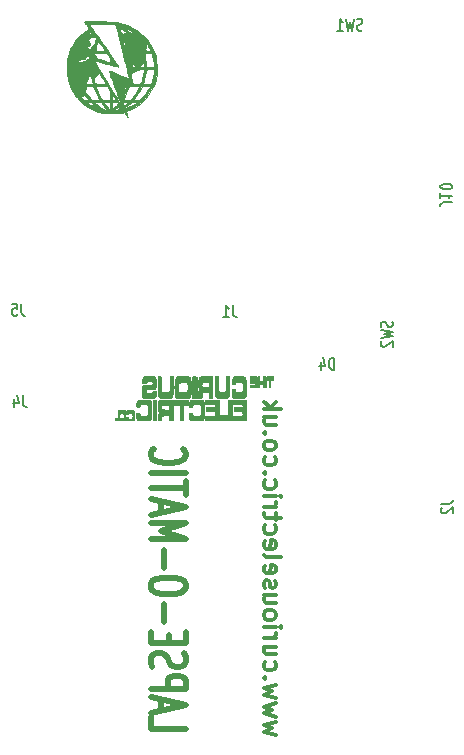
<source format=gbr>
G04 #@! TF.GenerationSoftware,KiCad,Pcbnew,(5.1.10)-1*
G04 #@! TF.CreationDate,2021-07-19T17:30:23+01:00*
G04 #@! TF.ProjectId,WildlifeCamera_PCB,57696c64-6c69-4666-9543-616d6572615f,rev?*
G04 #@! TF.SameCoordinates,PX5d42830PY7b89fa0*
G04 #@! TF.FileFunction,Legend,Bot*
G04 #@! TF.FilePolarity,Positive*
%FSLAX46Y46*%
G04 Gerber Fmt 4.6, Leading zero omitted, Abs format (unit mm)*
G04 Created by KiCad (PCBNEW (5.1.10)-1) date 2021-07-19 17:30:23*
%MOMM*%
%LPD*%
G01*
G04 APERTURE LIST*
%ADD10C,0.300000*%
%ADD11C,0.500000*%
%ADD12C,0.010000*%
%ADD13C,0.150000*%
G04 APERTURE END LIST*
D10*
X26102428Y21290143D02*
X25102428Y21575858D01*
X25816714Y21861572D01*
X25102428Y22147286D01*
X26102428Y22433000D01*
X26102428Y22861572D02*
X25102428Y23147286D01*
X25816714Y23433000D01*
X25102428Y23718715D01*
X26102428Y24004429D01*
X26102428Y24433000D02*
X25102428Y24718715D01*
X25816714Y25004429D01*
X25102428Y25290143D01*
X26102428Y25575858D01*
X25245285Y26147286D02*
X25173857Y26218715D01*
X25102428Y26147286D01*
X25173857Y26075858D01*
X25245285Y26147286D01*
X25102428Y26147286D01*
X25173857Y27504429D02*
X25102428Y27361572D01*
X25102428Y27075858D01*
X25173857Y26933000D01*
X25245285Y26861572D01*
X25388142Y26790143D01*
X25816714Y26790143D01*
X25959571Y26861572D01*
X26031000Y26933000D01*
X26102428Y27075858D01*
X26102428Y27361572D01*
X26031000Y27504429D01*
X26102428Y28790143D02*
X25102428Y28790143D01*
X26102428Y28147286D02*
X25316714Y28147286D01*
X25173857Y28218715D01*
X25102428Y28361572D01*
X25102428Y28575858D01*
X25173857Y28718715D01*
X25245285Y28790143D01*
X25102428Y29504429D02*
X26102428Y29504429D01*
X25816714Y29504429D02*
X25959571Y29575858D01*
X26031000Y29647286D01*
X26102428Y29790143D01*
X26102428Y29933000D01*
X25102428Y30433000D02*
X26102428Y30433000D01*
X26602428Y30433000D02*
X26531000Y30361572D01*
X26459571Y30433000D01*
X26531000Y30504429D01*
X26602428Y30433000D01*
X26459571Y30433000D01*
X25102428Y31361572D02*
X25173857Y31218715D01*
X25245285Y31147286D01*
X25388142Y31075858D01*
X25816714Y31075858D01*
X25959571Y31147286D01*
X26031000Y31218715D01*
X26102428Y31361572D01*
X26102428Y31575858D01*
X26031000Y31718715D01*
X25959571Y31790143D01*
X25816714Y31861572D01*
X25388142Y31861572D01*
X25245285Y31790143D01*
X25173857Y31718715D01*
X25102428Y31575858D01*
X25102428Y31361572D01*
X26102428Y33147286D02*
X25102428Y33147286D01*
X26102428Y32504429D02*
X25316714Y32504429D01*
X25173857Y32575858D01*
X25102428Y32718715D01*
X25102428Y32933000D01*
X25173857Y33075858D01*
X25245285Y33147286D01*
X25173857Y33790143D02*
X25102428Y33933000D01*
X25102428Y34218715D01*
X25173857Y34361572D01*
X25316714Y34433000D01*
X25388142Y34433000D01*
X25531000Y34361572D01*
X25602428Y34218715D01*
X25602428Y34004429D01*
X25673857Y33861572D01*
X25816714Y33790143D01*
X25888142Y33790143D01*
X26031000Y33861572D01*
X26102428Y34004429D01*
X26102428Y34218715D01*
X26031000Y34361572D01*
X25173857Y35647286D02*
X25102428Y35504429D01*
X25102428Y35218715D01*
X25173857Y35075858D01*
X25316714Y35004429D01*
X25888142Y35004429D01*
X26031000Y35075858D01*
X26102428Y35218715D01*
X26102428Y35504429D01*
X26031000Y35647286D01*
X25888142Y35718715D01*
X25745285Y35718715D01*
X25602428Y35004429D01*
X25102428Y36575858D02*
X25173857Y36433000D01*
X25316714Y36361572D01*
X26602428Y36361572D01*
X25173857Y37718715D02*
X25102428Y37575858D01*
X25102428Y37290143D01*
X25173857Y37147286D01*
X25316714Y37075858D01*
X25888142Y37075858D01*
X26031000Y37147286D01*
X26102428Y37290143D01*
X26102428Y37575858D01*
X26031000Y37718715D01*
X25888142Y37790143D01*
X25745285Y37790143D01*
X25602428Y37075858D01*
X25173857Y39075858D02*
X25102428Y38933000D01*
X25102428Y38647286D01*
X25173857Y38504429D01*
X25245285Y38433000D01*
X25388142Y38361572D01*
X25816714Y38361572D01*
X25959571Y38433000D01*
X26031000Y38504429D01*
X26102428Y38647286D01*
X26102428Y38933000D01*
X26031000Y39075858D01*
X26102428Y39504429D02*
X26102428Y40075858D01*
X26602428Y39718715D02*
X25316714Y39718715D01*
X25173857Y39790143D01*
X25102428Y39933000D01*
X25102428Y40075858D01*
X25102428Y40575858D02*
X26102428Y40575858D01*
X25816714Y40575858D02*
X25959571Y40647286D01*
X26031000Y40718715D01*
X26102428Y40861572D01*
X26102428Y41004429D01*
X25102428Y41504429D02*
X26102428Y41504429D01*
X26602428Y41504429D02*
X26531000Y41433000D01*
X26459571Y41504429D01*
X26531000Y41575858D01*
X26602428Y41504429D01*
X26459571Y41504429D01*
X25173857Y42861572D02*
X25102428Y42718715D01*
X25102428Y42433000D01*
X25173857Y42290143D01*
X25245285Y42218715D01*
X25388142Y42147286D01*
X25816714Y42147286D01*
X25959571Y42218715D01*
X26031000Y42290143D01*
X26102428Y42433000D01*
X26102428Y42718715D01*
X26031000Y42861572D01*
X25245285Y43504429D02*
X25173857Y43575858D01*
X25102428Y43504429D01*
X25173857Y43433000D01*
X25245285Y43504429D01*
X25102428Y43504429D01*
X25173857Y44861572D02*
X25102428Y44718715D01*
X25102428Y44433000D01*
X25173857Y44290143D01*
X25245285Y44218715D01*
X25388142Y44147286D01*
X25816714Y44147286D01*
X25959571Y44218715D01*
X26031000Y44290143D01*
X26102428Y44433000D01*
X26102428Y44718715D01*
X26031000Y44861572D01*
X25102428Y45718715D02*
X25173857Y45575858D01*
X25245285Y45504429D01*
X25388142Y45433000D01*
X25816714Y45433000D01*
X25959571Y45504429D01*
X26031000Y45575858D01*
X26102428Y45718715D01*
X26102428Y45933000D01*
X26031000Y46075858D01*
X25959571Y46147286D01*
X25816714Y46218715D01*
X25388142Y46218715D01*
X25245285Y46147286D01*
X25173857Y46075858D01*
X25102428Y45933000D01*
X25102428Y45718715D01*
X25245285Y46861572D02*
X25173857Y46933000D01*
X25102428Y46861572D01*
X25173857Y46790143D01*
X25245285Y46861572D01*
X25102428Y46861572D01*
X26102428Y48218715D02*
X25102428Y48218715D01*
X26102428Y47575858D02*
X25316714Y47575858D01*
X25173857Y47647286D01*
X25102428Y47790143D01*
X25102428Y48004429D01*
X25173857Y48147286D01*
X25245285Y48218715D01*
X25102428Y48933000D02*
X26602428Y48933000D01*
X25673857Y49075858D02*
X25102428Y49504429D01*
X26102428Y49504429D02*
X25531000Y48933000D01*
D11*
X15533857Y22797858D02*
X15533857Y21845477D01*
X18533857Y21845477D01*
X16391000Y23369286D02*
X16391000Y24321667D01*
X15533857Y23178810D02*
X18533857Y23845477D01*
X15533857Y24512143D01*
X15533857Y25178810D02*
X18533857Y25178810D01*
X18533857Y25940715D01*
X18391000Y26131191D01*
X18248142Y26226429D01*
X17962428Y26321667D01*
X17533857Y26321667D01*
X17248142Y26226429D01*
X17105285Y26131191D01*
X16962428Y25940715D01*
X16962428Y25178810D01*
X15676714Y27083572D02*
X15533857Y27369286D01*
X15533857Y27845477D01*
X15676714Y28035953D01*
X15819571Y28131191D01*
X16105285Y28226429D01*
X16391000Y28226429D01*
X16676714Y28131191D01*
X16819571Y28035953D01*
X16962428Y27845477D01*
X17105285Y27464524D01*
X17248142Y27274048D01*
X17391000Y27178810D01*
X17676714Y27083572D01*
X17962428Y27083572D01*
X18248142Y27178810D01*
X18391000Y27274048D01*
X18533857Y27464524D01*
X18533857Y27940715D01*
X18391000Y28226429D01*
X17105285Y29083572D02*
X17105285Y29750239D01*
X15533857Y30035953D02*
X15533857Y29083572D01*
X18533857Y29083572D01*
X18533857Y30035953D01*
X16676714Y30893096D02*
X16676714Y32416905D01*
X18533857Y33750239D02*
X18533857Y34131191D01*
X18391000Y34321667D01*
X18105285Y34512143D01*
X17533857Y34607381D01*
X16533857Y34607381D01*
X15962428Y34512143D01*
X15676714Y34321667D01*
X15533857Y34131191D01*
X15533857Y33750239D01*
X15676714Y33559762D01*
X15962428Y33369286D01*
X16533857Y33274048D01*
X17533857Y33274048D01*
X18105285Y33369286D01*
X18391000Y33559762D01*
X18533857Y33750239D01*
X16676714Y35464524D02*
X16676714Y36988334D01*
X15533857Y37940715D02*
X18533857Y37940715D01*
X16391000Y38607381D01*
X18533857Y39274048D01*
X15533857Y39274048D01*
X16391000Y40131191D02*
X16391000Y41083572D01*
X15533857Y39940715D02*
X18533857Y40607381D01*
X15533857Y41274048D01*
X18533857Y41655000D02*
X18533857Y42797858D01*
X15533857Y42226429D02*
X18533857Y42226429D01*
X15533857Y43464524D02*
X18533857Y43464524D01*
X15819571Y45559762D02*
X15676714Y45464524D01*
X15533857Y45178810D01*
X15533857Y44988334D01*
X15676714Y44702620D01*
X15962428Y44512143D01*
X16248142Y44416905D01*
X16819571Y44321667D01*
X17248142Y44321667D01*
X17819571Y44416905D01*
X18105285Y44512143D01*
X18391000Y44702620D01*
X18533857Y44988334D01*
X18533857Y45178810D01*
X18391000Y45464524D01*
X18248142Y45559762D01*
D12*
G36*
X10715645Y81740497D02*
G01*
X11000639Y81736041D01*
X11298947Y81729274D01*
X11598693Y81720509D01*
X11888004Y81710057D01*
X12155003Y81698233D01*
X12387817Y81685348D01*
X12574570Y81671715D01*
X12703387Y81657647D01*
X12762393Y81643456D01*
X12764105Y81641910D01*
X12832600Y81597048D01*
X12942278Y81560397D01*
X12954605Y81557761D01*
X13223873Y81488479D01*
X13525781Y81386311D01*
X13822169Y81264802D01*
X13948834Y81204803D01*
X14383491Y80960052D01*
X14752748Y80687858D01*
X15075124Y80372001D01*
X15369139Y79996261D01*
X15428761Y79908608D01*
X15660251Y79524722D01*
X15832268Y79150552D01*
X15950683Y78765700D01*
X16021368Y78349770D01*
X16050194Y77882364D01*
X16051562Y77745166D01*
X16034652Y77290038D01*
X15979185Y76888923D01*
X15879146Y76517673D01*
X15728518Y76152137D01*
X15587606Y75882909D01*
X15344231Y75514430D01*
X15043190Y75161065D01*
X14700384Y74836520D01*
X14331713Y74554502D01*
X13953080Y74328719D01*
X13618348Y74185405D01*
X13426200Y74119934D01*
X13508270Y73881393D01*
X13559843Y73716452D01*
X13575289Y73627462D01*
X13555018Y73614771D01*
X13499439Y73678724D01*
X13417850Y73804932D01*
X13271710Y74046062D01*
X13059938Y74011781D01*
X12944315Y74000134D01*
X12764220Y73990484D01*
X12539837Y73983540D01*
X12291353Y73980013D01*
X12149667Y73979793D01*
X11882963Y73981674D01*
X11681591Y73986774D01*
X11526220Y73997288D01*
X11397522Y74015409D01*
X11276167Y74043332D01*
X11142826Y74083251D01*
X11091334Y74099943D01*
X10555337Y74316916D01*
X10068492Y74597950D01*
X9648818Y74926955D01*
X10096500Y74926955D01*
X10223500Y74821030D01*
X10302493Y74766128D01*
X10426319Y74691580D01*
X10573537Y74608936D01*
X10722709Y74529747D01*
X10852396Y74465564D01*
X10941158Y74427938D01*
X10962822Y74422706D01*
X10953521Y74445785D01*
X10920488Y74480487D01*
X10722057Y74662855D01*
X10568735Y74790778D01*
X10450492Y74870984D01*
X10795000Y74870984D01*
X10827688Y74818814D01*
X10914505Y74733647D01*
X11038584Y74628612D01*
X11183057Y74516840D01*
X11331056Y74411462D01*
X11465714Y74325607D01*
X11557000Y74277825D01*
X11675381Y74234666D01*
X11772229Y74212629D01*
X11782323Y74211990D01*
X11828277Y74217387D01*
X11826475Y74230579D01*
X12514533Y74230579D01*
X12532008Y74212656D01*
X12583815Y74210333D01*
X12689145Y74248692D01*
X12776706Y74335619D01*
X12811687Y74392535D01*
X13338871Y74392535D01*
X13362365Y74383906D01*
X13445298Y74409137D01*
X13577288Y74459717D01*
X13722398Y74523732D01*
X13882303Y74604880D01*
X14038937Y74692543D01*
X14174238Y74776100D01*
X14270139Y74844930D01*
X14308577Y74888414D01*
X14308667Y74889694D01*
X14270931Y74914191D01*
X14175910Y74928488D01*
X14126594Y74930000D01*
X14032320Y74923962D01*
X13948343Y74898659D01*
X13854347Y74843305D01*
X13730015Y74747115D01*
X13639761Y74671557D01*
X13476095Y74531363D01*
X13376290Y74440021D01*
X13338871Y74392535D01*
X12811687Y74392535D01*
X12852376Y74458735D01*
X12868156Y74531363D01*
X12834149Y74550645D01*
X12760463Y74513728D01*
X12657201Y74417755D01*
X12623526Y74378903D01*
X12543750Y74280523D01*
X12514533Y74230579D01*
X11826475Y74230579D01*
X11823954Y74249024D01*
X11766647Y74325550D01*
X11765680Y74326750D01*
X11691254Y74419971D01*
X11587504Y74550961D01*
X11480648Y74686583D01*
X11316981Y74894911D01*
X11582644Y74894911D01*
X11595657Y74841896D01*
X11659853Y74740675D01*
X11766609Y74602970D01*
X11907299Y74440504D01*
X11955817Y74387632D01*
X12086167Y74247430D01*
X12098743Y74553235D01*
X12098911Y74576221D01*
X12278403Y74576221D01*
X12280139Y74273833D01*
X12453074Y74464333D01*
X12558006Y74584088D01*
X12647061Y74692929D01*
X12687820Y74748222D01*
X12727735Y74845616D01*
X12692514Y74905571D01*
X12581157Y74929434D01*
X12552797Y74930000D01*
X12417857Y74924348D01*
X12335994Y74896222D01*
X12294215Y74828868D01*
X12279524Y74705530D01*
X12278403Y74576221D01*
X12098911Y74576221D01*
X12100090Y74737530D01*
X12084854Y74848576D01*
X12056410Y74893872D01*
X11981730Y74915902D01*
X11865358Y74927017D01*
X11738907Y74927149D01*
X11633992Y74916227D01*
X11582644Y74894911D01*
X11316981Y74894911D01*
X11289414Y74930000D01*
X11042207Y74930000D01*
X10893627Y74924082D01*
X10815713Y74904210D01*
X10795000Y74870984D01*
X10450492Y74870984D01*
X10448528Y74872316D01*
X10349437Y74915533D01*
X10259467Y74928489D01*
X10253837Y74928477D01*
X10096500Y74926955D01*
X9648818Y74926955D01*
X9635275Y74937572D01*
X9260163Y75330309D01*
X9236699Y75363373D01*
X9609667Y75363373D01*
X9641151Y75307057D01*
X9719373Y75227487D01*
X9819982Y75147402D01*
X9884834Y75106402D01*
X9973377Y75075921D01*
X10082457Y75060596D01*
X10181419Y75061679D01*
X10239605Y75080425D01*
X10244667Y75091688D01*
X10219868Y75146575D01*
X10157226Y75241430D01*
X10074373Y75353257D01*
X9988941Y75459061D01*
X9918562Y75535849D01*
X9884834Y75560959D01*
X9843941Y75532753D01*
X9818991Y75472248D01*
X9776563Y75397440D01*
X9702574Y75387744D01*
X9629971Y75383882D01*
X9609667Y75363373D01*
X9236699Y75363373D01*
X8947634Y75770688D01*
X8868342Y75926563D01*
X9967619Y75926563D01*
X9970450Y75866023D01*
X10009400Y75781372D01*
X10072992Y75678886D01*
X10171654Y75541539D01*
X10287375Y75392144D01*
X10402140Y75253513D01*
X10497938Y75148459D01*
X10538524Y75111263D01*
X10611440Y75084729D01*
X10733079Y75067121D01*
X10875789Y75059193D01*
X11011914Y75061694D01*
X11113802Y75075378D01*
X11151899Y75094585D01*
X11144591Y75146277D01*
X11106487Y75256109D01*
X11044272Y75406303D01*
X10988747Y75528502D01*
X10902064Y75714840D01*
X10821977Y75890545D01*
X10760077Y76030023D01*
X10737343Y76083583D01*
X10672320Y76242333D01*
X10911417Y76242333D01*
X10937563Y76111602D01*
X10967173Y76019584D01*
X11025020Y75880147D01*
X11101900Y75711874D01*
X11188607Y75533343D01*
X11275937Y75363138D01*
X11354685Y75219837D01*
X11415645Y75122023D01*
X11443666Y75089991D01*
X11515158Y75071743D01*
X11640119Y75061083D01*
X11787659Y75058389D01*
X11926889Y75064040D01*
X12026919Y75078413D01*
X12040371Y75082696D01*
X12073668Y75111474D01*
X12094155Y75177235D01*
X12104491Y75295848D01*
X12105304Y75349240D01*
X12276667Y75349240D01*
X12281372Y75214581D01*
X12293492Y75116820D01*
X12304889Y75085222D01*
X12366041Y75061718D01*
X12456164Y75058009D01*
X12537677Y75071885D01*
X12573000Y75101003D01*
X12550821Y75157024D01*
X12493113Y75258649D01*
X12424834Y75365021D01*
X12276667Y75585036D01*
X12276667Y75349240D01*
X12105304Y75349240D01*
X12107334Y75482364D01*
X12102560Y75660504D01*
X12089605Y75797413D01*
X12070513Y75874477D01*
X12063217Y75883602D01*
X12020851Y75937486D01*
X11968712Y76038901D01*
X11952787Y76076600D01*
X11886474Y76242333D01*
X10911417Y76242333D01*
X10672320Y76242333D01*
X10373827Y76242333D01*
X10217911Y76240367D01*
X10128401Y76230725D01*
X10087058Y76207791D01*
X10075648Y76165950D01*
X10075334Y76150417D01*
X10047452Y76044926D01*
X10008756Y75984932D01*
X9967619Y75926563D01*
X8868342Y75926563D01*
X8702165Y76253238D01*
X8615877Y76510841D01*
X10019580Y76510841D01*
X10050189Y76446307D01*
X10069296Y76437688D01*
X10136940Y76431465D01*
X10252271Y76432103D01*
X10386056Y76438054D01*
X10509061Y76447766D01*
X10592055Y76459691D01*
X10609791Y76466346D01*
X10609597Y76513309D01*
X10591776Y76615268D01*
X10562652Y76746011D01*
X10528551Y76879328D01*
X10518249Y76913825D01*
X10713681Y76913825D01*
X10727634Y76777282D01*
X10770005Y76623333D01*
X10813920Y76528131D01*
X10876029Y76478797D01*
X10987224Y76453012D01*
X11010201Y76449775D01*
X11214168Y76429062D01*
X11405389Y76421937D01*
X11559492Y76428530D01*
X11646532Y76446392D01*
X11668934Y76469600D01*
X11663527Y76517729D01*
X11625206Y76602229D01*
X11548862Y76734551D01*
X11440127Y76909202D01*
X11165358Y77343237D01*
X11001224Y77194952D01*
X10895974Y77110207D01*
X10807309Y77056534D01*
X10773712Y77046666D01*
X10729098Y77010177D01*
X10713681Y76913825D01*
X10518249Y76913825D01*
X10495795Y76989005D01*
X10470709Y77048832D01*
X10468670Y77051264D01*
X10403359Y77071015D01*
X10300565Y77064196D01*
X10300019Y77064087D01*
X10210140Y77034265D01*
X10186797Y76984250D01*
X10191976Y76954703D01*
X10183220Y76862295D01*
X10130630Y76757895D01*
X10047158Y76618692D01*
X10019580Y76510841D01*
X8615877Y76510841D01*
X8540804Y76734961D01*
X8806781Y76734961D01*
X8835833Y76637379D01*
X8861284Y76582792D01*
X8875728Y76607993D01*
X8882136Y76638413D01*
X8873367Y76727752D01*
X8851637Y76763296D01*
X8812387Y76781804D01*
X8806781Y76734961D01*
X8540804Y76734961D01*
X8528234Y76772485D01*
X8430317Y77322957D01*
X8426976Y77356658D01*
X8407670Y77957226D01*
X8453676Y78401333D01*
X9186334Y78401333D01*
X9201823Y78366488D01*
X9209824Y78370650D01*
X9412546Y78370650D01*
X9428004Y78325457D01*
X9515194Y78307925D01*
X9679025Y78315221D01*
X9689477Y78316202D01*
X9878668Y78347778D01*
X10006085Y78403762D01*
X10044363Y78434456D01*
X10182188Y78512570D01*
X10282028Y78528333D01*
X10419765Y78528333D01*
X10333467Y78649528D01*
X10283973Y78737725D01*
X10274513Y78796923D01*
X10277668Y78801799D01*
X10263788Y78807949D01*
X10191958Y78785424D01*
X10160000Y78772966D01*
X10040715Y78698948D01*
X9998306Y78620695D01*
X9980357Y78566368D01*
X9932443Y78538699D01*
X9832476Y78529073D01*
X9761450Y78528333D01*
X9604861Y78517939D01*
X9505662Y78482120D01*
X9463914Y78446334D01*
X9412546Y78370650D01*
X9209824Y78370650D01*
X9214556Y78373111D01*
X9219622Y78423351D01*
X9214556Y78429555D01*
X9189389Y78423744D01*
X9186334Y78401333D01*
X8453676Y78401333D01*
X8466531Y78525417D01*
X8588933Y79004183D01*
X10710334Y79004183D01*
X10743353Y78924644D01*
X10795000Y78876824D01*
X10862573Y78793882D01*
X10879667Y78719881D01*
X10885210Y78677285D01*
X10909965Y78640770D01*
X10966118Y78604222D01*
X11065855Y78561523D01*
X11221363Y78506558D01*
X11444828Y78433209D01*
X11461750Y78427739D01*
X11671086Y78360525D01*
X11851537Y78303384D01*
X11987881Y78261075D01*
X12064897Y78238357D01*
X12075584Y78235832D01*
X12094413Y78271280D01*
X12096612Y78289480D01*
X12276667Y78289480D01*
X12289223Y78205737D01*
X12304889Y78175555D01*
X12361160Y78148459D01*
X12400356Y78166517D01*
X12402320Y78179083D01*
X12378216Y78234208D01*
X12338820Y78293008D01*
X12292333Y78349666D01*
X12277798Y78337359D01*
X12276667Y78289480D01*
X12096612Y78289480D01*
X12105795Y78365474D01*
X12107334Y78424307D01*
X12097171Y78548746D01*
X12058253Y78660356D01*
X11977935Y78790500D01*
X11936665Y78847641D01*
X11765996Y79078666D01*
X11238165Y79078666D01*
X11017765Y79077610D01*
X10868472Y79073167D01*
X10776739Y79063425D01*
X10729021Y79046473D01*
X10711770Y79020400D01*
X10710334Y79004183D01*
X8588933Y79004183D01*
X8603441Y79060927D01*
X8800121Y79520975D01*
X10093895Y79520975D01*
X10126582Y79502059D01*
X10130783Y79502000D01*
X10201090Y79472934D01*
X10265698Y79417483D01*
X10346547Y79365476D01*
X10417327Y79396082D01*
X10432779Y79425796D01*
X10899275Y79425796D01*
X10903091Y79399022D01*
X10931423Y79248000D01*
X11647432Y79248000D01*
X11551407Y79385583D01*
X11383157Y79622404D01*
X11254740Y79792977D01*
X11161428Y79903046D01*
X11098491Y79958354D01*
X11072234Y79967666D01*
X11020191Y79929549D01*
X10969537Y79831638D01*
X10927609Y79698599D01*
X10901743Y79555097D01*
X10899275Y79425796D01*
X10432779Y79425796D01*
X10475302Y79507565D01*
X10490755Y79560240D01*
X10545090Y79669889D01*
X10618053Y79706089D01*
X10706592Y79756400D01*
X10783310Y79862236D01*
X10830428Y79994665D01*
X10837334Y80062931D01*
X10855608Y80160566D01*
X10883142Y80208209D01*
X10904514Y80271758D01*
X10872959Y80343675D01*
X10805892Y80407461D01*
X10694823Y80431983D01*
X10644955Y80433333D01*
X10516711Y80419259D01*
X10414267Y80364581D01*
X10335242Y80291262D01*
X10197541Y80149191D01*
X10305771Y80020568D01*
X10375496Y79923620D01*
X10412295Y79844984D01*
X10414000Y79832439D01*
X10377173Y79739552D01*
X10288615Y79679594D01*
X10237690Y79671333D01*
X10159814Y79637398D01*
X10117667Y79586666D01*
X10093895Y79520975D01*
X8800121Y79520975D01*
X8818280Y79563449D01*
X8834318Y79589165D01*
X9821334Y79589165D01*
X9852064Y79546056D01*
X9863667Y79544333D01*
X9904900Y79558777D01*
X9906000Y79563001D01*
X9876336Y79599144D01*
X9863667Y79607833D01*
X9824657Y79604477D01*
X9821334Y79589165D01*
X8834318Y79589165D01*
X9110931Y80032680D01*
X9395428Y80367335D01*
X10075334Y80367335D01*
X10095856Y80323517D01*
X10117667Y80327500D01*
X10158385Y80381621D01*
X10160000Y80393498D01*
X10127711Y80432193D01*
X10117667Y80433333D01*
X10080515Y80398875D01*
X10075334Y80367335D01*
X9395428Y80367335D01*
X9481274Y80468315D01*
X9643038Y80621799D01*
X10075334Y80621799D01*
X10110293Y80601023D01*
X10195852Y80604626D01*
X10303028Y80628085D01*
X10402841Y80666877D01*
X10418052Y80675294D01*
X10507844Y80733650D01*
X10535347Y80778214D01*
X10513043Y80834920D01*
X10502809Y80851413D01*
X10467231Y80876101D01*
X10404549Y80858722D01*
X10297539Y80793627D01*
X10270624Y80775296D01*
X10164000Y80698812D01*
X10093067Y80641944D01*
X10075334Y80621799D01*
X9643038Y80621799D01*
X9726055Y80700566D01*
X9868887Y80818516D01*
X10015962Y80927497D01*
X10117312Y80992969D01*
X10218099Y81056915D01*
X10278753Y81107722D01*
X10286674Y81121917D01*
X10263536Y81169415D01*
X10202028Y81265565D01*
X10114514Y81391234D01*
X10096500Y81416137D01*
X10031226Y81509292D01*
X10329334Y81509292D01*
X10352762Y81470457D01*
X10420024Y81368767D01*
X10526584Y81210855D01*
X10667904Y81003355D01*
X10839451Y80752902D01*
X11036686Y80466130D01*
X11255075Y80149672D01*
X11490082Y79810164D01*
X11561629Y79706995D01*
X11800036Y79362313D01*
X12022382Y79038814D01*
X12224225Y78743106D01*
X12401123Y78481792D01*
X12548634Y78261479D01*
X12662317Y78088771D01*
X12737730Y77970275D01*
X12770431Y77912594D01*
X12771246Y77908134D01*
X12725904Y77912711D01*
X12610409Y77937562D01*
X12436070Y77979872D01*
X12214192Y78036830D01*
X11956081Y78105621D01*
X11742989Y78163989D01*
X11465516Y78240218D01*
X11216353Y78307471D01*
X11006670Y78362829D01*
X10847638Y78403375D01*
X10750430Y78426194D01*
X10724762Y78429873D01*
X10743741Y78392784D01*
X10802105Y78291560D01*
X10894974Y78134235D01*
X11017464Y77928847D01*
X11164694Y77683429D01*
X11331780Y77406019D01*
X11513841Y77104652D01*
X11705993Y76787364D01*
X11903355Y76462190D01*
X12101045Y76137166D01*
X12294179Y75820328D01*
X12477876Y75519711D01*
X12647253Y75243352D01*
X12797428Y74999286D01*
X12923518Y74795549D01*
X13020641Y74640176D01*
X13083914Y74541204D01*
X13108438Y74506666D01*
X13103450Y74541400D01*
X13073808Y74628311D01*
X13059425Y74665416D01*
X13030411Y74738920D01*
X13216418Y74738920D01*
X13226019Y74694637D01*
X13253169Y74586464D01*
X13421084Y74719456D01*
X13517437Y74802835D01*
X13578172Y74868982D01*
X13589000Y74891224D01*
X13551416Y74915430D01*
X13457447Y74928966D01*
X13418338Y74930000D01*
X13283813Y74912143D01*
X13219263Y74851824D01*
X13216418Y74738920D01*
X13030411Y74738920D01*
X12930060Y74993146D01*
X12874904Y75135067D01*
X13296823Y75135067D01*
X13320889Y75085222D01*
X13396290Y75057645D01*
X13520226Y75053900D01*
X13661007Y75070760D01*
X13703115Y75082207D01*
X14097000Y75082207D01*
X14134046Y75061482D01*
X14227361Y75055583D01*
X14350218Y75062623D01*
X14475884Y75080714D01*
X14577630Y75107970D01*
X14599554Y75117684D01*
X14687493Y75181186D01*
X14801846Y75287399D01*
X14909102Y75403434D01*
X15013203Y75532724D01*
X15127124Y75685902D01*
X15239280Y75845819D01*
X15338087Y75995325D01*
X15411960Y76117272D01*
X15449313Y76194512D01*
X15451667Y76206563D01*
X15412789Y76223636D01*
X15309922Y76236277D01*
X15163718Y76242168D01*
X15133125Y76242333D01*
X14814582Y76242333D01*
X14699208Y76044599D01*
X14624673Y75921608D01*
X14520141Y75755204D01*
X14402668Y75572362D01*
X14340417Y75477140D01*
X14239810Y75322061D01*
X14159452Y75193879D01*
X14109136Y75108483D01*
X14097000Y75082207D01*
X13703115Y75082207D01*
X13786943Y75104995D01*
X13851524Y75139285D01*
X13929745Y75218387D01*
X14033046Y75346987D01*
X14150412Y75508351D01*
X14270827Y75685747D01*
X14383273Y75862439D01*
X14476735Y76021696D01*
X14540195Y76146782D01*
X14562667Y76219480D01*
X14523248Y76228853D01*
X14416639Y76236364D01*
X14260312Y76241117D01*
X14117259Y76242333D01*
X13918039Y76241262D01*
X13787037Y76235893D01*
X13707811Y76222995D01*
X13663921Y76199338D01*
X13638924Y76161690D01*
X13632610Y76147083D01*
X13598500Y76065776D01*
X13541279Y75930845D01*
X13471214Y75766476D01*
X13443017Y75700533D01*
X13348941Y75454874D01*
X13299850Y75264574D01*
X13296823Y75135067D01*
X12874904Y75135067D01*
X12797316Y75334703D01*
X12664492Y75681115D01*
X12642728Y75738599D01*
X13209287Y75738599D01*
X13216019Y75677711D01*
X13236642Y75677564D01*
X13274939Y75743706D01*
X13334689Y75881684D01*
X13374373Y75980822D01*
X13422018Y76105221D01*
X13438373Y76166302D01*
X13424060Y76179171D01*
X13381747Y76160029D01*
X13304894Y76079937D01*
X13243817Y75946812D01*
X13211442Y75792240D01*
X13209287Y75738599D01*
X12642728Y75738599D01*
X12534891Y76023408D01*
X12411812Y76352607D01*
X12364017Y76482222D01*
X13772445Y76482222D01*
X13778256Y76457055D01*
X13800667Y76454000D01*
X13835512Y76469489D01*
X13828889Y76482222D01*
X13778649Y76487289D01*
X13772445Y76482222D01*
X12364017Y76482222D01*
X12298557Y76659740D01*
X12198426Y76935831D01*
X12128221Y77133832D01*
X12361334Y77133832D01*
X12392064Y77090723D01*
X12403667Y77089000D01*
X12444900Y77103443D01*
X12446000Y77107668D01*
X12416336Y77143811D01*
X12403667Y77152500D01*
X12364657Y77149143D01*
X12361334Y77133832D01*
X12128221Y77133832D01*
X12114720Y77171908D01*
X12050740Y77358996D01*
X12009787Y77488122D01*
X11995162Y77550311D01*
X11996701Y77554615D01*
X12048405Y77538989D01*
X12165823Y77495369D01*
X12336630Y77428596D01*
X12548498Y77343511D01*
X12789101Y77244954D01*
X12859108Y77215949D01*
X13103173Y77114875D01*
X13319555Y77025831D01*
X13496510Y76953604D01*
X13622292Y76902979D01*
X13685156Y76878743D01*
X13689973Y76877333D01*
X13682890Y76917169D01*
X13656936Y77031798D01*
X13647235Y77072838D01*
X13861283Y77072838D01*
X13876867Y76915825D01*
X13908833Y76750478D01*
X13951675Y76600137D01*
X13999886Y76488142D01*
X14046894Y76438125D01*
X14159499Y76422613D01*
X14307867Y76424029D01*
X14462134Y76439368D01*
X14592433Y76465623D01*
X14621735Y76478716D01*
X14916876Y76478716D01*
X14979826Y76444692D01*
X14992554Y76442071D01*
X15175287Y76419230D01*
X15352915Y76428831D01*
X15420405Y76438917D01*
X15505622Y76457187D01*
X15560768Y76490277D01*
X15601444Y76557902D01*
X15643254Y76679775D01*
X15662971Y76745368D01*
X15710609Y76923842D01*
X15753512Y77117255D01*
X15788305Y77305584D01*
X15811613Y77468806D01*
X15820061Y77586899D01*
X15813179Y77636616D01*
X15753472Y77669055D01*
X15638043Y77692380D01*
X15495603Y77703724D01*
X15354868Y77700221D01*
X15282334Y77689614D01*
X15174509Y77651188D01*
X15127333Y77586115D01*
X15120723Y77553099D01*
X15105209Y77458745D01*
X15076723Y77306373D01*
X15040261Y77120702D01*
X15000819Y76926453D01*
X14963391Y76748345D01*
X14932973Y76611099D01*
X14918567Y76552722D01*
X14916876Y76478716D01*
X14621735Y76478716D01*
X14668898Y76499789D01*
X14669966Y76500823D01*
X14708149Y76570328D01*
X14756048Y76701678D01*
X14808017Y76873459D01*
X14858408Y77064254D01*
X14901576Y77252649D01*
X14931875Y77417228D01*
X14943658Y77536574D01*
X14943667Y77538928D01*
X14938116Y77630609D01*
X14905140Y77671158D01*
X14820251Y77681393D01*
X14775770Y77681666D01*
X14662855Y77674182D01*
X14545329Y77646886D01*
X14399185Y77592516D01*
X14224000Y77514733D01*
X14058713Y77433162D01*
X13955967Y77365127D01*
X13898661Y77295439D01*
X13869691Y77208908D01*
X13867587Y77198178D01*
X13861283Y77072838D01*
X13647235Y77072838D01*
X13613888Y77213907D01*
X13555529Y77456179D01*
X13483636Y77751299D01*
X13452894Y77876500D01*
X13661545Y77876500D01*
X13689800Y77863170D01*
X13728889Y77912204D01*
X13746175Y77978000D01*
X13927667Y77978000D01*
X13936257Y77891928D01*
X13979311Y77857196D01*
X14072156Y77851000D01*
X14167983Y77855252D01*
X14196729Y77883425D01*
X14193764Y77894174D01*
X14647334Y77894174D01*
X14683238Y77866044D01*
X14767677Y77852820D01*
X14865740Y77855080D01*
X14942517Y77873404D01*
X14962126Y77888952D01*
X14973279Y77951226D01*
X14967948Y78051108D01*
X14950953Y78160141D01*
X14927118Y78249871D01*
X14901264Y78291840D01*
X14893998Y78290966D01*
X14845240Y78238721D01*
X14778020Y78142927D01*
X14710636Y78033021D01*
X14661387Y77938438D01*
X14647334Y77894174D01*
X14193764Y77894174D01*
X14175978Y77958648D01*
X14168709Y77978000D01*
X14107524Y78076841D01*
X14024219Y78105000D01*
X13954695Y78089167D01*
X13929501Y78025368D01*
X13927667Y77978000D01*
X13746175Y77978000D01*
X13750997Y77996353D01*
X13747661Y78074895D01*
X13720909Y78085328D01*
X13686170Y78034773D01*
X13663105Y77955781D01*
X13661545Y77876500D01*
X13452894Y77876500D01*
X13399991Y78091952D01*
X13306372Y78470824D01*
X13204559Y78880597D01*
X13155129Y79078666D01*
X15057787Y79078666D01*
X15086784Y78500875D01*
X15098947Y78286947D01*
X15112072Y78103351D01*
X15124770Y77966708D01*
X15135655Y77893639D01*
X15138055Y77887041D01*
X15188251Y77869664D01*
X15300371Y77856881D01*
X15451703Y77851111D01*
X15476661Y77851000D01*
X15651150Y77855393D01*
X15756634Y77870463D01*
X15808410Y77899051D01*
X15817243Y77914200D01*
X15819078Y77981419D01*
X15804532Y78109895D01*
X15777625Y78278715D01*
X15742376Y78466963D01*
X15702805Y78653724D01*
X15662931Y78818085D01*
X15626774Y78939131D01*
X15614132Y78971002D01*
X15578426Y79031448D01*
X15525697Y79063801D01*
X15431791Y79076653D01*
X15311432Y79078666D01*
X15057787Y79078666D01*
X13155129Y79078666D01*
X13126075Y79195083D01*
X13095135Y79318834D01*
X15037948Y79318834D01*
X15090757Y79271928D01*
X15220325Y79249664D01*
X15283924Y79248000D01*
X15492185Y79248000D01*
X15441343Y79364416D01*
X15390478Y79466654D01*
X15314833Y79603354D01*
X15262334Y79692500D01*
X15134167Y79904166D01*
X15121049Y79672616D01*
X15106141Y79533534D01*
X15082027Y79426204D01*
X15064488Y79388721D01*
X15037948Y79318834D01*
X13095135Y79318834D01*
X12862724Y80248395D01*
X13087472Y80248395D01*
X13094569Y80217703D01*
X13119457Y80117345D01*
X13152873Y79975204D01*
X13171474Y79893583D01*
X13205865Y79762986D01*
X13242084Y79696122D01*
X13293865Y79672903D01*
X13323423Y79671333D01*
X13396082Y79683511D01*
X13404166Y79736276D01*
X13395870Y79766583D01*
X13350052Y79889865D01*
X13291189Y80015406D01*
X13227460Y80130961D01*
X13209848Y80158166D01*
X13410724Y80158166D01*
X13485519Y80010000D01*
X13538354Y79925228D01*
X13573667Y79909051D01*
X13579655Y79919160D01*
X13565698Y79986259D01*
X13504997Y80067194D01*
X13504860Y80067326D01*
X13410724Y80158166D01*
X13209848Y80158166D01*
X13167045Y80224283D01*
X13118122Y80283127D01*
X13088872Y80295246D01*
X13087472Y80248395D01*
X12862724Y80248395D01*
X12644474Y81121316D01*
X12890644Y81121316D01*
X12906835Y81041823D01*
X12950368Y80937852D01*
X13011966Y80832741D01*
X13064524Y80767104D01*
X13142486Y80694410D01*
X13193096Y80679787D01*
X13237715Y80711000D01*
X13296346Y80760965D01*
X13318960Y80772000D01*
X13366682Y80754474D01*
X13455499Y80711837D01*
X13464102Y80707413D01*
X13547451Y80674677D01*
X13588195Y80679019D01*
X13589000Y80683184D01*
X13556255Y80721196D01*
X13470701Y80790845D01*
X13351361Y80878948D01*
X13217257Y80972322D01*
X13087410Y81057784D01*
X12980844Y81122151D01*
X12916580Y81152241D01*
X12911075Y81153000D01*
X12890644Y81121316D01*
X12644474Y81121316D01*
X12615384Y81237666D01*
X13184945Y81237666D01*
X13204664Y81215029D01*
X13280691Y81153857D01*
X13400037Y81064266D01*
X13508776Y80985498D01*
X13669064Y80872569D01*
X13776403Y80803649D01*
X13845829Y80772278D01*
X13892374Y80771999D01*
X13931074Y80796354D01*
X13936963Y80801579D01*
X13988239Y80856505D01*
X13974607Y80893391D01*
X13938273Y80919865D01*
X13869954Y80956372D01*
X13751193Y81011467D01*
X13604314Y81075731D01*
X13451638Y81139749D01*
X13315490Y81194101D01*
X13218192Y81229372D01*
X13184945Y81237666D01*
X12615384Y81237666D01*
X12546586Y81512833D01*
X11437960Y81524119D01*
X11141584Y81526183D01*
X10875094Y81526209D01*
X10649563Y81524346D01*
X10476065Y81520741D01*
X10365671Y81515543D01*
X10329334Y81509292D01*
X10031226Y81509292D01*
X10005338Y81546236D01*
X9937950Y81651579D01*
X9906798Y81712477D01*
X9906000Y81717165D01*
X9946303Y81728955D01*
X10059293Y81736871D01*
X10233097Y81741225D01*
X10455839Y81742329D01*
X10715645Y81740497D01*
G37*
X10715645Y81740497D02*
X11000639Y81736041D01*
X11298947Y81729274D01*
X11598693Y81720509D01*
X11888004Y81710057D01*
X12155003Y81698233D01*
X12387817Y81685348D01*
X12574570Y81671715D01*
X12703387Y81657647D01*
X12762393Y81643456D01*
X12764105Y81641910D01*
X12832600Y81597048D01*
X12942278Y81560397D01*
X12954605Y81557761D01*
X13223873Y81488479D01*
X13525781Y81386311D01*
X13822169Y81264802D01*
X13948834Y81204803D01*
X14383491Y80960052D01*
X14752748Y80687858D01*
X15075124Y80372001D01*
X15369139Y79996261D01*
X15428761Y79908608D01*
X15660251Y79524722D01*
X15832268Y79150552D01*
X15950683Y78765700D01*
X16021368Y78349770D01*
X16050194Y77882364D01*
X16051562Y77745166D01*
X16034652Y77290038D01*
X15979185Y76888923D01*
X15879146Y76517673D01*
X15728518Y76152137D01*
X15587606Y75882909D01*
X15344231Y75514430D01*
X15043190Y75161065D01*
X14700384Y74836520D01*
X14331713Y74554502D01*
X13953080Y74328719D01*
X13618348Y74185405D01*
X13426200Y74119934D01*
X13508270Y73881393D01*
X13559843Y73716452D01*
X13575289Y73627462D01*
X13555018Y73614771D01*
X13499439Y73678724D01*
X13417850Y73804932D01*
X13271710Y74046062D01*
X13059938Y74011781D01*
X12944315Y74000134D01*
X12764220Y73990484D01*
X12539837Y73983540D01*
X12291353Y73980013D01*
X12149667Y73979793D01*
X11882963Y73981674D01*
X11681591Y73986774D01*
X11526220Y73997288D01*
X11397522Y74015409D01*
X11276167Y74043332D01*
X11142826Y74083251D01*
X11091334Y74099943D01*
X10555337Y74316916D01*
X10068492Y74597950D01*
X9648818Y74926955D01*
X10096500Y74926955D01*
X10223500Y74821030D01*
X10302493Y74766128D01*
X10426319Y74691580D01*
X10573537Y74608936D01*
X10722709Y74529747D01*
X10852396Y74465564D01*
X10941158Y74427938D01*
X10962822Y74422706D01*
X10953521Y74445785D01*
X10920488Y74480487D01*
X10722057Y74662855D01*
X10568735Y74790778D01*
X10450492Y74870984D01*
X10795000Y74870984D01*
X10827688Y74818814D01*
X10914505Y74733647D01*
X11038584Y74628612D01*
X11183057Y74516840D01*
X11331056Y74411462D01*
X11465714Y74325607D01*
X11557000Y74277825D01*
X11675381Y74234666D01*
X11772229Y74212629D01*
X11782323Y74211990D01*
X11828277Y74217387D01*
X11826475Y74230579D01*
X12514533Y74230579D01*
X12532008Y74212656D01*
X12583815Y74210333D01*
X12689145Y74248692D01*
X12776706Y74335619D01*
X12811687Y74392535D01*
X13338871Y74392535D01*
X13362365Y74383906D01*
X13445298Y74409137D01*
X13577288Y74459717D01*
X13722398Y74523732D01*
X13882303Y74604880D01*
X14038937Y74692543D01*
X14174238Y74776100D01*
X14270139Y74844930D01*
X14308577Y74888414D01*
X14308667Y74889694D01*
X14270931Y74914191D01*
X14175910Y74928488D01*
X14126594Y74930000D01*
X14032320Y74923962D01*
X13948343Y74898659D01*
X13854347Y74843305D01*
X13730015Y74747115D01*
X13639761Y74671557D01*
X13476095Y74531363D01*
X13376290Y74440021D01*
X13338871Y74392535D01*
X12811687Y74392535D01*
X12852376Y74458735D01*
X12868156Y74531363D01*
X12834149Y74550645D01*
X12760463Y74513728D01*
X12657201Y74417755D01*
X12623526Y74378903D01*
X12543750Y74280523D01*
X12514533Y74230579D01*
X11826475Y74230579D01*
X11823954Y74249024D01*
X11766647Y74325550D01*
X11765680Y74326750D01*
X11691254Y74419971D01*
X11587504Y74550961D01*
X11480648Y74686583D01*
X11316981Y74894911D01*
X11582644Y74894911D01*
X11595657Y74841896D01*
X11659853Y74740675D01*
X11766609Y74602970D01*
X11907299Y74440504D01*
X11955817Y74387632D01*
X12086167Y74247430D01*
X12098743Y74553235D01*
X12098911Y74576221D01*
X12278403Y74576221D01*
X12280139Y74273833D01*
X12453074Y74464333D01*
X12558006Y74584088D01*
X12647061Y74692929D01*
X12687820Y74748222D01*
X12727735Y74845616D01*
X12692514Y74905571D01*
X12581157Y74929434D01*
X12552797Y74930000D01*
X12417857Y74924348D01*
X12335994Y74896222D01*
X12294215Y74828868D01*
X12279524Y74705530D01*
X12278403Y74576221D01*
X12098911Y74576221D01*
X12100090Y74737530D01*
X12084854Y74848576D01*
X12056410Y74893872D01*
X11981730Y74915902D01*
X11865358Y74927017D01*
X11738907Y74927149D01*
X11633992Y74916227D01*
X11582644Y74894911D01*
X11316981Y74894911D01*
X11289414Y74930000D01*
X11042207Y74930000D01*
X10893627Y74924082D01*
X10815713Y74904210D01*
X10795000Y74870984D01*
X10450492Y74870984D01*
X10448528Y74872316D01*
X10349437Y74915533D01*
X10259467Y74928489D01*
X10253837Y74928477D01*
X10096500Y74926955D01*
X9648818Y74926955D01*
X9635275Y74937572D01*
X9260163Y75330309D01*
X9236699Y75363373D01*
X9609667Y75363373D01*
X9641151Y75307057D01*
X9719373Y75227487D01*
X9819982Y75147402D01*
X9884834Y75106402D01*
X9973377Y75075921D01*
X10082457Y75060596D01*
X10181419Y75061679D01*
X10239605Y75080425D01*
X10244667Y75091688D01*
X10219868Y75146575D01*
X10157226Y75241430D01*
X10074373Y75353257D01*
X9988941Y75459061D01*
X9918562Y75535849D01*
X9884834Y75560959D01*
X9843941Y75532753D01*
X9818991Y75472248D01*
X9776563Y75397440D01*
X9702574Y75387744D01*
X9629971Y75383882D01*
X9609667Y75363373D01*
X9236699Y75363373D01*
X8947634Y75770688D01*
X8868342Y75926563D01*
X9967619Y75926563D01*
X9970450Y75866023D01*
X10009400Y75781372D01*
X10072992Y75678886D01*
X10171654Y75541539D01*
X10287375Y75392144D01*
X10402140Y75253513D01*
X10497938Y75148459D01*
X10538524Y75111263D01*
X10611440Y75084729D01*
X10733079Y75067121D01*
X10875789Y75059193D01*
X11011914Y75061694D01*
X11113802Y75075378D01*
X11151899Y75094585D01*
X11144591Y75146277D01*
X11106487Y75256109D01*
X11044272Y75406303D01*
X10988747Y75528502D01*
X10902064Y75714840D01*
X10821977Y75890545D01*
X10760077Y76030023D01*
X10737343Y76083583D01*
X10672320Y76242333D01*
X10911417Y76242333D01*
X10937563Y76111602D01*
X10967173Y76019584D01*
X11025020Y75880147D01*
X11101900Y75711874D01*
X11188607Y75533343D01*
X11275937Y75363138D01*
X11354685Y75219837D01*
X11415645Y75122023D01*
X11443666Y75089991D01*
X11515158Y75071743D01*
X11640119Y75061083D01*
X11787659Y75058389D01*
X11926889Y75064040D01*
X12026919Y75078413D01*
X12040371Y75082696D01*
X12073668Y75111474D01*
X12094155Y75177235D01*
X12104491Y75295848D01*
X12105304Y75349240D01*
X12276667Y75349240D01*
X12281372Y75214581D01*
X12293492Y75116820D01*
X12304889Y75085222D01*
X12366041Y75061718D01*
X12456164Y75058009D01*
X12537677Y75071885D01*
X12573000Y75101003D01*
X12550821Y75157024D01*
X12493113Y75258649D01*
X12424834Y75365021D01*
X12276667Y75585036D01*
X12276667Y75349240D01*
X12105304Y75349240D01*
X12107334Y75482364D01*
X12102560Y75660504D01*
X12089605Y75797413D01*
X12070513Y75874477D01*
X12063217Y75883602D01*
X12020851Y75937486D01*
X11968712Y76038901D01*
X11952787Y76076600D01*
X11886474Y76242333D01*
X10911417Y76242333D01*
X10672320Y76242333D01*
X10373827Y76242333D01*
X10217911Y76240367D01*
X10128401Y76230725D01*
X10087058Y76207791D01*
X10075648Y76165950D01*
X10075334Y76150417D01*
X10047452Y76044926D01*
X10008756Y75984932D01*
X9967619Y75926563D01*
X8868342Y75926563D01*
X8702165Y76253238D01*
X8615877Y76510841D01*
X10019580Y76510841D01*
X10050189Y76446307D01*
X10069296Y76437688D01*
X10136940Y76431465D01*
X10252271Y76432103D01*
X10386056Y76438054D01*
X10509061Y76447766D01*
X10592055Y76459691D01*
X10609791Y76466346D01*
X10609597Y76513309D01*
X10591776Y76615268D01*
X10562652Y76746011D01*
X10528551Y76879328D01*
X10518249Y76913825D01*
X10713681Y76913825D01*
X10727634Y76777282D01*
X10770005Y76623333D01*
X10813920Y76528131D01*
X10876029Y76478797D01*
X10987224Y76453012D01*
X11010201Y76449775D01*
X11214168Y76429062D01*
X11405389Y76421937D01*
X11559492Y76428530D01*
X11646532Y76446392D01*
X11668934Y76469600D01*
X11663527Y76517729D01*
X11625206Y76602229D01*
X11548862Y76734551D01*
X11440127Y76909202D01*
X11165358Y77343237D01*
X11001224Y77194952D01*
X10895974Y77110207D01*
X10807309Y77056534D01*
X10773712Y77046666D01*
X10729098Y77010177D01*
X10713681Y76913825D01*
X10518249Y76913825D01*
X10495795Y76989005D01*
X10470709Y77048832D01*
X10468670Y77051264D01*
X10403359Y77071015D01*
X10300565Y77064196D01*
X10300019Y77064087D01*
X10210140Y77034265D01*
X10186797Y76984250D01*
X10191976Y76954703D01*
X10183220Y76862295D01*
X10130630Y76757895D01*
X10047158Y76618692D01*
X10019580Y76510841D01*
X8615877Y76510841D01*
X8540804Y76734961D01*
X8806781Y76734961D01*
X8835833Y76637379D01*
X8861284Y76582792D01*
X8875728Y76607993D01*
X8882136Y76638413D01*
X8873367Y76727752D01*
X8851637Y76763296D01*
X8812387Y76781804D01*
X8806781Y76734961D01*
X8540804Y76734961D01*
X8528234Y76772485D01*
X8430317Y77322957D01*
X8426976Y77356658D01*
X8407670Y77957226D01*
X8453676Y78401333D01*
X9186334Y78401333D01*
X9201823Y78366488D01*
X9209824Y78370650D01*
X9412546Y78370650D01*
X9428004Y78325457D01*
X9515194Y78307925D01*
X9679025Y78315221D01*
X9689477Y78316202D01*
X9878668Y78347778D01*
X10006085Y78403762D01*
X10044363Y78434456D01*
X10182188Y78512570D01*
X10282028Y78528333D01*
X10419765Y78528333D01*
X10333467Y78649528D01*
X10283973Y78737725D01*
X10274513Y78796923D01*
X10277668Y78801799D01*
X10263788Y78807949D01*
X10191958Y78785424D01*
X10160000Y78772966D01*
X10040715Y78698948D01*
X9998306Y78620695D01*
X9980357Y78566368D01*
X9932443Y78538699D01*
X9832476Y78529073D01*
X9761450Y78528333D01*
X9604861Y78517939D01*
X9505662Y78482120D01*
X9463914Y78446334D01*
X9412546Y78370650D01*
X9209824Y78370650D01*
X9214556Y78373111D01*
X9219622Y78423351D01*
X9214556Y78429555D01*
X9189389Y78423744D01*
X9186334Y78401333D01*
X8453676Y78401333D01*
X8466531Y78525417D01*
X8588933Y79004183D01*
X10710334Y79004183D01*
X10743353Y78924644D01*
X10795000Y78876824D01*
X10862573Y78793882D01*
X10879667Y78719881D01*
X10885210Y78677285D01*
X10909965Y78640770D01*
X10966118Y78604222D01*
X11065855Y78561523D01*
X11221363Y78506558D01*
X11444828Y78433209D01*
X11461750Y78427739D01*
X11671086Y78360525D01*
X11851537Y78303384D01*
X11987881Y78261075D01*
X12064897Y78238357D01*
X12075584Y78235832D01*
X12094413Y78271280D01*
X12096612Y78289480D01*
X12276667Y78289480D01*
X12289223Y78205737D01*
X12304889Y78175555D01*
X12361160Y78148459D01*
X12400356Y78166517D01*
X12402320Y78179083D01*
X12378216Y78234208D01*
X12338820Y78293008D01*
X12292333Y78349666D01*
X12277798Y78337359D01*
X12276667Y78289480D01*
X12096612Y78289480D01*
X12105795Y78365474D01*
X12107334Y78424307D01*
X12097171Y78548746D01*
X12058253Y78660356D01*
X11977935Y78790500D01*
X11936665Y78847641D01*
X11765996Y79078666D01*
X11238165Y79078666D01*
X11017765Y79077610D01*
X10868472Y79073167D01*
X10776739Y79063425D01*
X10729021Y79046473D01*
X10711770Y79020400D01*
X10710334Y79004183D01*
X8588933Y79004183D01*
X8603441Y79060927D01*
X8800121Y79520975D01*
X10093895Y79520975D01*
X10126582Y79502059D01*
X10130783Y79502000D01*
X10201090Y79472934D01*
X10265698Y79417483D01*
X10346547Y79365476D01*
X10417327Y79396082D01*
X10432779Y79425796D01*
X10899275Y79425796D01*
X10903091Y79399022D01*
X10931423Y79248000D01*
X11647432Y79248000D01*
X11551407Y79385583D01*
X11383157Y79622404D01*
X11254740Y79792977D01*
X11161428Y79903046D01*
X11098491Y79958354D01*
X11072234Y79967666D01*
X11020191Y79929549D01*
X10969537Y79831638D01*
X10927609Y79698599D01*
X10901743Y79555097D01*
X10899275Y79425796D01*
X10432779Y79425796D01*
X10475302Y79507565D01*
X10490755Y79560240D01*
X10545090Y79669889D01*
X10618053Y79706089D01*
X10706592Y79756400D01*
X10783310Y79862236D01*
X10830428Y79994665D01*
X10837334Y80062931D01*
X10855608Y80160566D01*
X10883142Y80208209D01*
X10904514Y80271758D01*
X10872959Y80343675D01*
X10805892Y80407461D01*
X10694823Y80431983D01*
X10644955Y80433333D01*
X10516711Y80419259D01*
X10414267Y80364581D01*
X10335242Y80291262D01*
X10197541Y80149191D01*
X10305771Y80020568D01*
X10375496Y79923620D01*
X10412295Y79844984D01*
X10414000Y79832439D01*
X10377173Y79739552D01*
X10288615Y79679594D01*
X10237690Y79671333D01*
X10159814Y79637398D01*
X10117667Y79586666D01*
X10093895Y79520975D01*
X8800121Y79520975D01*
X8818280Y79563449D01*
X8834318Y79589165D01*
X9821334Y79589165D01*
X9852064Y79546056D01*
X9863667Y79544333D01*
X9904900Y79558777D01*
X9906000Y79563001D01*
X9876336Y79599144D01*
X9863667Y79607833D01*
X9824657Y79604477D01*
X9821334Y79589165D01*
X8834318Y79589165D01*
X9110931Y80032680D01*
X9395428Y80367335D01*
X10075334Y80367335D01*
X10095856Y80323517D01*
X10117667Y80327500D01*
X10158385Y80381621D01*
X10160000Y80393498D01*
X10127711Y80432193D01*
X10117667Y80433333D01*
X10080515Y80398875D01*
X10075334Y80367335D01*
X9395428Y80367335D01*
X9481274Y80468315D01*
X9643038Y80621799D01*
X10075334Y80621799D01*
X10110293Y80601023D01*
X10195852Y80604626D01*
X10303028Y80628085D01*
X10402841Y80666877D01*
X10418052Y80675294D01*
X10507844Y80733650D01*
X10535347Y80778214D01*
X10513043Y80834920D01*
X10502809Y80851413D01*
X10467231Y80876101D01*
X10404549Y80858722D01*
X10297539Y80793627D01*
X10270624Y80775296D01*
X10164000Y80698812D01*
X10093067Y80641944D01*
X10075334Y80621799D01*
X9643038Y80621799D01*
X9726055Y80700566D01*
X9868887Y80818516D01*
X10015962Y80927497D01*
X10117312Y80992969D01*
X10218099Y81056915D01*
X10278753Y81107722D01*
X10286674Y81121917D01*
X10263536Y81169415D01*
X10202028Y81265565D01*
X10114514Y81391234D01*
X10096500Y81416137D01*
X10031226Y81509292D01*
X10329334Y81509292D01*
X10352762Y81470457D01*
X10420024Y81368767D01*
X10526584Y81210855D01*
X10667904Y81003355D01*
X10839451Y80752902D01*
X11036686Y80466130D01*
X11255075Y80149672D01*
X11490082Y79810164D01*
X11561629Y79706995D01*
X11800036Y79362313D01*
X12022382Y79038814D01*
X12224225Y78743106D01*
X12401123Y78481792D01*
X12548634Y78261479D01*
X12662317Y78088771D01*
X12737730Y77970275D01*
X12770431Y77912594D01*
X12771246Y77908134D01*
X12725904Y77912711D01*
X12610409Y77937562D01*
X12436070Y77979872D01*
X12214192Y78036830D01*
X11956081Y78105621D01*
X11742989Y78163989D01*
X11465516Y78240218D01*
X11216353Y78307471D01*
X11006670Y78362829D01*
X10847638Y78403375D01*
X10750430Y78426194D01*
X10724762Y78429873D01*
X10743741Y78392784D01*
X10802105Y78291560D01*
X10894974Y78134235D01*
X11017464Y77928847D01*
X11164694Y77683429D01*
X11331780Y77406019D01*
X11513841Y77104652D01*
X11705993Y76787364D01*
X11903355Y76462190D01*
X12101045Y76137166D01*
X12294179Y75820328D01*
X12477876Y75519711D01*
X12647253Y75243352D01*
X12797428Y74999286D01*
X12923518Y74795549D01*
X13020641Y74640176D01*
X13083914Y74541204D01*
X13108438Y74506666D01*
X13103450Y74541400D01*
X13073808Y74628311D01*
X13059425Y74665416D01*
X13030411Y74738920D01*
X13216418Y74738920D01*
X13226019Y74694637D01*
X13253169Y74586464D01*
X13421084Y74719456D01*
X13517437Y74802835D01*
X13578172Y74868982D01*
X13589000Y74891224D01*
X13551416Y74915430D01*
X13457447Y74928966D01*
X13418338Y74930000D01*
X13283813Y74912143D01*
X13219263Y74851824D01*
X13216418Y74738920D01*
X13030411Y74738920D01*
X12930060Y74993146D01*
X12874904Y75135067D01*
X13296823Y75135067D01*
X13320889Y75085222D01*
X13396290Y75057645D01*
X13520226Y75053900D01*
X13661007Y75070760D01*
X13703115Y75082207D01*
X14097000Y75082207D01*
X14134046Y75061482D01*
X14227361Y75055583D01*
X14350218Y75062623D01*
X14475884Y75080714D01*
X14577630Y75107970D01*
X14599554Y75117684D01*
X14687493Y75181186D01*
X14801846Y75287399D01*
X14909102Y75403434D01*
X15013203Y75532724D01*
X15127124Y75685902D01*
X15239280Y75845819D01*
X15338087Y75995325D01*
X15411960Y76117272D01*
X15449313Y76194512D01*
X15451667Y76206563D01*
X15412789Y76223636D01*
X15309922Y76236277D01*
X15163718Y76242168D01*
X15133125Y76242333D01*
X14814582Y76242333D01*
X14699208Y76044599D01*
X14624673Y75921608D01*
X14520141Y75755204D01*
X14402668Y75572362D01*
X14340417Y75477140D01*
X14239810Y75322061D01*
X14159452Y75193879D01*
X14109136Y75108483D01*
X14097000Y75082207D01*
X13703115Y75082207D01*
X13786943Y75104995D01*
X13851524Y75139285D01*
X13929745Y75218387D01*
X14033046Y75346987D01*
X14150412Y75508351D01*
X14270827Y75685747D01*
X14383273Y75862439D01*
X14476735Y76021696D01*
X14540195Y76146782D01*
X14562667Y76219480D01*
X14523248Y76228853D01*
X14416639Y76236364D01*
X14260312Y76241117D01*
X14117259Y76242333D01*
X13918039Y76241262D01*
X13787037Y76235893D01*
X13707811Y76222995D01*
X13663921Y76199338D01*
X13638924Y76161690D01*
X13632610Y76147083D01*
X13598500Y76065776D01*
X13541279Y75930845D01*
X13471214Y75766476D01*
X13443017Y75700533D01*
X13348941Y75454874D01*
X13299850Y75264574D01*
X13296823Y75135067D01*
X12874904Y75135067D01*
X12797316Y75334703D01*
X12664492Y75681115D01*
X12642728Y75738599D01*
X13209287Y75738599D01*
X13216019Y75677711D01*
X13236642Y75677564D01*
X13274939Y75743706D01*
X13334689Y75881684D01*
X13374373Y75980822D01*
X13422018Y76105221D01*
X13438373Y76166302D01*
X13424060Y76179171D01*
X13381747Y76160029D01*
X13304894Y76079937D01*
X13243817Y75946812D01*
X13211442Y75792240D01*
X13209287Y75738599D01*
X12642728Y75738599D01*
X12534891Y76023408D01*
X12411812Y76352607D01*
X12364017Y76482222D01*
X13772445Y76482222D01*
X13778256Y76457055D01*
X13800667Y76454000D01*
X13835512Y76469489D01*
X13828889Y76482222D01*
X13778649Y76487289D01*
X13772445Y76482222D01*
X12364017Y76482222D01*
X12298557Y76659740D01*
X12198426Y76935831D01*
X12128221Y77133832D01*
X12361334Y77133832D01*
X12392064Y77090723D01*
X12403667Y77089000D01*
X12444900Y77103443D01*
X12446000Y77107668D01*
X12416336Y77143811D01*
X12403667Y77152500D01*
X12364657Y77149143D01*
X12361334Y77133832D01*
X12128221Y77133832D01*
X12114720Y77171908D01*
X12050740Y77358996D01*
X12009787Y77488122D01*
X11995162Y77550311D01*
X11996701Y77554615D01*
X12048405Y77538989D01*
X12165823Y77495369D01*
X12336630Y77428596D01*
X12548498Y77343511D01*
X12789101Y77244954D01*
X12859108Y77215949D01*
X13103173Y77114875D01*
X13319555Y77025831D01*
X13496510Y76953604D01*
X13622292Y76902979D01*
X13685156Y76878743D01*
X13689973Y76877333D01*
X13682890Y76917169D01*
X13656936Y77031798D01*
X13647235Y77072838D01*
X13861283Y77072838D01*
X13876867Y76915825D01*
X13908833Y76750478D01*
X13951675Y76600137D01*
X13999886Y76488142D01*
X14046894Y76438125D01*
X14159499Y76422613D01*
X14307867Y76424029D01*
X14462134Y76439368D01*
X14592433Y76465623D01*
X14621735Y76478716D01*
X14916876Y76478716D01*
X14979826Y76444692D01*
X14992554Y76442071D01*
X15175287Y76419230D01*
X15352915Y76428831D01*
X15420405Y76438917D01*
X15505622Y76457187D01*
X15560768Y76490277D01*
X15601444Y76557902D01*
X15643254Y76679775D01*
X15662971Y76745368D01*
X15710609Y76923842D01*
X15753512Y77117255D01*
X15788305Y77305584D01*
X15811613Y77468806D01*
X15820061Y77586899D01*
X15813179Y77636616D01*
X15753472Y77669055D01*
X15638043Y77692380D01*
X15495603Y77703724D01*
X15354868Y77700221D01*
X15282334Y77689614D01*
X15174509Y77651188D01*
X15127333Y77586115D01*
X15120723Y77553099D01*
X15105209Y77458745D01*
X15076723Y77306373D01*
X15040261Y77120702D01*
X15000819Y76926453D01*
X14963391Y76748345D01*
X14932973Y76611099D01*
X14918567Y76552722D01*
X14916876Y76478716D01*
X14621735Y76478716D01*
X14668898Y76499789D01*
X14669966Y76500823D01*
X14708149Y76570328D01*
X14756048Y76701678D01*
X14808017Y76873459D01*
X14858408Y77064254D01*
X14901576Y77252649D01*
X14931875Y77417228D01*
X14943658Y77536574D01*
X14943667Y77538928D01*
X14938116Y77630609D01*
X14905140Y77671158D01*
X14820251Y77681393D01*
X14775770Y77681666D01*
X14662855Y77674182D01*
X14545329Y77646886D01*
X14399185Y77592516D01*
X14224000Y77514733D01*
X14058713Y77433162D01*
X13955967Y77365127D01*
X13898661Y77295439D01*
X13869691Y77208908D01*
X13867587Y77198178D01*
X13861283Y77072838D01*
X13647235Y77072838D01*
X13613888Y77213907D01*
X13555529Y77456179D01*
X13483636Y77751299D01*
X13452894Y77876500D01*
X13661545Y77876500D01*
X13689800Y77863170D01*
X13728889Y77912204D01*
X13746175Y77978000D01*
X13927667Y77978000D01*
X13936257Y77891928D01*
X13979311Y77857196D01*
X14072156Y77851000D01*
X14167983Y77855252D01*
X14196729Y77883425D01*
X14193764Y77894174D01*
X14647334Y77894174D01*
X14683238Y77866044D01*
X14767677Y77852820D01*
X14865740Y77855080D01*
X14942517Y77873404D01*
X14962126Y77888952D01*
X14973279Y77951226D01*
X14967948Y78051108D01*
X14950953Y78160141D01*
X14927118Y78249871D01*
X14901264Y78291840D01*
X14893998Y78290966D01*
X14845240Y78238721D01*
X14778020Y78142927D01*
X14710636Y78033021D01*
X14661387Y77938438D01*
X14647334Y77894174D01*
X14193764Y77894174D01*
X14175978Y77958648D01*
X14168709Y77978000D01*
X14107524Y78076841D01*
X14024219Y78105000D01*
X13954695Y78089167D01*
X13929501Y78025368D01*
X13927667Y77978000D01*
X13746175Y77978000D01*
X13750997Y77996353D01*
X13747661Y78074895D01*
X13720909Y78085328D01*
X13686170Y78034773D01*
X13663105Y77955781D01*
X13661545Y77876500D01*
X13452894Y77876500D01*
X13399991Y78091952D01*
X13306372Y78470824D01*
X13204559Y78880597D01*
X13155129Y79078666D01*
X15057787Y79078666D01*
X15086784Y78500875D01*
X15098947Y78286947D01*
X15112072Y78103351D01*
X15124770Y77966708D01*
X15135655Y77893639D01*
X15138055Y77887041D01*
X15188251Y77869664D01*
X15300371Y77856881D01*
X15451703Y77851111D01*
X15476661Y77851000D01*
X15651150Y77855393D01*
X15756634Y77870463D01*
X15808410Y77899051D01*
X15817243Y77914200D01*
X15819078Y77981419D01*
X15804532Y78109895D01*
X15777625Y78278715D01*
X15742376Y78466963D01*
X15702805Y78653724D01*
X15662931Y78818085D01*
X15626774Y78939131D01*
X15614132Y78971002D01*
X15578426Y79031448D01*
X15525697Y79063801D01*
X15431791Y79076653D01*
X15311432Y79078666D01*
X15057787Y79078666D01*
X13155129Y79078666D01*
X13126075Y79195083D01*
X13095135Y79318834D01*
X15037948Y79318834D01*
X15090757Y79271928D01*
X15220325Y79249664D01*
X15283924Y79248000D01*
X15492185Y79248000D01*
X15441343Y79364416D01*
X15390478Y79466654D01*
X15314833Y79603354D01*
X15262334Y79692500D01*
X15134167Y79904166D01*
X15121049Y79672616D01*
X15106141Y79533534D01*
X15082027Y79426204D01*
X15064488Y79388721D01*
X15037948Y79318834D01*
X13095135Y79318834D01*
X12862724Y80248395D01*
X13087472Y80248395D01*
X13094569Y80217703D01*
X13119457Y80117345D01*
X13152873Y79975204D01*
X13171474Y79893583D01*
X13205865Y79762986D01*
X13242084Y79696122D01*
X13293865Y79672903D01*
X13323423Y79671333D01*
X13396082Y79683511D01*
X13404166Y79736276D01*
X13395870Y79766583D01*
X13350052Y79889865D01*
X13291189Y80015406D01*
X13227460Y80130961D01*
X13209848Y80158166D01*
X13410724Y80158166D01*
X13485519Y80010000D01*
X13538354Y79925228D01*
X13573667Y79909051D01*
X13579655Y79919160D01*
X13565698Y79986259D01*
X13504997Y80067194D01*
X13504860Y80067326D01*
X13410724Y80158166D01*
X13209848Y80158166D01*
X13167045Y80224283D01*
X13118122Y80283127D01*
X13088872Y80295246D01*
X13087472Y80248395D01*
X12862724Y80248395D01*
X12644474Y81121316D01*
X12890644Y81121316D01*
X12906835Y81041823D01*
X12950368Y80937852D01*
X13011966Y80832741D01*
X13064524Y80767104D01*
X13142486Y80694410D01*
X13193096Y80679787D01*
X13237715Y80711000D01*
X13296346Y80760965D01*
X13318960Y80772000D01*
X13366682Y80754474D01*
X13455499Y80711837D01*
X13464102Y80707413D01*
X13547451Y80674677D01*
X13588195Y80679019D01*
X13589000Y80683184D01*
X13556255Y80721196D01*
X13470701Y80790845D01*
X13351361Y80878948D01*
X13217257Y80972322D01*
X13087410Y81057784D01*
X12980844Y81122151D01*
X12916580Y81152241D01*
X12911075Y81153000D01*
X12890644Y81121316D01*
X12644474Y81121316D01*
X12615384Y81237666D01*
X13184945Y81237666D01*
X13204664Y81215029D01*
X13280691Y81153857D01*
X13400037Y81064266D01*
X13508776Y80985498D01*
X13669064Y80872569D01*
X13776403Y80803649D01*
X13845829Y80772278D01*
X13892374Y80771999D01*
X13931074Y80796354D01*
X13936963Y80801579D01*
X13988239Y80856505D01*
X13974607Y80893391D01*
X13938273Y80919865D01*
X13869954Y80956372D01*
X13751193Y81011467D01*
X13604314Y81075731D01*
X13451638Y81139749D01*
X13315490Y81194101D01*
X13218192Y81229372D01*
X13184945Y81237666D01*
X12615384Y81237666D01*
X12546586Y81512833D01*
X11437960Y81524119D01*
X11141584Y81526183D01*
X10875094Y81526209D01*
X10649563Y81524346D01*
X10476065Y81520741D01*
X10365671Y81515543D01*
X10329334Y81509292D01*
X10031226Y81509292D01*
X10005338Y81546236D01*
X9937950Y81651579D01*
X9906798Y81712477D01*
X9906000Y81717165D01*
X9946303Y81728955D01*
X10059293Y81736871D01*
X10233097Y81741225D01*
X10455839Y81742329D01*
X10715645Y81740497D01*
G36*
X12572000Y48073000D02*
G01*
X12482000Y48073000D01*
X12482000Y47983000D01*
X12572000Y47983000D01*
X12572000Y48073000D01*
G37*
X12572000Y48073000D02*
X12482000Y48073000D01*
X12482000Y47983000D01*
X12572000Y47983000D01*
X12572000Y48073000D01*
G36*
X12662000Y48073000D02*
G01*
X12572000Y48073000D01*
X12572000Y47983000D01*
X12662000Y47983000D01*
X12662000Y48073000D01*
G37*
X12662000Y48073000D02*
X12572000Y48073000D01*
X12572000Y47983000D01*
X12662000Y47983000D01*
X12662000Y48073000D01*
G36*
X12842000Y48073000D02*
G01*
X12752000Y48073000D01*
X12752000Y47983000D01*
X12842000Y47983000D01*
X12842000Y48073000D01*
G37*
X12842000Y48073000D02*
X12752000Y48073000D01*
X12752000Y47983000D01*
X12842000Y47983000D01*
X12842000Y48073000D01*
G36*
X12932000Y48073000D02*
G01*
X12842000Y48073000D01*
X12842000Y47983000D01*
X12932000Y47983000D01*
X12932000Y48073000D01*
G37*
X12932000Y48073000D02*
X12842000Y48073000D01*
X12842000Y47983000D01*
X12932000Y47983000D01*
X12932000Y48073000D01*
G36*
X13022000Y48073000D02*
G01*
X12932000Y48073000D01*
X12932000Y47983000D01*
X13022000Y47983000D01*
X13022000Y48073000D01*
G37*
X13022000Y48073000D02*
X12932000Y48073000D01*
X12932000Y47983000D01*
X13022000Y47983000D01*
X13022000Y48073000D01*
G36*
X13112000Y48073000D02*
G01*
X13022000Y48073000D01*
X13022000Y47983000D01*
X13112000Y47983000D01*
X13112000Y48073000D01*
G37*
X13112000Y48073000D02*
X13022000Y48073000D01*
X13022000Y47983000D01*
X13112000Y47983000D01*
X13112000Y48073000D01*
G36*
X13202000Y48073000D02*
G01*
X13112000Y48073000D01*
X13112000Y47983000D01*
X13202000Y47983000D01*
X13202000Y48073000D01*
G37*
X13202000Y48073000D02*
X13112000Y48073000D01*
X13112000Y47983000D01*
X13202000Y47983000D01*
X13202000Y48073000D01*
G36*
X13292000Y48073000D02*
G01*
X13202000Y48073000D01*
X13202000Y47983000D01*
X13292000Y47983000D01*
X13292000Y48073000D01*
G37*
X13292000Y48073000D02*
X13202000Y48073000D01*
X13202000Y47983000D01*
X13292000Y47983000D01*
X13292000Y48073000D01*
G36*
X13382000Y48073000D02*
G01*
X13292000Y48073000D01*
X13292000Y47983000D01*
X13382000Y47983000D01*
X13382000Y48073000D01*
G37*
X13382000Y48073000D02*
X13292000Y48073000D01*
X13292000Y47983000D01*
X13382000Y47983000D01*
X13382000Y48073000D01*
G36*
X13562000Y48073000D02*
G01*
X13472000Y48073000D01*
X13472000Y47983000D01*
X13562000Y47983000D01*
X13562000Y48073000D01*
G37*
X13562000Y48073000D02*
X13472000Y48073000D01*
X13472000Y47983000D01*
X13562000Y47983000D01*
X13562000Y48073000D01*
G36*
X13652000Y48073000D02*
G01*
X13562000Y48073000D01*
X13562000Y47983000D01*
X13652000Y47983000D01*
X13652000Y48073000D01*
G37*
X13652000Y48073000D02*
X13562000Y48073000D01*
X13562000Y47983000D01*
X13652000Y47983000D01*
X13652000Y48073000D01*
G36*
X13742000Y48073000D02*
G01*
X13652000Y48073000D01*
X13652000Y47983000D01*
X13742000Y47983000D01*
X13742000Y48073000D01*
G37*
X13742000Y48073000D02*
X13652000Y48073000D01*
X13652000Y47983000D01*
X13742000Y47983000D01*
X13742000Y48073000D01*
G36*
X13832000Y48073000D02*
G01*
X13742000Y48073000D01*
X13742000Y47983000D01*
X13832000Y47983000D01*
X13832000Y48073000D01*
G37*
X13832000Y48073000D02*
X13742000Y48073000D01*
X13742000Y47983000D01*
X13832000Y47983000D01*
X13832000Y48073000D01*
G36*
X13922000Y48073000D02*
G01*
X13832000Y48073000D01*
X13832000Y47983000D01*
X13922000Y47983000D01*
X13922000Y48073000D01*
G37*
X13922000Y48073000D02*
X13832000Y48073000D01*
X13832000Y47983000D01*
X13922000Y47983000D01*
X13922000Y48073000D01*
G36*
X14012000Y48073000D02*
G01*
X13922000Y48073000D01*
X13922000Y47983000D01*
X14012000Y47983000D01*
X14012000Y48073000D01*
G37*
X14012000Y48073000D02*
X13922000Y48073000D01*
X13922000Y47983000D01*
X14012000Y47983000D01*
X14012000Y48073000D01*
G36*
X14102000Y48073000D02*
G01*
X14012000Y48073000D01*
X14012000Y47983000D01*
X14102000Y47983000D01*
X14102000Y48073000D01*
G37*
X14102000Y48073000D02*
X14012000Y48073000D01*
X14012000Y47983000D01*
X14102000Y47983000D01*
X14102000Y48073000D01*
G36*
X14462000Y48073000D02*
G01*
X14372000Y48073000D01*
X14372000Y47983000D01*
X14462000Y47983000D01*
X14462000Y48073000D01*
G37*
X14462000Y48073000D02*
X14372000Y48073000D01*
X14372000Y47983000D01*
X14462000Y47983000D01*
X14462000Y48073000D01*
G36*
X14552000Y48073000D02*
G01*
X14462000Y48073000D01*
X14462000Y47983000D01*
X14552000Y47983000D01*
X14552000Y48073000D01*
G37*
X14552000Y48073000D02*
X14462000Y48073000D01*
X14462000Y47983000D01*
X14552000Y47983000D01*
X14552000Y48073000D01*
G36*
X14642000Y48073000D02*
G01*
X14552000Y48073000D01*
X14552000Y47983000D01*
X14642000Y47983000D01*
X14642000Y48073000D01*
G37*
X14642000Y48073000D02*
X14552000Y48073000D01*
X14552000Y47983000D01*
X14642000Y47983000D01*
X14642000Y48073000D01*
G36*
X14732000Y48073000D02*
G01*
X14642000Y48073000D01*
X14642000Y47983000D01*
X14732000Y47983000D01*
X14732000Y48073000D01*
G37*
X14732000Y48073000D02*
X14642000Y48073000D01*
X14642000Y47983000D01*
X14732000Y47983000D01*
X14732000Y48073000D01*
G36*
X14822000Y48073000D02*
G01*
X14732000Y48073000D01*
X14732000Y47983000D01*
X14822000Y47983000D01*
X14822000Y48073000D01*
G37*
X14822000Y48073000D02*
X14732000Y48073000D01*
X14732000Y47983000D01*
X14822000Y47983000D01*
X14822000Y48073000D01*
G36*
X14912000Y48073000D02*
G01*
X14822000Y48073000D01*
X14822000Y47983000D01*
X14912000Y47983000D01*
X14912000Y48073000D01*
G37*
X14912000Y48073000D02*
X14822000Y48073000D01*
X14822000Y47983000D01*
X14912000Y47983000D01*
X14912000Y48073000D01*
G36*
X15002000Y48073000D02*
G01*
X14912000Y48073000D01*
X14912000Y47983000D01*
X15002000Y47983000D01*
X15002000Y48073000D01*
G37*
X15002000Y48073000D02*
X14912000Y48073000D01*
X14912000Y47983000D01*
X15002000Y47983000D01*
X15002000Y48073000D01*
G36*
X15092000Y48073000D02*
G01*
X15002000Y48073000D01*
X15002000Y47983000D01*
X15092000Y47983000D01*
X15092000Y48073000D01*
G37*
X15092000Y48073000D02*
X15002000Y48073000D01*
X15002000Y47983000D01*
X15092000Y47983000D01*
X15092000Y48073000D01*
G36*
X15182000Y48073000D02*
G01*
X15092000Y48073000D01*
X15092000Y47983000D01*
X15182000Y47983000D01*
X15182000Y48073000D01*
G37*
X15182000Y48073000D02*
X15092000Y48073000D01*
X15092000Y47983000D01*
X15182000Y47983000D01*
X15182000Y48073000D01*
G36*
X15272000Y48073000D02*
G01*
X15182000Y48073000D01*
X15182000Y47983000D01*
X15272000Y47983000D01*
X15272000Y48073000D01*
G37*
X15272000Y48073000D02*
X15182000Y48073000D01*
X15182000Y47983000D01*
X15272000Y47983000D01*
X15272000Y48073000D01*
G36*
X15362000Y48073000D02*
G01*
X15272000Y48073000D01*
X15272000Y47983000D01*
X15362000Y47983000D01*
X15362000Y48073000D01*
G37*
X15362000Y48073000D02*
X15272000Y48073000D01*
X15272000Y47983000D01*
X15362000Y47983000D01*
X15362000Y48073000D01*
G36*
X15452000Y48073000D02*
G01*
X15362000Y48073000D01*
X15362000Y47983000D01*
X15452000Y47983000D01*
X15452000Y48073000D01*
G37*
X15452000Y48073000D02*
X15362000Y48073000D01*
X15362000Y47983000D01*
X15452000Y47983000D01*
X15452000Y48073000D01*
G36*
X15812000Y48073000D02*
G01*
X15722000Y48073000D01*
X15722000Y47983000D01*
X15812000Y47983000D01*
X15812000Y48073000D01*
G37*
X15812000Y48073000D02*
X15722000Y48073000D01*
X15722000Y47983000D01*
X15812000Y47983000D01*
X15812000Y48073000D01*
G36*
X15902000Y48073000D02*
G01*
X15812000Y48073000D01*
X15812000Y47983000D01*
X15902000Y47983000D01*
X15902000Y48073000D01*
G37*
X15902000Y48073000D02*
X15812000Y48073000D01*
X15812000Y47983000D01*
X15902000Y47983000D01*
X15902000Y48073000D01*
G36*
X15992000Y48073000D02*
G01*
X15902000Y48073000D01*
X15902000Y47983000D01*
X15992000Y47983000D01*
X15992000Y48073000D01*
G37*
X15992000Y48073000D02*
X15902000Y48073000D01*
X15902000Y47983000D01*
X15992000Y47983000D01*
X15992000Y48073000D01*
G36*
X16262000Y48073000D02*
G01*
X16172000Y48073000D01*
X16172000Y47983000D01*
X16262000Y47983000D01*
X16262000Y48073000D01*
G37*
X16262000Y48073000D02*
X16172000Y48073000D01*
X16172000Y47983000D01*
X16262000Y47983000D01*
X16262000Y48073000D01*
G36*
X16352000Y48073000D02*
G01*
X16262000Y48073000D01*
X16262000Y47983000D01*
X16352000Y47983000D01*
X16352000Y48073000D01*
G37*
X16352000Y48073000D02*
X16262000Y48073000D01*
X16262000Y47983000D01*
X16352000Y47983000D01*
X16352000Y48073000D01*
G36*
X16442000Y48073000D02*
G01*
X16352000Y48073000D01*
X16352000Y47983000D01*
X16442000Y47983000D01*
X16442000Y48073000D01*
G37*
X16442000Y48073000D02*
X16352000Y48073000D01*
X16352000Y47983000D01*
X16442000Y47983000D01*
X16442000Y48073000D01*
G36*
X17162000Y48073000D02*
G01*
X17072000Y48073000D01*
X17072000Y47983000D01*
X17162000Y47983000D01*
X17162000Y48073000D01*
G37*
X17162000Y48073000D02*
X17072000Y48073000D01*
X17072000Y47983000D01*
X17162000Y47983000D01*
X17162000Y48073000D01*
G36*
X17252000Y48073000D02*
G01*
X17162000Y48073000D01*
X17162000Y47983000D01*
X17252000Y47983000D01*
X17252000Y48073000D01*
G37*
X17252000Y48073000D02*
X17162000Y48073000D01*
X17162000Y47983000D01*
X17252000Y47983000D01*
X17252000Y48073000D01*
G36*
X17342000Y48073000D02*
G01*
X17252000Y48073000D01*
X17252000Y47983000D01*
X17342000Y47983000D01*
X17342000Y48073000D01*
G37*
X17342000Y48073000D02*
X17252000Y48073000D01*
X17252000Y47983000D01*
X17342000Y47983000D01*
X17342000Y48073000D01*
G36*
X17432000Y48073000D02*
G01*
X17342000Y48073000D01*
X17342000Y47983000D01*
X17432000Y47983000D01*
X17432000Y48073000D01*
G37*
X17432000Y48073000D02*
X17342000Y48073000D01*
X17342000Y47983000D01*
X17432000Y47983000D01*
X17432000Y48073000D01*
G36*
X18062000Y48073000D02*
G01*
X17972000Y48073000D01*
X17972000Y47983000D01*
X18062000Y47983000D01*
X18062000Y48073000D01*
G37*
X18062000Y48073000D02*
X17972000Y48073000D01*
X17972000Y47983000D01*
X18062000Y47983000D01*
X18062000Y48073000D01*
G36*
X18152000Y48073000D02*
G01*
X18062000Y48073000D01*
X18062000Y47983000D01*
X18152000Y47983000D01*
X18152000Y48073000D01*
G37*
X18152000Y48073000D02*
X18062000Y48073000D01*
X18062000Y47983000D01*
X18152000Y47983000D01*
X18152000Y48073000D01*
G36*
X18242000Y48073000D02*
G01*
X18152000Y48073000D01*
X18152000Y47983000D01*
X18242000Y47983000D01*
X18242000Y48073000D01*
G37*
X18242000Y48073000D02*
X18152000Y48073000D01*
X18152000Y47983000D01*
X18242000Y47983000D01*
X18242000Y48073000D01*
G36*
X18962000Y48073000D02*
G01*
X18872000Y48073000D01*
X18872000Y47983000D01*
X18962000Y47983000D01*
X18962000Y48073000D01*
G37*
X18962000Y48073000D02*
X18872000Y48073000D01*
X18872000Y47983000D01*
X18962000Y47983000D01*
X18962000Y48073000D01*
G36*
X19052000Y48073000D02*
G01*
X18962000Y48073000D01*
X18962000Y47983000D01*
X19052000Y47983000D01*
X19052000Y48073000D01*
G37*
X19052000Y48073000D02*
X18962000Y48073000D01*
X18962000Y47983000D01*
X19052000Y47983000D01*
X19052000Y48073000D01*
G36*
X19142000Y48073000D02*
G01*
X19052000Y48073000D01*
X19052000Y47983000D01*
X19142000Y47983000D01*
X19142000Y48073000D01*
G37*
X19142000Y48073000D02*
X19052000Y48073000D01*
X19052000Y47983000D01*
X19142000Y47983000D01*
X19142000Y48073000D01*
G36*
X19232000Y48073000D02*
G01*
X19142000Y48073000D01*
X19142000Y47983000D01*
X19232000Y47983000D01*
X19232000Y48073000D01*
G37*
X19232000Y48073000D02*
X19142000Y48073000D01*
X19142000Y47983000D01*
X19232000Y47983000D01*
X19232000Y48073000D01*
G36*
X19322000Y48073000D02*
G01*
X19232000Y48073000D01*
X19232000Y47983000D01*
X19322000Y47983000D01*
X19322000Y48073000D01*
G37*
X19322000Y48073000D02*
X19232000Y48073000D01*
X19232000Y47983000D01*
X19322000Y47983000D01*
X19322000Y48073000D01*
G36*
X19412000Y48073000D02*
G01*
X19322000Y48073000D01*
X19322000Y47983000D01*
X19412000Y47983000D01*
X19412000Y48073000D01*
G37*
X19412000Y48073000D02*
X19322000Y48073000D01*
X19322000Y47983000D01*
X19412000Y47983000D01*
X19412000Y48073000D01*
G36*
X19502000Y48073000D02*
G01*
X19412000Y48073000D01*
X19412000Y47983000D01*
X19502000Y47983000D01*
X19502000Y48073000D01*
G37*
X19502000Y48073000D02*
X19412000Y48073000D01*
X19412000Y47983000D01*
X19502000Y47983000D01*
X19502000Y48073000D01*
G36*
X19592000Y48073000D02*
G01*
X19502000Y48073000D01*
X19502000Y47983000D01*
X19592000Y47983000D01*
X19592000Y48073000D01*
G37*
X19592000Y48073000D02*
X19502000Y48073000D01*
X19502000Y47983000D01*
X19592000Y47983000D01*
X19592000Y48073000D01*
G36*
X19682000Y48073000D02*
G01*
X19592000Y48073000D01*
X19592000Y47983000D01*
X19682000Y47983000D01*
X19682000Y48073000D01*
G37*
X19682000Y48073000D02*
X19592000Y48073000D01*
X19592000Y47983000D01*
X19682000Y47983000D01*
X19682000Y48073000D01*
G36*
X19772000Y48073000D02*
G01*
X19682000Y48073000D01*
X19682000Y47983000D01*
X19772000Y47983000D01*
X19772000Y48073000D01*
G37*
X19772000Y48073000D02*
X19682000Y48073000D01*
X19682000Y47983000D01*
X19772000Y47983000D01*
X19772000Y48073000D01*
G36*
X19862000Y48073000D02*
G01*
X19772000Y48073000D01*
X19772000Y47983000D01*
X19862000Y47983000D01*
X19862000Y48073000D01*
G37*
X19862000Y48073000D02*
X19772000Y48073000D01*
X19772000Y47983000D01*
X19862000Y47983000D01*
X19862000Y48073000D01*
G36*
X19952000Y48073000D02*
G01*
X19862000Y48073000D01*
X19862000Y47983000D01*
X19952000Y47983000D01*
X19952000Y48073000D01*
G37*
X19952000Y48073000D02*
X19862000Y48073000D01*
X19862000Y47983000D01*
X19952000Y47983000D01*
X19952000Y48073000D01*
G36*
X20222000Y48073000D02*
G01*
X20132000Y48073000D01*
X20132000Y47983000D01*
X20222000Y47983000D01*
X20222000Y48073000D01*
G37*
X20222000Y48073000D02*
X20132000Y48073000D01*
X20132000Y47983000D01*
X20222000Y47983000D01*
X20222000Y48073000D01*
G36*
X20312000Y48073000D02*
G01*
X20222000Y48073000D01*
X20222000Y47983000D01*
X20312000Y47983000D01*
X20312000Y48073000D01*
G37*
X20312000Y48073000D02*
X20222000Y48073000D01*
X20222000Y47983000D01*
X20312000Y47983000D01*
X20312000Y48073000D01*
G36*
X20402000Y48073000D02*
G01*
X20312000Y48073000D01*
X20312000Y47983000D01*
X20402000Y47983000D01*
X20402000Y48073000D01*
G37*
X20402000Y48073000D02*
X20312000Y48073000D01*
X20312000Y47983000D01*
X20402000Y47983000D01*
X20402000Y48073000D01*
G36*
X20492000Y48073000D02*
G01*
X20402000Y48073000D01*
X20402000Y47983000D01*
X20492000Y47983000D01*
X20492000Y48073000D01*
G37*
X20492000Y48073000D02*
X20402000Y48073000D01*
X20402000Y47983000D01*
X20492000Y47983000D01*
X20492000Y48073000D01*
G36*
X20582000Y48073000D02*
G01*
X20492000Y48073000D01*
X20492000Y47983000D01*
X20582000Y47983000D01*
X20582000Y48073000D01*
G37*
X20582000Y48073000D02*
X20492000Y48073000D01*
X20492000Y47983000D01*
X20582000Y47983000D01*
X20582000Y48073000D01*
G36*
X20672000Y48073000D02*
G01*
X20582000Y48073000D01*
X20582000Y47983000D01*
X20672000Y47983000D01*
X20672000Y48073000D01*
G37*
X20672000Y48073000D02*
X20582000Y48073000D01*
X20582000Y47983000D01*
X20672000Y47983000D01*
X20672000Y48073000D01*
G36*
X20762000Y48073000D02*
G01*
X20672000Y48073000D01*
X20672000Y47983000D01*
X20762000Y47983000D01*
X20762000Y48073000D01*
G37*
X20762000Y48073000D02*
X20672000Y48073000D01*
X20672000Y47983000D01*
X20762000Y47983000D01*
X20762000Y48073000D01*
G36*
X20852000Y48073000D02*
G01*
X20762000Y48073000D01*
X20762000Y47983000D01*
X20852000Y47983000D01*
X20852000Y48073000D01*
G37*
X20852000Y48073000D02*
X20762000Y48073000D01*
X20762000Y47983000D01*
X20852000Y47983000D01*
X20852000Y48073000D01*
G36*
X20942000Y48073000D02*
G01*
X20852000Y48073000D01*
X20852000Y47983000D01*
X20942000Y47983000D01*
X20942000Y48073000D01*
G37*
X20942000Y48073000D02*
X20852000Y48073000D01*
X20852000Y47983000D01*
X20942000Y47983000D01*
X20942000Y48073000D01*
G36*
X21032000Y48073000D02*
G01*
X20942000Y48073000D01*
X20942000Y47983000D01*
X21032000Y47983000D01*
X21032000Y48073000D01*
G37*
X21032000Y48073000D02*
X20942000Y48073000D01*
X20942000Y47983000D01*
X21032000Y47983000D01*
X21032000Y48073000D01*
G36*
X21122000Y48073000D02*
G01*
X21032000Y48073000D01*
X21032000Y47983000D01*
X21122000Y47983000D01*
X21122000Y48073000D01*
G37*
X21122000Y48073000D02*
X21032000Y48073000D01*
X21032000Y47983000D01*
X21122000Y47983000D01*
X21122000Y48073000D01*
G36*
X21212000Y48073000D02*
G01*
X21122000Y48073000D01*
X21122000Y47983000D01*
X21212000Y47983000D01*
X21212000Y48073000D01*
G37*
X21212000Y48073000D02*
X21122000Y48073000D01*
X21122000Y47983000D01*
X21212000Y47983000D01*
X21212000Y48073000D01*
G36*
X21302000Y48073000D02*
G01*
X21212000Y48073000D01*
X21212000Y47983000D01*
X21302000Y47983000D01*
X21302000Y48073000D01*
G37*
X21302000Y48073000D02*
X21212000Y48073000D01*
X21212000Y47983000D01*
X21302000Y47983000D01*
X21302000Y48073000D01*
G36*
X21482000Y48073000D02*
G01*
X21392000Y48073000D01*
X21392000Y47983000D01*
X21482000Y47983000D01*
X21482000Y48073000D01*
G37*
X21482000Y48073000D02*
X21392000Y48073000D01*
X21392000Y47983000D01*
X21482000Y47983000D01*
X21482000Y48073000D01*
G36*
X21572000Y48073000D02*
G01*
X21482000Y48073000D01*
X21482000Y47983000D01*
X21572000Y47983000D01*
X21572000Y48073000D01*
G37*
X21572000Y48073000D02*
X21482000Y48073000D01*
X21482000Y47983000D01*
X21572000Y47983000D01*
X21572000Y48073000D01*
G36*
X21662000Y48073000D02*
G01*
X21572000Y48073000D01*
X21572000Y47983000D01*
X21662000Y47983000D01*
X21662000Y48073000D01*
G37*
X21662000Y48073000D02*
X21572000Y48073000D01*
X21572000Y47983000D01*
X21662000Y47983000D01*
X21662000Y48073000D01*
G36*
X21752000Y48073000D02*
G01*
X21662000Y48073000D01*
X21662000Y47983000D01*
X21752000Y47983000D01*
X21752000Y48073000D01*
G37*
X21752000Y48073000D02*
X21662000Y48073000D01*
X21662000Y47983000D01*
X21752000Y47983000D01*
X21752000Y48073000D01*
G36*
X21842000Y48073000D02*
G01*
X21752000Y48073000D01*
X21752000Y47983000D01*
X21842000Y47983000D01*
X21842000Y48073000D01*
G37*
X21842000Y48073000D02*
X21752000Y48073000D01*
X21752000Y47983000D01*
X21842000Y47983000D01*
X21842000Y48073000D01*
G36*
X21932000Y48073000D02*
G01*
X21842000Y48073000D01*
X21842000Y47983000D01*
X21932000Y47983000D01*
X21932000Y48073000D01*
G37*
X21932000Y48073000D02*
X21842000Y48073000D01*
X21842000Y47983000D01*
X21932000Y47983000D01*
X21932000Y48073000D01*
G36*
X22022000Y48073000D02*
G01*
X21932000Y48073000D01*
X21932000Y47983000D01*
X22022000Y47983000D01*
X22022000Y48073000D01*
G37*
X22022000Y48073000D02*
X21932000Y48073000D01*
X21932000Y47983000D01*
X22022000Y47983000D01*
X22022000Y48073000D01*
G36*
X22112000Y48073000D02*
G01*
X22022000Y48073000D01*
X22022000Y47983000D01*
X22112000Y47983000D01*
X22112000Y48073000D01*
G37*
X22112000Y48073000D02*
X22022000Y48073000D01*
X22022000Y47983000D01*
X22112000Y47983000D01*
X22112000Y48073000D01*
G36*
X22202000Y48073000D02*
G01*
X22112000Y48073000D01*
X22112000Y47983000D01*
X22202000Y47983000D01*
X22202000Y48073000D01*
G37*
X22202000Y48073000D02*
X22112000Y48073000D01*
X22112000Y47983000D01*
X22202000Y47983000D01*
X22202000Y48073000D01*
G36*
X22292000Y48073000D02*
G01*
X22202000Y48073000D01*
X22202000Y47983000D01*
X22292000Y47983000D01*
X22292000Y48073000D01*
G37*
X22292000Y48073000D02*
X22202000Y48073000D01*
X22202000Y47983000D01*
X22292000Y47983000D01*
X22292000Y48073000D01*
G36*
X22382000Y48073000D02*
G01*
X22292000Y48073000D01*
X22292000Y47983000D01*
X22382000Y47983000D01*
X22382000Y48073000D01*
G37*
X22382000Y48073000D02*
X22292000Y48073000D01*
X22292000Y47983000D01*
X22382000Y47983000D01*
X22382000Y48073000D01*
G36*
X22562000Y48073000D02*
G01*
X22472000Y48073000D01*
X22472000Y47983000D01*
X22562000Y47983000D01*
X22562000Y48073000D01*
G37*
X22562000Y48073000D02*
X22472000Y48073000D01*
X22472000Y47983000D01*
X22562000Y47983000D01*
X22562000Y48073000D01*
G36*
X22652000Y48073000D02*
G01*
X22562000Y48073000D01*
X22562000Y47983000D01*
X22652000Y47983000D01*
X22652000Y48073000D01*
G37*
X22652000Y48073000D02*
X22562000Y48073000D01*
X22562000Y47983000D01*
X22652000Y47983000D01*
X22652000Y48073000D01*
G36*
X22742000Y48073000D02*
G01*
X22652000Y48073000D01*
X22652000Y47983000D01*
X22742000Y47983000D01*
X22742000Y48073000D01*
G37*
X22742000Y48073000D02*
X22652000Y48073000D01*
X22652000Y47983000D01*
X22742000Y47983000D01*
X22742000Y48073000D01*
G36*
X22832000Y48073000D02*
G01*
X22742000Y48073000D01*
X22742000Y47983000D01*
X22832000Y47983000D01*
X22832000Y48073000D01*
G37*
X22832000Y48073000D02*
X22742000Y48073000D01*
X22742000Y47983000D01*
X22832000Y47983000D01*
X22832000Y48073000D01*
G36*
X22922000Y48073000D02*
G01*
X22832000Y48073000D01*
X22832000Y47983000D01*
X22922000Y47983000D01*
X22922000Y48073000D01*
G37*
X22922000Y48073000D02*
X22832000Y48073000D01*
X22832000Y47983000D01*
X22922000Y47983000D01*
X22922000Y48073000D01*
G36*
X23012000Y48073000D02*
G01*
X22922000Y48073000D01*
X22922000Y47983000D01*
X23012000Y47983000D01*
X23012000Y48073000D01*
G37*
X23012000Y48073000D02*
X22922000Y48073000D01*
X22922000Y47983000D01*
X23012000Y47983000D01*
X23012000Y48073000D01*
G36*
X23102000Y48073000D02*
G01*
X23012000Y48073000D01*
X23012000Y47983000D01*
X23102000Y47983000D01*
X23102000Y48073000D01*
G37*
X23102000Y48073000D02*
X23012000Y48073000D01*
X23012000Y47983000D01*
X23102000Y47983000D01*
X23102000Y48073000D01*
G36*
X23192000Y48073000D02*
G01*
X23102000Y48073000D01*
X23102000Y47983000D01*
X23192000Y47983000D01*
X23192000Y48073000D01*
G37*
X23192000Y48073000D02*
X23102000Y48073000D01*
X23102000Y47983000D01*
X23192000Y47983000D01*
X23192000Y48073000D01*
G36*
X23282000Y48073000D02*
G01*
X23192000Y48073000D01*
X23192000Y47983000D01*
X23282000Y47983000D01*
X23282000Y48073000D01*
G37*
X23282000Y48073000D02*
X23192000Y48073000D01*
X23192000Y47983000D01*
X23282000Y47983000D01*
X23282000Y48073000D01*
G36*
X23372000Y48073000D02*
G01*
X23282000Y48073000D01*
X23282000Y47983000D01*
X23372000Y47983000D01*
X23372000Y48073000D01*
G37*
X23372000Y48073000D02*
X23282000Y48073000D01*
X23282000Y47983000D01*
X23372000Y47983000D01*
X23372000Y48073000D01*
G36*
X23462000Y48073000D02*
G01*
X23372000Y48073000D01*
X23372000Y47983000D01*
X23462000Y47983000D01*
X23462000Y48073000D01*
G37*
X23462000Y48073000D02*
X23372000Y48073000D01*
X23372000Y47983000D01*
X23462000Y47983000D01*
X23462000Y48073000D01*
G36*
X23552000Y48073000D02*
G01*
X23462000Y48073000D01*
X23462000Y47983000D01*
X23552000Y47983000D01*
X23552000Y48073000D01*
G37*
X23552000Y48073000D02*
X23462000Y48073000D01*
X23462000Y47983000D01*
X23552000Y47983000D01*
X23552000Y48073000D01*
G36*
X23642000Y48073000D02*
G01*
X23552000Y48073000D01*
X23552000Y47983000D01*
X23642000Y47983000D01*
X23642000Y48073000D01*
G37*
X23642000Y48073000D02*
X23552000Y48073000D01*
X23552000Y47983000D01*
X23642000Y47983000D01*
X23642000Y48073000D01*
G36*
X12572000Y48163000D02*
G01*
X12482000Y48163000D01*
X12482000Y48073000D01*
X12572000Y48073000D01*
X12572000Y48163000D01*
G37*
X12572000Y48163000D02*
X12482000Y48163000D01*
X12482000Y48073000D01*
X12572000Y48073000D01*
X12572000Y48163000D01*
G36*
X12662000Y48163000D02*
G01*
X12572000Y48163000D01*
X12572000Y48073000D01*
X12662000Y48073000D01*
X12662000Y48163000D01*
G37*
X12662000Y48163000D02*
X12572000Y48163000D01*
X12572000Y48073000D01*
X12662000Y48073000D01*
X12662000Y48163000D01*
G36*
X12842000Y48163000D02*
G01*
X12752000Y48163000D01*
X12752000Y48073000D01*
X12842000Y48073000D01*
X12842000Y48163000D01*
G37*
X12842000Y48163000D02*
X12752000Y48163000D01*
X12752000Y48073000D01*
X12842000Y48073000D01*
X12842000Y48163000D01*
G36*
X12932000Y48163000D02*
G01*
X12842000Y48163000D01*
X12842000Y48073000D01*
X12932000Y48073000D01*
X12932000Y48163000D01*
G37*
X12932000Y48163000D02*
X12842000Y48163000D01*
X12842000Y48073000D01*
X12932000Y48073000D01*
X12932000Y48163000D01*
G36*
X13022000Y48163000D02*
G01*
X12932000Y48163000D01*
X12932000Y48073000D01*
X13022000Y48073000D01*
X13022000Y48163000D01*
G37*
X13022000Y48163000D02*
X12932000Y48163000D01*
X12932000Y48073000D01*
X13022000Y48073000D01*
X13022000Y48163000D01*
G36*
X13112000Y48163000D02*
G01*
X13022000Y48163000D01*
X13022000Y48073000D01*
X13112000Y48073000D01*
X13112000Y48163000D01*
G37*
X13112000Y48163000D02*
X13022000Y48163000D01*
X13022000Y48073000D01*
X13112000Y48073000D01*
X13112000Y48163000D01*
G36*
X13202000Y48163000D02*
G01*
X13112000Y48163000D01*
X13112000Y48073000D01*
X13202000Y48073000D01*
X13202000Y48163000D01*
G37*
X13202000Y48163000D02*
X13112000Y48163000D01*
X13112000Y48073000D01*
X13202000Y48073000D01*
X13202000Y48163000D01*
G36*
X13292000Y48163000D02*
G01*
X13202000Y48163000D01*
X13202000Y48073000D01*
X13292000Y48073000D01*
X13292000Y48163000D01*
G37*
X13292000Y48163000D02*
X13202000Y48163000D01*
X13202000Y48073000D01*
X13292000Y48073000D01*
X13292000Y48163000D01*
G36*
X13382000Y48163000D02*
G01*
X13292000Y48163000D01*
X13292000Y48073000D01*
X13382000Y48073000D01*
X13382000Y48163000D01*
G37*
X13382000Y48163000D02*
X13292000Y48163000D01*
X13292000Y48073000D01*
X13382000Y48073000D01*
X13382000Y48163000D01*
G36*
X13562000Y48163000D02*
G01*
X13472000Y48163000D01*
X13472000Y48073000D01*
X13562000Y48073000D01*
X13562000Y48163000D01*
G37*
X13562000Y48163000D02*
X13472000Y48163000D01*
X13472000Y48073000D01*
X13562000Y48073000D01*
X13562000Y48163000D01*
G36*
X13652000Y48163000D02*
G01*
X13562000Y48163000D01*
X13562000Y48073000D01*
X13652000Y48073000D01*
X13652000Y48163000D01*
G37*
X13652000Y48163000D02*
X13562000Y48163000D01*
X13562000Y48073000D01*
X13652000Y48073000D01*
X13652000Y48163000D01*
G36*
X14012000Y48163000D02*
G01*
X13922000Y48163000D01*
X13922000Y48073000D01*
X14012000Y48073000D01*
X14012000Y48163000D01*
G37*
X14012000Y48163000D02*
X13922000Y48163000D01*
X13922000Y48073000D01*
X14012000Y48073000D01*
X14012000Y48163000D01*
G36*
X14102000Y48163000D02*
G01*
X14012000Y48163000D01*
X14012000Y48073000D01*
X14102000Y48073000D01*
X14102000Y48163000D01*
G37*
X14102000Y48163000D02*
X14012000Y48163000D01*
X14012000Y48073000D01*
X14102000Y48073000D01*
X14102000Y48163000D01*
G36*
X14462000Y48163000D02*
G01*
X14372000Y48163000D01*
X14372000Y48073000D01*
X14462000Y48073000D01*
X14462000Y48163000D01*
G37*
X14462000Y48163000D02*
X14372000Y48163000D01*
X14372000Y48073000D01*
X14462000Y48073000D01*
X14462000Y48163000D01*
G36*
X14552000Y48163000D02*
G01*
X14462000Y48163000D01*
X14462000Y48073000D01*
X14552000Y48073000D01*
X14552000Y48163000D01*
G37*
X14552000Y48163000D02*
X14462000Y48163000D01*
X14462000Y48073000D01*
X14552000Y48073000D01*
X14552000Y48163000D01*
G36*
X14642000Y48163000D02*
G01*
X14552000Y48163000D01*
X14552000Y48073000D01*
X14642000Y48073000D01*
X14642000Y48163000D01*
G37*
X14642000Y48163000D02*
X14552000Y48163000D01*
X14552000Y48073000D01*
X14642000Y48073000D01*
X14642000Y48163000D01*
G36*
X14732000Y48163000D02*
G01*
X14642000Y48163000D01*
X14642000Y48073000D01*
X14732000Y48073000D01*
X14732000Y48163000D01*
G37*
X14732000Y48163000D02*
X14642000Y48163000D01*
X14642000Y48073000D01*
X14732000Y48073000D01*
X14732000Y48163000D01*
G36*
X14822000Y48163000D02*
G01*
X14732000Y48163000D01*
X14732000Y48073000D01*
X14822000Y48073000D01*
X14822000Y48163000D01*
G37*
X14822000Y48163000D02*
X14732000Y48163000D01*
X14732000Y48073000D01*
X14822000Y48073000D01*
X14822000Y48163000D01*
G36*
X14912000Y48163000D02*
G01*
X14822000Y48163000D01*
X14822000Y48073000D01*
X14912000Y48073000D01*
X14912000Y48163000D01*
G37*
X14912000Y48163000D02*
X14822000Y48163000D01*
X14822000Y48073000D01*
X14912000Y48073000D01*
X14912000Y48163000D01*
G36*
X15002000Y48163000D02*
G01*
X14912000Y48163000D01*
X14912000Y48073000D01*
X15002000Y48073000D01*
X15002000Y48163000D01*
G37*
X15002000Y48163000D02*
X14912000Y48163000D01*
X14912000Y48073000D01*
X15002000Y48073000D01*
X15002000Y48163000D01*
G36*
X15092000Y48163000D02*
G01*
X15002000Y48163000D01*
X15002000Y48073000D01*
X15092000Y48073000D01*
X15092000Y48163000D01*
G37*
X15092000Y48163000D02*
X15002000Y48163000D01*
X15002000Y48073000D01*
X15092000Y48073000D01*
X15092000Y48163000D01*
G36*
X15182000Y48163000D02*
G01*
X15092000Y48163000D01*
X15092000Y48073000D01*
X15182000Y48073000D01*
X15182000Y48163000D01*
G37*
X15182000Y48163000D02*
X15092000Y48163000D01*
X15092000Y48073000D01*
X15182000Y48073000D01*
X15182000Y48163000D01*
G36*
X15272000Y48163000D02*
G01*
X15182000Y48163000D01*
X15182000Y48073000D01*
X15272000Y48073000D01*
X15272000Y48163000D01*
G37*
X15272000Y48163000D02*
X15182000Y48163000D01*
X15182000Y48073000D01*
X15272000Y48073000D01*
X15272000Y48163000D01*
G36*
X15362000Y48163000D02*
G01*
X15272000Y48163000D01*
X15272000Y48073000D01*
X15362000Y48073000D01*
X15362000Y48163000D01*
G37*
X15362000Y48163000D02*
X15272000Y48163000D01*
X15272000Y48073000D01*
X15362000Y48073000D01*
X15362000Y48163000D01*
G36*
X15452000Y48163000D02*
G01*
X15362000Y48163000D01*
X15362000Y48073000D01*
X15452000Y48073000D01*
X15452000Y48163000D01*
G37*
X15452000Y48163000D02*
X15362000Y48163000D01*
X15362000Y48073000D01*
X15452000Y48073000D01*
X15452000Y48163000D01*
G36*
X15542000Y48163000D02*
G01*
X15452000Y48163000D01*
X15452000Y48073000D01*
X15542000Y48073000D01*
X15542000Y48163000D01*
G37*
X15542000Y48163000D02*
X15452000Y48163000D01*
X15452000Y48073000D01*
X15542000Y48073000D01*
X15542000Y48163000D01*
G36*
X15812000Y48163000D02*
G01*
X15722000Y48163000D01*
X15722000Y48073000D01*
X15812000Y48073000D01*
X15812000Y48163000D01*
G37*
X15812000Y48163000D02*
X15722000Y48163000D01*
X15722000Y48073000D01*
X15812000Y48073000D01*
X15812000Y48163000D01*
G36*
X15902000Y48163000D02*
G01*
X15812000Y48163000D01*
X15812000Y48073000D01*
X15902000Y48073000D01*
X15902000Y48163000D01*
G37*
X15902000Y48163000D02*
X15812000Y48163000D01*
X15812000Y48073000D01*
X15902000Y48073000D01*
X15902000Y48163000D01*
G36*
X15992000Y48163000D02*
G01*
X15902000Y48163000D01*
X15902000Y48073000D01*
X15992000Y48073000D01*
X15992000Y48163000D01*
G37*
X15992000Y48163000D02*
X15902000Y48163000D01*
X15902000Y48073000D01*
X15992000Y48073000D01*
X15992000Y48163000D01*
G36*
X16262000Y48163000D02*
G01*
X16172000Y48163000D01*
X16172000Y48073000D01*
X16262000Y48073000D01*
X16262000Y48163000D01*
G37*
X16262000Y48163000D02*
X16172000Y48163000D01*
X16172000Y48073000D01*
X16262000Y48073000D01*
X16262000Y48163000D01*
G36*
X16352000Y48163000D02*
G01*
X16262000Y48163000D01*
X16262000Y48073000D01*
X16352000Y48073000D01*
X16352000Y48163000D01*
G37*
X16352000Y48163000D02*
X16262000Y48163000D01*
X16262000Y48073000D01*
X16352000Y48073000D01*
X16352000Y48163000D01*
G36*
X16442000Y48163000D02*
G01*
X16352000Y48163000D01*
X16352000Y48073000D01*
X16442000Y48073000D01*
X16442000Y48163000D01*
G37*
X16442000Y48163000D02*
X16352000Y48163000D01*
X16352000Y48073000D01*
X16442000Y48073000D01*
X16442000Y48163000D01*
G36*
X17162000Y48163000D02*
G01*
X17072000Y48163000D01*
X17072000Y48073000D01*
X17162000Y48073000D01*
X17162000Y48163000D01*
G37*
X17162000Y48163000D02*
X17072000Y48163000D01*
X17072000Y48073000D01*
X17162000Y48073000D01*
X17162000Y48163000D01*
G36*
X17252000Y48163000D02*
G01*
X17162000Y48163000D01*
X17162000Y48073000D01*
X17252000Y48073000D01*
X17252000Y48163000D01*
G37*
X17252000Y48163000D02*
X17162000Y48163000D01*
X17162000Y48073000D01*
X17252000Y48073000D01*
X17252000Y48163000D01*
G36*
X17342000Y48163000D02*
G01*
X17252000Y48163000D01*
X17252000Y48073000D01*
X17342000Y48073000D01*
X17342000Y48163000D01*
G37*
X17342000Y48163000D02*
X17252000Y48163000D01*
X17252000Y48073000D01*
X17342000Y48073000D01*
X17342000Y48163000D01*
G36*
X17432000Y48163000D02*
G01*
X17342000Y48163000D01*
X17342000Y48073000D01*
X17432000Y48073000D01*
X17432000Y48163000D01*
G37*
X17432000Y48163000D02*
X17342000Y48163000D01*
X17342000Y48073000D01*
X17432000Y48073000D01*
X17432000Y48163000D01*
G36*
X18062000Y48163000D02*
G01*
X17972000Y48163000D01*
X17972000Y48073000D01*
X18062000Y48073000D01*
X18062000Y48163000D01*
G37*
X18062000Y48163000D02*
X17972000Y48163000D01*
X17972000Y48073000D01*
X18062000Y48073000D01*
X18062000Y48163000D01*
G36*
X18152000Y48163000D02*
G01*
X18062000Y48163000D01*
X18062000Y48073000D01*
X18152000Y48073000D01*
X18152000Y48163000D01*
G37*
X18152000Y48163000D02*
X18062000Y48163000D01*
X18062000Y48073000D01*
X18152000Y48073000D01*
X18152000Y48163000D01*
G36*
X18242000Y48163000D02*
G01*
X18152000Y48163000D01*
X18152000Y48073000D01*
X18242000Y48073000D01*
X18242000Y48163000D01*
G37*
X18242000Y48163000D02*
X18152000Y48163000D01*
X18152000Y48073000D01*
X18242000Y48073000D01*
X18242000Y48163000D01*
G36*
X18872000Y48163000D02*
G01*
X18782000Y48163000D01*
X18782000Y48073000D01*
X18872000Y48073000D01*
X18872000Y48163000D01*
G37*
X18872000Y48163000D02*
X18782000Y48163000D01*
X18782000Y48073000D01*
X18872000Y48073000D01*
X18872000Y48163000D01*
G36*
X18962000Y48163000D02*
G01*
X18872000Y48163000D01*
X18872000Y48073000D01*
X18962000Y48073000D01*
X18962000Y48163000D01*
G37*
X18962000Y48163000D02*
X18872000Y48163000D01*
X18872000Y48073000D01*
X18962000Y48073000D01*
X18962000Y48163000D01*
G36*
X19052000Y48163000D02*
G01*
X18962000Y48163000D01*
X18962000Y48073000D01*
X19052000Y48073000D01*
X19052000Y48163000D01*
G37*
X19052000Y48163000D02*
X18962000Y48163000D01*
X18962000Y48073000D01*
X19052000Y48073000D01*
X19052000Y48163000D01*
G36*
X19142000Y48163000D02*
G01*
X19052000Y48163000D01*
X19052000Y48073000D01*
X19142000Y48073000D01*
X19142000Y48163000D01*
G37*
X19142000Y48163000D02*
X19052000Y48163000D01*
X19052000Y48073000D01*
X19142000Y48073000D01*
X19142000Y48163000D01*
G36*
X19232000Y48163000D02*
G01*
X19142000Y48163000D01*
X19142000Y48073000D01*
X19232000Y48073000D01*
X19232000Y48163000D01*
G37*
X19232000Y48163000D02*
X19142000Y48163000D01*
X19142000Y48073000D01*
X19232000Y48073000D01*
X19232000Y48163000D01*
G36*
X19322000Y48163000D02*
G01*
X19232000Y48163000D01*
X19232000Y48073000D01*
X19322000Y48073000D01*
X19322000Y48163000D01*
G37*
X19322000Y48163000D02*
X19232000Y48163000D01*
X19232000Y48073000D01*
X19322000Y48073000D01*
X19322000Y48163000D01*
G36*
X19412000Y48163000D02*
G01*
X19322000Y48163000D01*
X19322000Y48073000D01*
X19412000Y48073000D01*
X19412000Y48163000D01*
G37*
X19412000Y48163000D02*
X19322000Y48163000D01*
X19322000Y48073000D01*
X19412000Y48073000D01*
X19412000Y48163000D01*
G36*
X19502000Y48163000D02*
G01*
X19412000Y48163000D01*
X19412000Y48073000D01*
X19502000Y48073000D01*
X19502000Y48163000D01*
G37*
X19502000Y48163000D02*
X19412000Y48163000D01*
X19412000Y48073000D01*
X19502000Y48073000D01*
X19502000Y48163000D01*
G36*
X19592000Y48163000D02*
G01*
X19502000Y48163000D01*
X19502000Y48073000D01*
X19592000Y48073000D01*
X19592000Y48163000D01*
G37*
X19592000Y48163000D02*
X19502000Y48163000D01*
X19502000Y48073000D01*
X19592000Y48073000D01*
X19592000Y48163000D01*
G36*
X19682000Y48163000D02*
G01*
X19592000Y48163000D01*
X19592000Y48073000D01*
X19682000Y48073000D01*
X19682000Y48163000D01*
G37*
X19682000Y48163000D02*
X19592000Y48163000D01*
X19592000Y48073000D01*
X19682000Y48073000D01*
X19682000Y48163000D01*
G36*
X19772000Y48163000D02*
G01*
X19682000Y48163000D01*
X19682000Y48073000D01*
X19772000Y48073000D01*
X19772000Y48163000D01*
G37*
X19772000Y48163000D02*
X19682000Y48163000D01*
X19682000Y48073000D01*
X19772000Y48073000D01*
X19772000Y48163000D01*
G36*
X19862000Y48163000D02*
G01*
X19772000Y48163000D01*
X19772000Y48073000D01*
X19862000Y48073000D01*
X19862000Y48163000D01*
G37*
X19862000Y48163000D02*
X19772000Y48163000D01*
X19772000Y48073000D01*
X19862000Y48073000D01*
X19862000Y48163000D01*
G36*
X19952000Y48163000D02*
G01*
X19862000Y48163000D01*
X19862000Y48073000D01*
X19952000Y48073000D01*
X19952000Y48163000D01*
G37*
X19952000Y48163000D02*
X19862000Y48163000D01*
X19862000Y48073000D01*
X19952000Y48073000D01*
X19952000Y48163000D01*
G36*
X20222000Y48163000D02*
G01*
X20132000Y48163000D01*
X20132000Y48073000D01*
X20222000Y48073000D01*
X20222000Y48163000D01*
G37*
X20222000Y48163000D02*
X20132000Y48163000D01*
X20132000Y48073000D01*
X20222000Y48073000D01*
X20222000Y48163000D01*
G36*
X20312000Y48163000D02*
G01*
X20222000Y48163000D01*
X20222000Y48073000D01*
X20312000Y48073000D01*
X20312000Y48163000D01*
G37*
X20312000Y48163000D02*
X20222000Y48163000D01*
X20222000Y48073000D01*
X20312000Y48073000D01*
X20312000Y48163000D01*
G36*
X20402000Y48163000D02*
G01*
X20312000Y48163000D01*
X20312000Y48073000D01*
X20402000Y48073000D01*
X20402000Y48163000D01*
G37*
X20402000Y48163000D02*
X20312000Y48163000D01*
X20312000Y48073000D01*
X20402000Y48073000D01*
X20402000Y48163000D01*
G36*
X20492000Y48163000D02*
G01*
X20402000Y48163000D01*
X20402000Y48073000D01*
X20492000Y48073000D01*
X20492000Y48163000D01*
G37*
X20492000Y48163000D02*
X20402000Y48163000D01*
X20402000Y48073000D01*
X20492000Y48073000D01*
X20492000Y48163000D01*
G36*
X20582000Y48163000D02*
G01*
X20492000Y48163000D01*
X20492000Y48073000D01*
X20582000Y48073000D01*
X20582000Y48163000D01*
G37*
X20582000Y48163000D02*
X20492000Y48163000D01*
X20492000Y48073000D01*
X20582000Y48073000D01*
X20582000Y48163000D01*
G36*
X20672000Y48163000D02*
G01*
X20582000Y48163000D01*
X20582000Y48073000D01*
X20672000Y48073000D01*
X20672000Y48163000D01*
G37*
X20672000Y48163000D02*
X20582000Y48163000D01*
X20582000Y48073000D01*
X20672000Y48073000D01*
X20672000Y48163000D01*
G36*
X20762000Y48163000D02*
G01*
X20672000Y48163000D01*
X20672000Y48073000D01*
X20762000Y48073000D01*
X20762000Y48163000D01*
G37*
X20762000Y48163000D02*
X20672000Y48163000D01*
X20672000Y48073000D01*
X20762000Y48073000D01*
X20762000Y48163000D01*
G36*
X20852000Y48163000D02*
G01*
X20762000Y48163000D01*
X20762000Y48073000D01*
X20852000Y48073000D01*
X20852000Y48163000D01*
G37*
X20852000Y48163000D02*
X20762000Y48163000D01*
X20762000Y48073000D01*
X20852000Y48073000D01*
X20852000Y48163000D01*
G36*
X20942000Y48163000D02*
G01*
X20852000Y48163000D01*
X20852000Y48073000D01*
X20942000Y48073000D01*
X20942000Y48163000D01*
G37*
X20942000Y48163000D02*
X20852000Y48163000D01*
X20852000Y48073000D01*
X20942000Y48073000D01*
X20942000Y48163000D01*
G36*
X21032000Y48163000D02*
G01*
X20942000Y48163000D01*
X20942000Y48073000D01*
X21032000Y48073000D01*
X21032000Y48163000D01*
G37*
X21032000Y48163000D02*
X20942000Y48163000D01*
X20942000Y48073000D01*
X21032000Y48073000D01*
X21032000Y48163000D01*
G36*
X21122000Y48163000D02*
G01*
X21032000Y48163000D01*
X21032000Y48073000D01*
X21122000Y48073000D01*
X21122000Y48163000D01*
G37*
X21122000Y48163000D02*
X21032000Y48163000D01*
X21032000Y48073000D01*
X21122000Y48073000D01*
X21122000Y48163000D01*
G36*
X21212000Y48163000D02*
G01*
X21122000Y48163000D01*
X21122000Y48073000D01*
X21212000Y48073000D01*
X21212000Y48163000D01*
G37*
X21212000Y48163000D02*
X21122000Y48163000D01*
X21122000Y48073000D01*
X21212000Y48073000D01*
X21212000Y48163000D01*
G36*
X21302000Y48163000D02*
G01*
X21212000Y48163000D01*
X21212000Y48073000D01*
X21302000Y48073000D01*
X21302000Y48163000D01*
G37*
X21302000Y48163000D02*
X21212000Y48163000D01*
X21212000Y48073000D01*
X21302000Y48073000D01*
X21302000Y48163000D01*
G36*
X21482000Y48163000D02*
G01*
X21392000Y48163000D01*
X21392000Y48073000D01*
X21482000Y48073000D01*
X21482000Y48163000D01*
G37*
X21482000Y48163000D02*
X21392000Y48163000D01*
X21392000Y48073000D01*
X21482000Y48073000D01*
X21482000Y48163000D01*
G36*
X21572000Y48163000D02*
G01*
X21482000Y48163000D01*
X21482000Y48073000D01*
X21572000Y48073000D01*
X21572000Y48163000D01*
G37*
X21572000Y48163000D02*
X21482000Y48163000D01*
X21482000Y48073000D01*
X21572000Y48073000D01*
X21572000Y48163000D01*
G36*
X21662000Y48163000D02*
G01*
X21572000Y48163000D01*
X21572000Y48073000D01*
X21662000Y48073000D01*
X21662000Y48163000D01*
G37*
X21662000Y48163000D02*
X21572000Y48163000D01*
X21572000Y48073000D01*
X21662000Y48073000D01*
X21662000Y48163000D01*
G36*
X21752000Y48163000D02*
G01*
X21662000Y48163000D01*
X21662000Y48073000D01*
X21752000Y48073000D01*
X21752000Y48163000D01*
G37*
X21752000Y48163000D02*
X21662000Y48163000D01*
X21662000Y48073000D01*
X21752000Y48073000D01*
X21752000Y48163000D01*
G36*
X21842000Y48163000D02*
G01*
X21752000Y48163000D01*
X21752000Y48073000D01*
X21842000Y48073000D01*
X21842000Y48163000D01*
G37*
X21842000Y48163000D02*
X21752000Y48163000D01*
X21752000Y48073000D01*
X21842000Y48073000D01*
X21842000Y48163000D01*
G36*
X21932000Y48163000D02*
G01*
X21842000Y48163000D01*
X21842000Y48073000D01*
X21932000Y48073000D01*
X21932000Y48163000D01*
G37*
X21932000Y48163000D02*
X21842000Y48163000D01*
X21842000Y48073000D01*
X21932000Y48073000D01*
X21932000Y48163000D01*
G36*
X22022000Y48163000D02*
G01*
X21932000Y48163000D01*
X21932000Y48073000D01*
X22022000Y48073000D01*
X22022000Y48163000D01*
G37*
X22022000Y48163000D02*
X21932000Y48163000D01*
X21932000Y48073000D01*
X22022000Y48073000D01*
X22022000Y48163000D01*
G36*
X22112000Y48163000D02*
G01*
X22022000Y48163000D01*
X22022000Y48073000D01*
X22112000Y48073000D01*
X22112000Y48163000D01*
G37*
X22112000Y48163000D02*
X22022000Y48163000D01*
X22022000Y48073000D01*
X22112000Y48073000D01*
X22112000Y48163000D01*
G36*
X22202000Y48163000D02*
G01*
X22112000Y48163000D01*
X22112000Y48073000D01*
X22202000Y48073000D01*
X22202000Y48163000D01*
G37*
X22202000Y48163000D02*
X22112000Y48163000D01*
X22112000Y48073000D01*
X22202000Y48073000D01*
X22202000Y48163000D01*
G36*
X22292000Y48163000D02*
G01*
X22202000Y48163000D01*
X22202000Y48073000D01*
X22292000Y48073000D01*
X22292000Y48163000D01*
G37*
X22292000Y48163000D02*
X22202000Y48163000D01*
X22202000Y48073000D01*
X22292000Y48073000D01*
X22292000Y48163000D01*
G36*
X22382000Y48163000D02*
G01*
X22292000Y48163000D01*
X22292000Y48073000D01*
X22382000Y48073000D01*
X22382000Y48163000D01*
G37*
X22382000Y48163000D02*
X22292000Y48163000D01*
X22292000Y48073000D01*
X22382000Y48073000D01*
X22382000Y48163000D01*
G36*
X22562000Y48163000D02*
G01*
X22472000Y48163000D01*
X22472000Y48073000D01*
X22562000Y48073000D01*
X22562000Y48163000D01*
G37*
X22562000Y48163000D02*
X22472000Y48163000D01*
X22472000Y48073000D01*
X22562000Y48073000D01*
X22562000Y48163000D01*
G36*
X22652000Y48163000D02*
G01*
X22562000Y48163000D01*
X22562000Y48073000D01*
X22652000Y48073000D01*
X22652000Y48163000D01*
G37*
X22652000Y48163000D02*
X22562000Y48163000D01*
X22562000Y48073000D01*
X22652000Y48073000D01*
X22652000Y48163000D01*
G36*
X22742000Y48163000D02*
G01*
X22652000Y48163000D01*
X22652000Y48073000D01*
X22742000Y48073000D01*
X22742000Y48163000D01*
G37*
X22742000Y48163000D02*
X22652000Y48163000D01*
X22652000Y48073000D01*
X22742000Y48073000D01*
X22742000Y48163000D01*
G36*
X22832000Y48163000D02*
G01*
X22742000Y48163000D01*
X22742000Y48073000D01*
X22832000Y48073000D01*
X22832000Y48163000D01*
G37*
X22832000Y48163000D02*
X22742000Y48163000D01*
X22742000Y48073000D01*
X22832000Y48073000D01*
X22832000Y48163000D01*
G36*
X22922000Y48163000D02*
G01*
X22832000Y48163000D01*
X22832000Y48073000D01*
X22922000Y48073000D01*
X22922000Y48163000D01*
G37*
X22922000Y48163000D02*
X22832000Y48163000D01*
X22832000Y48073000D01*
X22922000Y48073000D01*
X22922000Y48163000D01*
G36*
X23012000Y48163000D02*
G01*
X22922000Y48163000D01*
X22922000Y48073000D01*
X23012000Y48073000D01*
X23012000Y48163000D01*
G37*
X23012000Y48163000D02*
X22922000Y48163000D01*
X22922000Y48073000D01*
X23012000Y48073000D01*
X23012000Y48163000D01*
G36*
X23102000Y48163000D02*
G01*
X23012000Y48163000D01*
X23012000Y48073000D01*
X23102000Y48073000D01*
X23102000Y48163000D01*
G37*
X23102000Y48163000D02*
X23012000Y48163000D01*
X23012000Y48073000D01*
X23102000Y48073000D01*
X23102000Y48163000D01*
G36*
X23192000Y48163000D02*
G01*
X23102000Y48163000D01*
X23102000Y48073000D01*
X23192000Y48073000D01*
X23192000Y48163000D01*
G37*
X23192000Y48163000D02*
X23102000Y48163000D01*
X23102000Y48073000D01*
X23192000Y48073000D01*
X23192000Y48163000D01*
G36*
X23282000Y48163000D02*
G01*
X23192000Y48163000D01*
X23192000Y48073000D01*
X23282000Y48073000D01*
X23282000Y48163000D01*
G37*
X23282000Y48163000D02*
X23192000Y48163000D01*
X23192000Y48073000D01*
X23282000Y48073000D01*
X23282000Y48163000D01*
G36*
X23372000Y48163000D02*
G01*
X23282000Y48163000D01*
X23282000Y48073000D01*
X23372000Y48073000D01*
X23372000Y48163000D01*
G37*
X23372000Y48163000D02*
X23282000Y48163000D01*
X23282000Y48073000D01*
X23372000Y48073000D01*
X23372000Y48163000D01*
G36*
X23462000Y48163000D02*
G01*
X23372000Y48163000D01*
X23372000Y48073000D01*
X23462000Y48073000D01*
X23462000Y48163000D01*
G37*
X23462000Y48163000D02*
X23372000Y48163000D01*
X23372000Y48073000D01*
X23462000Y48073000D01*
X23462000Y48163000D01*
G36*
X23552000Y48163000D02*
G01*
X23462000Y48163000D01*
X23462000Y48073000D01*
X23552000Y48073000D01*
X23552000Y48163000D01*
G37*
X23552000Y48163000D02*
X23462000Y48163000D01*
X23462000Y48073000D01*
X23552000Y48073000D01*
X23552000Y48163000D01*
G36*
X23642000Y48163000D02*
G01*
X23552000Y48163000D01*
X23552000Y48073000D01*
X23642000Y48073000D01*
X23642000Y48163000D01*
G37*
X23642000Y48163000D02*
X23552000Y48163000D01*
X23552000Y48073000D01*
X23642000Y48073000D01*
X23642000Y48163000D01*
G36*
X12842000Y48253000D02*
G01*
X12752000Y48253000D01*
X12752000Y48163000D01*
X12842000Y48163000D01*
X12842000Y48253000D01*
G37*
X12842000Y48253000D02*
X12752000Y48253000D01*
X12752000Y48163000D01*
X12842000Y48163000D01*
X12842000Y48253000D01*
G36*
X13382000Y48253000D02*
G01*
X13292000Y48253000D01*
X13292000Y48163000D01*
X13382000Y48163000D01*
X13382000Y48253000D01*
G37*
X13382000Y48253000D02*
X13292000Y48253000D01*
X13292000Y48163000D01*
X13382000Y48163000D01*
X13382000Y48253000D01*
G36*
X13562000Y48253000D02*
G01*
X13472000Y48253000D01*
X13472000Y48163000D01*
X13562000Y48163000D01*
X13562000Y48253000D01*
G37*
X13562000Y48253000D02*
X13472000Y48253000D01*
X13472000Y48163000D01*
X13562000Y48163000D01*
X13562000Y48253000D01*
G36*
X13652000Y48253000D02*
G01*
X13562000Y48253000D01*
X13562000Y48163000D01*
X13652000Y48163000D01*
X13652000Y48253000D01*
G37*
X13652000Y48253000D02*
X13562000Y48253000D01*
X13562000Y48163000D01*
X13652000Y48163000D01*
X13652000Y48253000D01*
G36*
X14012000Y48253000D02*
G01*
X13922000Y48253000D01*
X13922000Y48163000D01*
X14012000Y48163000D01*
X14012000Y48253000D01*
G37*
X14012000Y48253000D02*
X13922000Y48253000D01*
X13922000Y48163000D01*
X14012000Y48163000D01*
X14012000Y48253000D01*
G36*
X14102000Y48253000D02*
G01*
X14012000Y48253000D01*
X14012000Y48163000D01*
X14102000Y48163000D01*
X14102000Y48253000D01*
G37*
X14102000Y48253000D02*
X14012000Y48253000D01*
X14012000Y48163000D01*
X14102000Y48163000D01*
X14102000Y48253000D01*
G36*
X14372000Y48253000D02*
G01*
X14282000Y48253000D01*
X14282000Y48163000D01*
X14372000Y48163000D01*
X14372000Y48253000D01*
G37*
X14372000Y48253000D02*
X14282000Y48253000D01*
X14282000Y48163000D01*
X14372000Y48163000D01*
X14372000Y48253000D01*
G36*
X14462000Y48253000D02*
G01*
X14372000Y48253000D01*
X14372000Y48163000D01*
X14462000Y48163000D01*
X14462000Y48253000D01*
G37*
X14462000Y48253000D02*
X14372000Y48253000D01*
X14372000Y48163000D01*
X14462000Y48163000D01*
X14462000Y48253000D01*
G36*
X14552000Y48253000D02*
G01*
X14462000Y48253000D01*
X14462000Y48163000D01*
X14552000Y48163000D01*
X14552000Y48253000D01*
G37*
X14552000Y48253000D02*
X14462000Y48253000D01*
X14462000Y48163000D01*
X14552000Y48163000D01*
X14552000Y48253000D01*
G36*
X14642000Y48253000D02*
G01*
X14552000Y48253000D01*
X14552000Y48163000D01*
X14642000Y48163000D01*
X14642000Y48253000D01*
G37*
X14642000Y48253000D02*
X14552000Y48253000D01*
X14552000Y48163000D01*
X14642000Y48163000D01*
X14642000Y48253000D01*
G36*
X14732000Y48253000D02*
G01*
X14642000Y48253000D01*
X14642000Y48163000D01*
X14732000Y48163000D01*
X14732000Y48253000D01*
G37*
X14732000Y48253000D02*
X14642000Y48253000D01*
X14642000Y48163000D01*
X14732000Y48163000D01*
X14732000Y48253000D01*
G36*
X14822000Y48253000D02*
G01*
X14732000Y48253000D01*
X14732000Y48163000D01*
X14822000Y48163000D01*
X14822000Y48253000D01*
G37*
X14822000Y48253000D02*
X14732000Y48253000D01*
X14732000Y48163000D01*
X14822000Y48163000D01*
X14822000Y48253000D01*
G36*
X14912000Y48253000D02*
G01*
X14822000Y48253000D01*
X14822000Y48163000D01*
X14912000Y48163000D01*
X14912000Y48253000D01*
G37*
X14912000Y48253000D02*
X14822000Y48253000D01*
X14822000Y48163000D01*
X14912000Y48163000D01*
X14912000Y48253000D01*
G36*
X15002000Y48253000D02*
G01*
X14912000Y48253000D01*
X14912000Y48163000D01*
X15002000Y48163000D01*
X15002000Y48253000D01*
G37*
X15002000Y48253000D02*
X14912000Y48253000D01*
X14912000Y48163000D01*
X15002000Y48163000D01*
X15002000Y48253000D01*
G36*
X15092000Y48253000D02*
G01*
X15002000Y48253000D01*
X15002000Y48163000D01*
X15092000Y48163000D01*
X15092000Y48253000D01*
G37*
X15092000Y48253000D02*
X15002000Y48253000D01*
X15002000Y48163000D01*
X15092000Y48163000D01*
X15092000Y48253000D01*
G36*
X15182000Y48253000D02*
G01*
X15092000Y48253000D01*
X15092000Y48163000D01*
X15182000Y48163000D01*
X15182000Y48253000D01*
G37*
X15182000Y48253000D02*
X15092000Y48253000D01*
X15092000Y48163000D01*
X15182000Y48163000D01*
X15182000Y48253000D01*
G36*
X15272000Y48253000D02*
G01*
X15182000Y48253000D01*
X15182000Y48163000D01*
X15272000Y48163000D01*
X15272000Y48253000D01*
G37*
X15272000Y48253000D02*
X15182000Y48253000D01*
X15182000Y48163000D01*
X15272000Y48163000D01*
X15272000Y48253000D01*
G36*
X15362000Y48253000D02*
G01*
X15272000Y48253000D01*
X15272000Y48163000D01*
X15362000Y48163000D01*
X15362000Y48253000D01*
G37*
X15362000Y48253000D02*
X15272000Y48253000D01*
X15272000Y48163000D01*
X15362000Y48163000D01*
X15362000Y48253000D01*
G36*
X15452000Y48253000D02*
G01*
X15362000Y48253000D01*
X15362000Y48163000D01*
X15452000Y48163000D01*
X15452000Y48253000D01*
G37*
X15452000Y48253000D02*
X15362000Y48253000D01*
X15362000Y48163000D01*
X15452000Y48163000D01*
X15452000Y48253000D01*
G36*
X15542000Y48253000D02*
G01*
X15452000Y48253000D01*
X15452000Y48163000D01*
X15542000Y48163000D01*
X15542000Y48253000D01*
G37*
X15542000Y48253000D02*
X15452000Y48253000D01*
X15452000Y48163000D01*
X15542000Y48163000D01*
X15542000Y48253000D01*
G36*
X15812000Y48253000D02*
G01*
X15722000Y48253000D01*
X15722000Y48163000D01*
X15812000Y48163000D01*
X15812000Y48253000D01*
G37*
X15812000Y48253000D02*
X15722000Y48253000D01*
X15722000Y48163000D01*
X15812000Y48163000D01*
X15812000Y48253000D01*
G36*
X15902000Y48253000D02*
G01*
X15812000Y48253000D01*
X15812000Y48163000D01*
X15902000Y48163000D01*
X15902000Y48253000D01*
G37*
X15902000Y48253000D02*
X15812000Y48253000D01*
X15812000Y48163000D01*
X15902000Y48163000D01*
X15902000Y48253000D01*
G36*
X15992000Y48253000D02*
G01*
X15902000Y48253000D01*
X15902000Y48163000D01*
X15992000Y48163000D01*
X15992000Y48253000D01*
G37*
X15992000Y48253000D02*
X15902000Y48253000D01*
X15902000Y48163000D01*
X15992000Y48163000D01*
X15992000Y48253000D01*
G36*
X16262000Y48253000D02*
G01*
X16172000Y48253000D01*
X16172000Y48163000D01*
X16262000Y48163000D01*
X16262000Y48253000D01*
G37*
X16262000Y48253000D02*
X16172000Y48253000D01*
X16172000Y48163000D01*
X16262000Y48163000D01*
X16262000Y48253000D01*
G36*
X16352000Y48253000D02*
G01*
X16262000Y48253000D01*
X16262000Y48163000D01*
X16352000Y48163000D01*
X16352000Y48253000D01*
G37*
X16352000Y48253000D02*
X16262000Y48253000D01*
X16262000Y48163000D01*
X16352000Y48163000D01*
X16352000Y48253000D01*
G36*
X16442000Y48253000D02*
G01*
X16352000Y48253000D01*
X16352000Y48163000D01*
X16442000Y48163000D01*
X16442000Y48253000D01*
G37*
X16442000Y48253000D02*
X16352000Y48253000D01*
X16352000Y48163000D01*
X16442000Y48163000D01*
X16442000Y48253000D01*
G36*
X17162000Y48253000D02*
G01*
X17072000Y48253000D01*
X17072000Y48163000D01*
X17162000Y48163000D01*
X17162000Y48253000D01*
G37*
X17162000Y48253000D02*
X17072000Y48253000D01*
X17072000Y48163000D01*
X17162000Y48163000D01*
X17162000Y48253000D01*
G36*
X17252000Y48253000D02*
G01*
X17162000Y48253000D01*
X17162000Y48163000D01*
X17252000Y48163000D01*
X17252000Y48253000D01*
G37*
X17252000Y48253000D02*
X17162000Y48253000D01*
X17162000Y48163000D01*
X17252000Y48163000D01*
X17252000Y48253000D01*
G36*
X17342000Y48253000D02*
G01*
X17252000Y48253000D01*
X17252000Y48163000D01*
X17342000Y48163000D01*
X17342000Y48253000D01*
G37*
X17342000Y48253000D02*
X17252000Y48253000D01*
X17252000Y48163000D01*
X17342000Y48163000D01*
X17342000Y48253000D01*
G36*
X17432000Y48253000D02*
G01*
X17342000Y48253000D01*
X17342000Y48163000D01*
X17432000Y48163000D01*
X17432000Y48253000D01*
G37*
X17432000Y48253000D02*
X17342000Y48253000D01*
X17342000Y48163000D01*
X17432000Y48163000D01*
X17432000Y48253000D01*
G36*
X18062000Y48253000D02*
G01*
X17972000Y48253000D01*
X17972000Y48163000D01*
X18062000Y48163000D01*
X18062000Y48253000D01*
G37*
X18062000Y48253000D02*
X17972000Y48253000D01*
X17972000Y48163000D01*
X18062000Y48163000D01*
X18062000Y48253000D01*
G36*
X18152000Y48253000D02*
G01*
X18062000Y48253000D01*
X18062000Y48163000D01*
X18152000Y48163000D01*
X18152000Y48253000D01*
G37*
X18152000Y48253000D02*
X18062000Y48253000D01*
X18062000Y48163000D01*
X18152000Y48163000D01*
X18152000Y48253000D01*
G36*
X18242000Y48253000D02*
G01*
X18152000Y48253000D01*
X18152000Y48163000D01*
X18242000Y48163000D01*
X18242000Y48253000D01*
G37*
X18242000Y48253000D02*
X18152000Y48253000D01*
X18152000Y48163000D01*
X18242000Y48163000D01*
X18242000Y48253000D01*
G36*
X18872000Y48253000D02*
G01*
X18782000Y48253000D01*
X18782000Y48163000D01*
X18872000Y48163000D01*
X18872000Y48253000D01*
G37*
X18872000Y48253000D02*
X18782000Y48253000D01*
X18782000Y48163000D01*
X18872000Y48163000D01*
X18872000Y48253000D01*
G36*
X18962000Y48253000D02*
G01*
X18872000Y48253000D01*
X18872000Y48163000D01*
X18962000Y48163000D01*
X18962000Y48253000D01*
G37*
X18962000Y48253000D02*
X18872000Y48253000D01*
X18872000Y48163000D01*
X18962000Y48163000D01*
X18962000Y48253000D01*
G36*
X19052000Y48253000D02*
G01*
X18962000Y48253000D01*
X18962000Y48163000D01*
X19052000Y48163000D01*
X19052000Y48253000D01*
G37*
X19052000Y48253000D02*
X18962000Y48253000D01*
X18962000Y48163000D01*
X19052000Y48163000D01*
X19052000Y48253000D01*
G36*
X19142000Y48253000D02*
G01*
X19052000Y48253000D01*
X19052000Y48163000D01*
X19142000Y48163000D01*
X19142000Y48253000D01*
G37*
X19142000Y48253000D02*
X19052000Y48253000D01*
X19052000Y48163000D01*
X19142000Y48163000D01*
X19142000Y48253000D01*
G36*
X19232000Y48253000D02*
G01*
X19142000Y48253000D01*
X19142000Y48163000D01*
X19232000Y48163000D01*
X19232000Y48253000D01*
G37*
X19232000Y48253000D02*
X19142000Y48253000D01*
X19142000Y48163000D01*
X19232000Y48163000D01*
X19232000Y48253000D01*
G36*
X19322000Y48253000D02*
G01*
X19232000Y48253000D01*
X19232000Y48163000D01*
X19322000Y48163000D01*
X19322000Y48253000D01*
G37*
X19322000Y48253000D02*
X19232000Y48253000D01*
X19232000Y48163000D01*
X19322000Y48163000D01*
X19322000Y48253000D01*
G36*
X19412000Y48253000D02*
G01*
X19322000Y48253000D01*
X19322000Y48163000D01*
X19412000Y48163000D01*
X19412000Y48253000D01*
G37*
X19412000Y48253000D02*
X19322000Y48253000D01*
X19322000Y48163000D01*
X19412000Y48163000D01*
X19412000Y48253000D01*
G36*
X19502000Y48253000D02*
G01*
X19412000Y48253000D01*
X19412000Y48163000D01*
X19502000Y48163000D01*
X19502000Y48253000D01*
G37*
X19502000Y48253000D02*
X19412000Y48253000D01*
X19412000Y48163000D01*
X19502000Y48163000D01*
X19502000Y48253000D01*
G36*
X19592000Y48253000D02*
G01*
X19502000Y48253000D01*
X19502000Y48163000D01*
X19592000Y48163000D01*
X19592000Y48253000D01*
G37*
X19592000Y48253000D02*
X19502000Y48253000D01*
X19502000Y48163000D01*
X19592000Y48163000D01*
X19592000Y48253000D01*
G36*
X19682000Y48253000D02*
G01*
X19592000Y48253000D01*
X19592000Y48163000D01*
X19682000Y48163000D01*
X19682000Y48253000D01*
G37*
X19682000Y48253000D02*
X19592000Y48253000D01*
X19592000Y48163000D01*
X19682000Y48163000D01*
X19682000Y48253000D01*
G36*
X19772000Y48253000D02*
G01*
X19682000Y48253000D01*
X19682000Y48163000D01*
X19772000Y48163000D01*
X19772000Y48253000D01*
G37*
X19772000Y48253000D02*
X19682000Y48253000D01*
X19682000Y48163000D01*
X19772000Y48163000D01*
X19772000Y48253000D01*
G36*
X19862000Y48253000D02*
G01*
X19772000Y48253000D01*
X19772000Y48163000D01*
X19862000Y48163000D01*
X19862000Y48253000D01*
G37*
X19862000Y48253000D02*
X19772000Y48253000D01*
X19772000Y48163000D01*
X19862000Y48163000D01*
X19862000Y48253000D01*
G36*
X19952000Y48253000D02*
G01*
X19862000Y48253000D01*
X19862000Y48163000D01*
X19952000Y48163000D01*
X19952000Y48253000D01*
G37*
X19952000Y48253000D02*
X19862000Y48253000D01*
X19862000Y48163000D01*
X19952000Y48163000D01*
X19952000Y48253000D01*
G36*
X20042000Y48253000D02*
G01*
X19952000Y48253000D01*
X19952000Y48163000D01*
X20042000Y48163000D01*
X20042000Y48253000D01*
G37*
X20042000Y48253000D02*
X19952000Y48253000D01*
X19952000Y48163000D01*
X20042000Y48163000D01*
X20042000Y48253000D01*
G36*
X20222000Y48253000D02*
G01*
X20132000Y48253000D01*
X20132000Y48163000D01*
X20222000Y48163000D01*
X20222000Y48253000D01*
G37*
X20222000Y48253000D02*
X20132000Y48253000D01*
X20132000Y48163000D01*
X20222000Y48163000D01*
X20222000Y48253000D01*
G36*
X20312000Y48253000D02*
G01*
X20222000Y48253000D01*
X20222000Y48163000D01*
X20312000Y48163000D01*
X20312000Y48253000D01*
G37*
X20312000Y48253000D02*
X20222000Y48253000D01*
X20222000Y48163000D01*
X20312000Y48163000D01*
X20312000Y48253000D01*
G36*
X20402000Y48253000D02*
G01*
X20312000Y48253000D01*
X20312000Y48163000D01*
X20402000Y48163000D01*
X20402000Y48253000D01*
G37*
X20402000Y48253000D02*
X20312000Y48253000D01*
X20312000Y48163000D01*
X20402000Y48163000D01*
X20402000Y48253000D01*
G36*
X20492000Y48253000D02*
G01*
X20402000Y48253000D01*
X20402000Y48163000D01*
X20492000Y48163000D01*
X20492000Y48253000D01*
G37*
X20492000Y48253000D02*
X20402000Y48253000D01*
X20402000Y48163000D01*
X20492000Y48163000D01*
X20492000Y48253000D01*
G36*
X20582000Y48253000D02*
G01*
X20492000Y48253000D01*
X20492000Y48163000D01*
X20582000Y48163000D01*
X20582000Y48253000D01*
G37*
X20582000Y48253000D02*
X20492000Y48253000D01*
X20492000Y48163000D01*
X20582000Y48163000D01*
X20582000Y48253000D01*
G36*
X20672000Y48253000D02*
G01*
X20582000Y48253000D01*
X20582000Y48163000D01*
X20672000Y48163000D01*
X20672000Y48253000D01*
G37*
X20672000Y48253000D02*
X20582000Y48253000D01*
X20582000Y48163000D01*
X20672000Y48163000D01*
X20672000Y48253000D01*
G36*
X20762000Y48253000D02*
G01*
X20672000Y48253000D01*
X20672000Y48163000D01*
X20762000Y48163000D01*
X20762000Y48253000D01*
G37*
X20762000Y48253000D02*
X20672000Y48253000D01*
X20672000Y48163000D01*
X20762000Y48163000D01*
X20762000Y48253000D01*
G36*
X20852000Y48253000D02*
G01*
X20762000Y48253000D01*
X20762000Y48163000D01*
X20852000Y48163000D01*
X20852000Y48253000D01*
G37*
X20852000Y48253000D02*
X20762000Y48253000D01*
X20762000Y48163000D01*
X20852000Y48163000D01*
X20852000Y48253000D01*
G36*
X20942000Y48253000D02*
G01*
X20852000Y48253000D01*
X20852000Y48163000D01*
X20942000Y48163000D01*
X20942000Y48253000D01*
G37*
X20942000Y48253000D02*
X20852000Y48253000D01*
X20852000Y48163000D01*
X20942000Y48163000D01*
X20942000Y48253000D01*
G36*
X21032000Y48253000D02*
G01*
X20942000Y48253000D01*
X20942000Y48163000D01*
X21032000Y48163000D01*
X21032000Y48253000D01*
G37*
X21032000Y48253000D02*
X20942000Y48253000D01*
X20942000Y48163000D01*
X21032000Y48163000D01*
X21032000Y48253000D01*
G36*
X21122000Y48253000D02*
G01*
X21032000Y48253000D01*
X21032000Y48163000D01*
X21122000Y48163000D01*
X21122000Y48253000D01*
G37*
X21122000Y48253000D02*
X21032000Y48253000D01*
X21032000Y48163000D01*
X21122000Y48163000D01*
X21122000Y48253000D01*
G36*
X21212000Y48253000D02*
G01*
X21122000Y48253000D01*
X21122000Y48163000D01*
X21212000Y48163000D01*
X21212000Y48253000D01*
G37*
X21212000Y48253000D02*
X21122000Y48253000D01*
X21122000Y48163000D01*
X21212000Y48163000D01*
X21212000Y48253000D01*
G36*
X21302000Y48253000D02*
G01*
X21212000Y48253000D01*
X21212000Y48163000D01*
X21302000Y48163000D01*
X21302000Y48253000D01*
G37*
X21302000Y48253000D02*
X21212000Y48253000D01*
X21212000Y48163000D01*
X21302000Y48163000D01*
X21302000Y48253000D01*
G36*
X21482000Y48253000D02*
G01*
X21392000Y48253000D01*
X21392000Y48163000D01*
X21482000Y48163000D01*
X21482000Y48253000D01*
G37*
X21482000Y48253000D02*
X21392000Y48253000D01*
X21392000Y48163000D01*
X21482000Y48163000D01*
X21482000Y48253000D01*
G36*
X21572000Y48253000D02*
G01*
X21482000Y48253000D01*
X21482000Y48163000D01*
X21572000Y48163000D01*
X21572000Y48253000D01*
G37*
X21572000Y48253000D02*
X21482000Y48253000D01*
X21482000Y48163000D01*
X21572000Y48163000D01*
X21572000Y48253000D01*
G36*
X21662000Y48253000D02*
G01*
X21572000Y48253000D01*
X21572000Y48163000D01*
X21662000Y48163000D01*
X21662000Y48253000D01*
G37*
X21662000Y48253000D02*
X21572000Y48253000D01*
X21572000Y48163000D01*
X21662000Y48163000D01*
X21662000Y48253000D01*
G36*
X21752000Y48253000D02*
G01*
X21662000Y48253000D01*
X21662000Y48163000D01*
X21752000Y48163000D01*
X21752000Y48253000D01*
G37*
X21752000Y48253000D02*
X21662000Y48253000D01*
X21662000Y48163000D01*
X21752000Y48163000D01*
X21752000Y48253000D01*
G36*
X21842000Y48253000D02*
G01*
X21752000Y48253000D01*
X21752000Y48163000D01*
X21842000Y48163000D01*
X21842000Y48253000D01*
G37*
X21842000Y48253000D02*
X21752000Y48253000D01*
X21752000Y48163000D01*
X21842000Y48163000D01*
X21842000Y48253000D01*
G36*
X21932000Y48253000D02*
G01*
X21842000Y48253000D01*
X21842000Y48163000D01*
X21932000Y48163000D01*
X21932000Y48253000D01*
G37*
X21932000Y48253000D02*
X21842000Y48253000D01*
X21842000Y48163000D01*
X21932000Y48163000D01*
X21932000Y48253000D01*
G36*
X22022000Y48253000D02*
G01*
X21932000Y48253000D01*
X21932000Y48163000D01*
X22022000Y48163000D01*
X22022000Y48253000D01*
G37*
X22022000Y48253000D02*
X21932000Y48253000D01*
X21932000Y48163000D01*
X22022000Y48163000D01*
X22022000Y48253000D01*
G36*
X22112000Y48253000D02*
G01*
X22022000Y48253000D01*
X22022000Y48163000D01*
X22112000Y48163000D01*
X22112000Y48253000D01*
G37*
X22112000Y48253000D02*
X22022000Y48253000D01*
X22022000Y48163000D01*
X22112000Y48163000D01*
X22112000Y48253000D01*
G36*
X22202000Y48253000D02*
G01*
X22112000Y48253000D01*
X22112000Y48163000D01*
X22202000Y48163000D01*
X22202000Y48253000D01*
G37*
X22202000Y48253000D02*
X22112000Y48253000D01*
X22112000Y48163000D01*
X22202000Y48163000D01*
X22202000Y48253000D01*
G36*
X22292000Y48253000D02*
G01*
X22202000Y48253000D01*
X22202000Y48163000D01*
X22292000Y48163000D01*
X22292000Y48253000D01*
G37*
X22292000Y48253000D02*
X22202000Y48253000D01*
X22202000Y48163000D01*
X22292000Y48163000D01*
X22292000Y48253000D01*
G36*
X22382000Y48253000D02*
G01*
X22292000Y48253000D01*
X22292000Y48163000D01*
X22382000Y48163000D01*
X22382000Y48253000D01*
G37*
X22382000Y48253000D02*
X22292000Y48253000D01*
X22292000Y48163000D01*
X22382000Y48163000D01*
X22382000Y48253000D01*
G36*
X22562000Y48253000D02*
G01*
X22472000Y48253000D01*
X22472000Y48163000D01*
X22562000Y48163000D01*
X22562000Y48253000D01*
G37*
X22562000Y48253000D02*
X22472000Y48253000D01*
X22472000Y48163000D01*
X22562000Y48163000D01*
X22562000Y48253000D01*
G36*
X22652000Y48253000D02*
G01*
X22562000Y48253000D01*
X22562000Y48163000D01*
X22652000Y48163000D01*
X22652000Y48253000D01*
G37*
X22652000Y48253000D02*
X22562000Y48253000D01*
X22562000Y48163000D01*
X22652000Y48163000D01*
X22652000Y48253000D01*
G36*
X22742000Y48253000D02*
G01*
X22652000Y48253000D01*
X22652000Y48163000D01*
X22742000Y48163000D01*
X22742000Y48253000D01*
G37*
X22742000Y48253000D02*
X22652000Y48253000D01*
X22652000Y48163000D01*
X22742000Y48163000D01*
X22742000Y48253000D01*
G36*
X22832000Y48253000D02*
G01*
X22742000Y48253000D01*
X22742000Y48163000D01*
X22832000Y48163000D01*
X22832000Y48253000D01*
G37*
X22832000Y48253000D02*
X22742000Y48253000D01*
X22742000Y48163000D01*
X22832000Y48163000D01*
X22832000Y48253000D01*
G36*
X22922000Y48253000D02*
G01*
X22832000Y48253000D01*
X22832000Y48163000D01*
X22922000Y48163000D01*
X22922000Y48253000D01*
G37*
X22922000Y48253000D02*
X22832000Y48253000D01*
X22832000Y48163000D01*
X22922000Y48163000D01*
X22922000Y48253000D01*
G36*
X23012000Y48253000D02*
G01*
X22922000Y48253000D01*
X22922000Y48163000D01*
X23012000Y48163000D01*
X23012000Y48253000D01*
G37*
X23012000Y48253000D02*
X22922000Y48253000D01*
X22922000Y48163000D01*
X23012000Y48163000D01*
X23012000Y48253000D01*
G36*
X23102000Y48253000D02*
G01*
X23012000Y48253000D01*
X23012000Y48163000D01*
X23102000Y48163000D01*
X23102000Y48253000D01*
G37*
X23102000Y48253000D02*
X23012000Y48253000D01*
X23012000Y48163000D01*
X23102000Y48163000D01*
X23102000Y48253000D01*
G36*
X23192000Y48253000D02*
G01*
X23102000Y48253000D01*
X23102000Y48163000D01*
X23192000Y48163000D01*
X23192000Y48253000D01*
G37*
X23192000Y48253000D02*
X23102000Y48253000D01*
X23102000Y48163000D01*
X23192000Y48163000D01*
X23192000Y48253000D01*
G36*
X23282000Y48253000D02*
G01*
X23192000Y48253000D01*
X23192000Y48163000D01*
X23282000Y48163000D01*
X23282000Y48253000D01*
G37*
X23282000Y48253000D02*
X23192000Y48253000D01*
X23192000Y48163000D01*
X23282000Y48163000D01*
X23282000Y48253000D01*
G36*
X23372000Y48253000D02*
G01*
X23282000Y48253000D01*
X23282000Y48163000D01*
X23372000Y48163000D01*
X23372000Y48253000D01*
G37*
X23372000Y48253000D02*
X23282000Y48253000D01*
X23282000Y48163000D01*
X23372000Y48163000D01*
X23372000Y48253000D01*
G36*
X23462000Y48253000D02*
G01*
X23372000Y48253000D01*
X23372000Y48163000D01*
X23462000Y48163000D01*
X23462000Y48253000D01*
G37*
X23462000Y48253000D02*
X23372000Y48253000D01*
X23372000Y48163000D01*
X23462000Y48163000D01*
X23462000Y48253000D01*
G36*
X23552000Y48253000D02*
G01*
X23462000Y48253000D01*
X23462000Y48163000D01*
X23552000Y48163000D01*
X23552000Y48253000D01*
G37*
X23552000Y48253000D02*
X23462000Y48253000D01*
X23462000Y48163000D01*
X23552000Y48163000D01*
X23552000Y48253000D01*
G36*
X23642000Y48253000D02*
G01*
X23552000Y48253000D01*
X23552000Y48163000D01*
X23642000Y48163000D01*
X23642000Y48253000D01*
G37*
X23642000Y48253000D02*
X23552000Y48253000D01*
X23552000Y48163000D01*
X23642000Y48163000D01*
X23642000Y48253000D01*
G36*
X12842000Y48343000D02*
G01*
X12752000Y48343000D01*
X12752000Y48253000D01*
X12842000Y48253000D01*
X12842000Y48343000D01*
G37*
X12842000Y48343000D02*
X12752000Y48343000D01*
X12752000Y48253000D01*
X12842000Y48253000D01*
X12842000Y48343000D01*
G36*
X13382000Y48343000D02*
G01*
X13292000Y48343000D01*
X13292000Y48253000D01*
X13382000Y48253000D01*
X13382000Y48343000D01*
G37*
X13382000Y48343000D02*
X13292000Y48343000D01*
X13292000Y48253000D01*
X13382000Y48253000D01*
X13382000Y48343000D01*
G36*
X14102000Y48343000D02*
G01*
X14012000Y48343000D01*
X14012000Y48253000D01*
X14102000Y48253000D01*
X14102000Y48343000D01*
G37*
X14102000Y48343000D02*
X14012000Y48343000D01*
X14012000Y48253000D01*
X14102000Y48253000D01*
X14102000Y48343000D01*
G36*
X14372000Y48343000D02*
G01*
X14282000Y48343000D01*
X14282000Y48253000D01*
X14372000Y48253000D01*
X14372000Y48343000D01*
G37*
X14372000Y48343000D02*
X14282000Y48343000D01*
X14282000Y48253000D01*
X14372000Y48253000D01*
X14372000Y48343000D01*
G36*
X14462000Y48343000D02*
G01*
X14372000Y48343000D01*
X14372000Y48253000D01*
X14462000Y48253000D01*
X14462000Y48343000D01*
G37*
X14462000Y48343000D02*
X14372000Y48343000D01*
X14372000Y48253000D01*
X14462000Y48253000D01*
X14462000Y48343000D01*
G36*
X14552000Y48343000D02*
G01*
X14462000Y48343000D01*
X14462000Y48253000D01*
X14552000Y48253000D01*
X14552000Y48343000D01*
G37*
X14552000Y48343000D02*
X14462000Y48343000D01*
X14462000Y48253000D01*
X14552000Y48253000D01*
X14552000Y48343000D01*
G36*
X14642000Y48343000D02*
G01*
X14552000Y48343000D01*
X14552000Y48253000D01*
X14642000Y48253000D01*
X14642000Y48343000D01*
G37*
X14642000Y48343000D02*
X14552000Y48343000D01*
X14552000Y48253000D01*
X14642000Y48253000D01*
X14642000Y48343000D01*
G36*
X14732000Y48343000D02*
G01*
X14642000Y48343000D01*
X14642000Y48253000D01*
X14732000Y48253000D01*
X14732000Y48343000D01*
G37*
X14732000Y48343000D02*
X14642000Y48343000D01*
X14642000Y48253000D01*
X14732000Y48253000D01*
X14732000Y48343000D01*
G36*
X14822000Y48343000D02*
G01*
X14732000Y48343000D01*
X14732000Y48253000D01*
X14822000Y48253000D01*
X14822000Y48343000D01*
G37*
X14822000Y48343000D02*
X14732000Y48343000D01*
X14732000Y48253000D01*
X14822000Y48253000D01*
X14822000Y48343000D01*
G36*
X14912000Y48343000D02*
G01*
X14822000Y48343000D01*
X14822000Y48253000D01*
X14912000Y48253000D01*
X14912000Y48343000D01*
G37*
X14912000Y48343000D02*
X14822000Y48343000D01*
X14822000Y48253000D01*
X14912000Y48253000D01*
X14912000Y48343000D01*
G36*
X15002000Y48343000D02*
G01*
X14912000Y48343000D01*
X14912000Y48253000D01*
X15002000Y48253000D01*
X15002000Y48343000D01*
G37*
X15002000Y48343000D02*
X14912000Y48343000D01*
X14912000Y48253000D01*
X15002000Y48253000D01*
X15002000Y48343000D01*
G36*
X15092000Y48343000D02*
G01*
X15002000Y48343000D01*
X15002000Y48253000D01*
X15092000Y48253000D01*
X15092000Y48343000D01*
G37*
X15092000Y48343000D02*
X15002000Y48343000D01*
X15002000Y48253000D01*
X15092000Y48253000D01*
X15092000Y48343000D01*
G36*
X15182000Y48343000D02*
G01*
X15092000Y48343000D01*
X15092000Y48253000D01*
X15182000Y48253000D01*
X15182000Y48343000D01*
G37*
X15182000Y48343000D02*
X15092000Y48343000D01*
X15092000Y48253000D01*
X15182000Y48253000D01*
X15182000Y48343000D01*
G36*
X15272000Y48343000D02*
G01*
X15182000Y48343000D01*
X15182000Y48253000D01*
X15272000Y48253000D01*
X15272000Y48343000D01*
G37*
X15272000Y48343000D02*
X15182000Y48343000D01*
X15182000Y48253000D01*
X15272000Y48253000D01*
X15272000Y48343000D01*
G36*
X15362000Y48343000D02*
G01*
X15272000Y48343000D01*
X15272000Y48253000D01*
X15362000Y48253000D01*
X15362000Y48343000D01*
G37*
X15362000Y48343000D02*
X15272000Y48343000D01*
X15272000Y48253000D01*
X15362000Y48253000D01*
X15362000Y48343000D01*
G36*
X15452000Y48343000D02*
G01*
X15362000Y48343000D01*
X15362000Y48253000D01*
X15452000Y48253000D01*
X15452000Y48343000D01*
G37*
X15452000Y48343000D02*
X15362000Y48343000D01*
X15362000Y48253000D01*
X15452000Y48253000D01*
X15452000Y48343000D01*
G36*
X15542000Y48343000D02*
G01*
X15452000Y48343000D01*
X15452000Y48253000D01*
X15542000Y48253000D01*
X15542000Y48343000D01*
G37*
X15542000Y48343000D02*
X15452000Y48343000D01*
X15452000Y48253000D01*
X15542000Y48253000D01*
X15542000Y48343000D01*
G36*
X15812000Y48343000D02*
G01*
X15722000Y48343000D01*
X15722000Y48253000D01*
X15812000Y48253000D01*
X15812000Y48343000D01*
G37*
X15812000Y48343000D02*
X15722000Y48343000D01*
X15722000Y48253000D01*
X15812000Y48253000D01*
X15812000Y48343000D01*
G36*
X15902000Y48343000D02*
G01*
X15812000Y48343000D01*
X15812000Y48253000D01*
X15902000Y48253000D01*
X15902000Y48343000D01*
G37*
X15902000Y48343000D02*
X15812000Y48343000D01*
X15812000Y48253000D01*
X15902000Y48253000D01*
X15902000Y48343000D01*
G36*
X15992000Y48343000D02*
G01*
X15902000Y48343000D01*
X15902000Y48253000D01*
X15992000Y48253000D01*
X15992000Y48343000D01*
G37*
X15992000Y48343000D02*
X15902000Y48343000D01*
X15902000Y48253000D01*
X15992000Y48253000D01*
X15992000Y48343000D01*
G36*
X16262000Y48343000D02*
G01*
X16172000Y48343000D01*
X16172000Y48253000D01*
X16262000Y48253000D01*
X16262000Y48343000D01*
G37*
X16262000Y48343000D02*
X16172000Y48343000D01*
X16172000Y48253000D01*
X16262000Y48253000D01*
X16262000Y48343000D01*
G36*
X16352000Y48343000D02*
G01*
X16262000Y48343000D01*
X16262000Y48253000D01*
X16352000Y48253000D01*
X16352000Y48343000D01*
G37*
X16352000Y48343000D02*
X16262000Y48343000D01*
X16262000Y48253000D01*
X16352000Y48253000D01*
X16352000Y48343000D01*
G36*
X16442000Y48343000D02*
G01*
X16352000Y48343000D01*
X16352000Y48253000D01*
X16442000Y48253000D01*
X16442000Y48343000D01*
G37*
X16442000Y48343000D02*
X16352000Y48343000D01*
X16352000Y48253000D01*
X16442000Y48253000D01*
X16442000Y48343000D01*
G36*
X17162000Y48343000D02*
G01*
X17072000Y48343000D01*
X17072000Y48253000D01*
X17162000Y48253000D01*
X17162000Y48343000D01*
G37*
X17162000Y48343000D02*
X17072000Y48343000D01*
X17072000Y48253000D01*
X17162000Y48253000D01*
X17162000Y48343000D01*
G36*
X17252000Y48343000D02*
G01*
X17162000Y48343000D01*
X17162000Y48253000D01*
X17252000Y48253000D01*
X17252000Y48343000D01*
G37*
X17252000Y48343000D02*
X17162000Y48343000D01*
X17162000Y48253000D01*
X17252000Y48253000D01*
X17252000Y48343000D01*
G36*
X17342000Y48343000D02*
G01*
X17252000Y48343000D01*
X17252000Y48253000D01*
X17342000Y48253000D01*
X17342000Y48343000D01*
G37*
X17342000Y48343000D02*
X17252000Y48343000D01*
X17252000Y48253000D01*
X17342000Y48253000D01*
X17342000Y48343000D01*
G36*
X17432000Y48343000D02*
G01*
X17342000Y48343000D01*
X17342000Y48253000D01*
X17432000Y48253000D01*
X17432000Y48343000D01*
G37*
X17432000Y48343000D02*
X17342000Y48343000D01*
X17342000Y48253000D01*
X17432000Y48253000D01*
X17432000Y48343000D01*
G36*
X18062000Y48343000D02*
G01*
X17972000Y48343000D01*
X17972000Y48253000D01*
X18062000Y48253000D01*
X18062000Y48343000D01*
G37*
X18062000Y48343000D02*
X17972000Y48343000D01*
X17972000Y48253000D01*
X18062000Y48253000D01*
X18062000Y48343000D01*
G36*
X18152000Y48343000D02*
G01*
X18062000Y48343000D01*
X18062000Y48253000D01*
X18152000Y48253000D01*
X18152000Y48343000D01*
G37*
X18152000Y48343000D02*
X18062000Y48343000D01*
X18062000Y48253000D01*
X18152000Y48253000D01*
X18152000Y48343000D01*
G36*
X18242000Y48343000D02*
G01*
X18152000Y48343000D01*
X18152000Y48253000D01*
X18242000Y48253000D01*
X18242000Y48343000D01*
G37*
X18242000Y48343000D02*
X18152000Y48343000D01*
X18152000Y48253000D01*
X18242000Y48253000D01*
X18242000Y48343000D01*
G36*
X18872000Y48343000D02*
G01*
X18782000Y48343000D01*
X18782000Y48253000D01*
X18872000Y48253000D01*
X18872000Y48343000D01*
G37*
X18872000Y48343000D02*
X18782000Y48343000D01*
X18782000Y48253000D01*
X18872000Y48253000D01*
X18872000Y48343000D01*
G36*
X18962000Y48343000D02*
G01*
X18872000Y48343000D01*
X18872000Y48253000D01*
X18962000Y48253000D01*
X18962000Y48343000D01*
G37*
X18962000Y48343000D02*
X18872000Y48343000D01*
X18872000Y48253000D01*
X18962000Y48253000D01*
X18962000Y48343000D01*
G36*
X19052000Y48343000D02*
G01*
X18962000Y48343000D01*
X18962000Y48253000D01*
X19052000Y48253000D01*
X19052000Y48343000D01*
G37*
X19052000Y48343000D02*
X18962000Y48343000D01*
X18962000Y48253000D01*
X19052000Y48253000D01*
X19052000Y48343000D01*
G36*
X19142000Y48343000D02*
G01*
X19052000Y48343000D01*
X19052000Y48253000D01*
X19142000Y48253000D01*
X19142000Y48343000D01*
G37*
X19142000Y48343000D02*
X19052000Y48343000D01*
X19052000Y48253000D01*
X19142000Y48253000D01*
X19142000Y48343000D01*
G36*
X19232000Y48343000D02*
G01*
X19142000Y48343000D01*
X19142000Y48253000D01*
X19232000Y48253000D01*
X19232000Y48343000D01*
G37*
X19232000Y48343000D02*
X19142000Y48343000D01*
X19142000Y48253000D01*
X19232000Y48253000D01*
X19232000Y48343000D01*
G36*
X19322000Y48343000D02*
G01*
X19232000Y48343000D01*
X19232000Y48253000D01*
X19322000Y48253000D01*
X19322000Y48343000D01*
G37*
X19322000Y48343000D02*
X19232000Y48343000D01*
X19232000Y48253000D01*
X19322000Y48253000D01*
X19322000Y48343000D01*
G36*
X19412000Y48343000D02*
G01*
X19322000Y48343000D01*
X19322000Y48253000D01*
X19412000Y48253000D01*
X19412000Y48343000D01*
G37*
X19412000Y48343000D02*
X19322000Y48343000D01*
X19322000Y48253000D01*
X19412000Y48253000D01*
X19412000Y48343000D01*
G36*
X19502000Y48343000D02*
G01*
X19412000Y48343000D01*
X19412000Y48253000D01*
X19502000Y48253000D01*
X19502000Y48343000D01*
G37*
X19502000Y48343000D02*
X19412000Y48343000D01*
X19412000Y48253000D01*
X19502000Y48253000D01*
X19502000Y48343000D01*
G36*
X19592000Y48343000D02*
G01*
X19502000Y48343000D01*
X19502000Y48253000D01*
X19592000Y48253000D01*
X19592000Y48343000D01*
G37*
X19592000Y48343000D02*
X19502000Y48343000D01*
X19502000Y48253000D01*
X19592000Y48253000D01*
X19592000Y48343000D01*
G36*
X19682000Y48343000D02*
G01*
X19592000Y48343000D01*
X19592000Y48253000D01*
X19682000Y48253000D01*
X19682000Y48343000D01*
G37*
X19682000Y48343000D02*
X19592000Y48343000D01*
X19592000Y48253000D01*
X19682000Y48253000D01*
X19682000Y48343000D01*
G36*
X19772000Y48343000D02*
G01*
X19682000Y48343000D01*
X19682000Y48253000D01*
X19772000Y48253000D01*
X19772000Y48343000D01*
G37*
X19772000Y48343000D02*
X19682000Y48343000D01*
X19682000Y48253000D01*
X19772000Y48253000D01*
X19772000Y48343000D01*
G36*
X19862000Y48343000D02*
G01*
X19772000Y48343000D01*
X19772000Y48253000D01*
X19862000Y48253000D01*
X19862000Y48343000D01*
G37*
X19862000Y48343000D02*
X19772000Y48343000D01*
X19772000Y48253000D01*
X19862000Y48253000D01*
X19862000Y48343000D01*
G36*
X19952000Y48343000D02*
G01*
X19862000Y48343000D01*
X19862000Y48253000D01*
X19952000Y48253000D01*
X19952000Y48343000D01*
G37*
X19952000Y48343000D02*
X19862000Y48343000D01*
X19862000Y48253000D01*
X19952000Y48253000D01*
X19952000Y48343000D01*
G36*
X20042000Y48343000D02*
G01*
X19952000Y48343000D01*
X19952000Y48253000D01*
X20042000Y48253000D01*
X20042000Y48343000D01*
G37*
X20042000Y48343000D02*
X19952000Y48343000D01*
X19952000Y48253000D01*
X20042000Y48253000D01*
X20042000Y48343000D01*
G36*
X20222000Y48343000D02*
G01*
X20132000Y48343000D01*
X20132000Y48253000D01*
X20222000Y48253000D01*
X20222000Y48343000D01*
G37*
X20222000Y48343000D02*
X20132000Y48343000D01*
X20132000Y48253000D01*
X20222000Y48253000D01*
X20222000Y48343000D01*
G36*
X20312000Y48343000D02*
G01*
X20222000Y48343000D01*
X20222000Y48253000D01*
X20312000Y48253000D01*
X20312000Y48343000D01*
G37*
X20312000Y48343000D02*
X20222000Y48343000D01*
X20222000Y48253000D01*
X20312000Y48253000D01*
X20312000Y48343000D01*
G36*
X20402000Y48343000D02*
G01*
X20312000Y48343000D01*
X20312000Y48253000D01*
X20402000Y48253000D01*
X20402000Y48343000D01*
G37*
X20402000Y48343000D02*
X20312000Y48343000D01*
X20312000Y48253000D01*
X20402000Y48253000D01*
X20402000Y48343000D01*
G36*
X20492000Y48343000D02*
G01*
X20402000Y48343000D01*
X20402000Y48253000D01*
X20492000Y48253000D01*
X20492000Y48343000D01*
G37*
X20492000Y48343000D02*
X20402000Y48343000D01*
X20402000Y48253000D01*
X20492000Y48253000D01*
X20492000Y48343000D01*
G36*
X20582000Y48343000D02*
G01*
X20492000Y48343000D01*
X20492000Y48253000D01*
X20582000Y48253000D01*
X20582000Y48343000D01*
G37*
X20582000Y48343000D02*
X20492000Y48343000D01*
X20492000Y48253000D01*
X20582000Y48253000D01*
X20582000Y48343000D01*
G36*
X20672000Y48343000D02*
G01*
X20582000Y48343000D01*
X20582000Y48253000D01*
X20672000Y48253000D01*
X20672000Y48343000D01*
G37*
X20672000Y48343000D02*
X20582000Y48343000D01*
X20582000Y48253000D01*
X20672000Y48253000D01*
X20672000Y48343000D01*
G36*
X20762000Y48343000D02*
G01*
X20672000Y48343000D01*
X20672000Y48253000D01*
X20762000Y48253000D01*
X20762000Y48343000D01*
G37*
X20762000Y48343000D02*
X20672000Y48343000D01*
X20672000Y48253000D01*
X20762000Y48253000D01*
X20762000Y48343000D01*
G36*
X20852000Y48343000D02*
G01*
X20762000Y48343000D01*
X20762000Y48253000D01*
X20852000Y48253000D01*
X20852000Y48343000D01*
G37*
X20852000Y48343000D02*
X20762000Y48343000D01*
X20762000Y48253000D01*
X20852000Y48253000D01*
X20852000Y48343000D01*
G36*
X20942000Y48343000D02*
G01*
X20852000Y48343000D01*
X20852000Y48253000D01*
X20942000Y48253000D01*
X20942000Y48343000D01*
G37*
X20942000Y48343000D02*
X20852000Y48343000D01*
X20852000Y48253000D01*
X20942000Y48253000D01*
X20942000Y48343000D01*
G36*
X21032000Y48343000D02*
G01*
X20942000Y48343000D01*
X20942000Y48253000D01*
X21032000Y48253000D01*
X21032000Y48343000D01*
G37*
X21032000Y48343000D02*
X20942000Y48343000D01*
X20942000Y48253000D01*
X21032000Y48253000D01*
X21032000Y48343000D01*
G36*
X21122000Y48343000D02*
G01*
X21032000Y48343000D01*
X21032000Y48253000D01*
X21122000Y48253000D01*
X21122000Y48343000D01*
G37*
X21122000Y48343000D02*
X21032000Y48343000D01*
X21032000Y48253000D01*
X21122000Y48253000D01*
X21122000Y48343000D01*
G36*
X21212000Y48343000D02*
G01*
X21122000Y48343000D01*
X21122000Y48253000D01*
X21212000Y48253000D01*
X21212000Y48343000D01*
G37*
X21212000Y48343000D02*
X21122000Y48343000D01*
X21122000Y48253000D01*
X21212000Y48253000D01*
X21212000Y48343000D01*
G36*
X21302000Y48343000D02*
G01*
X21212000Y48343000D01*
X21212000Y48253000D01*
X21302000Y48253000D01*
X21302000Y48343000D01*
G37*
X21302000Y48343000D02*
X21212000Y48343000D01*
X21212000Y48253000D01*
X21302000Y48253000D01*
X21302000Y48343000D01*
G36*
X21482000Y48343000D02*
G01*
X21392000Y48343000D01*
X21392000Y48253000D01*
X21482000Y48253000D01*
X21482000Y48343000D01*
G37*
X21482000Y48343000D02*
X21392000Y48343000D01*
X21392000Y48253000D01*
X21482000Y48253000D01*
X21482000Y48343000D01*
G36*
X21572000Y48343000D02*
G01*
X21482000Y48343000D01*
X21482000Y48253000D01*
X21572000Y48253000D01*
X21572000Y48343000D01*
G37*
X21572000Y48343000D02*
X21482000Y48343000D01*
X21482000Y48253000D01*
X21572000Y48253000D01*
X21572000Y48343000D01*
G36*
X21662000Y48343000D02*
G01*
X21572000Y48343000D01*
X21572000Y48253000D01*
X21662000Y48253000D01*
X21662000Y48343000D01*
G37*
X21662000Y48343000D02*
X21572000Y48343000D01*
X21572000Y48253000D01*
X21662000Y48253000D01*
X21662000Y48343000D01*
G36*
X21752000Y48343000D02*
G01*
X21662000Y48343000D01*
X21662000Y48253000D01*
X21752000Y48253000D01*
X21752000Y48343000D01*
G37*
X21752000Y48343000D02*
X21662000Y48343000D01*
X21662000Y48253000D01*
X21752000Y48253000D01*
X21752000Y48343000D01*
G36*
X21842000Y48343000D02*
G01*
X21752000Y48343000D01*
X21752000Y48253000D01*
X21842000Y48253000D01*
X21842000Y48343000D01*
G37*
X21842000Y48343000D02*
X21752000Y48343000D01*
X21752000Y48253000D01*
X21842000Y48253000D01*
X21842000Y48343000D01*
G36*
X21932000Y48343000D02*
G01*
X21842000Y48343000D01*
X21842000Y48253000D01*
X21932000Y48253000D01*
X21932000Y48343000D01*
G37*
X21932000Y48343000D02*
X21842000Y48343000D01*
X21842000Y48253000D01*
X21932000Y48253000D01*
X21932000Y48343000D01*
G36*
X22022000Y48343000D02*
G01*
X21932000Y48343000D01*
X21932000Y48253000D01*
X22022000Y48253000D01*
X22022000Y48343000D01*
G37*
X22022000Y48343000D02*
X21932000Y48343000D01*
X21932000Y48253000D01*
X22022000Y48253000D01*
X22022000Y48343000D01*
G36*
X22112000Y48343000D02*
G01*
X22022000Y48343000D01*
X22022000Y48253000D01*
X22112000Y48253000D01*
X22112000Y48343000D01*
G37*
X22112000Y48343000D02*
X22022000Y48343000D01*
X22022000Y48253000D01*
X22112000Y48253000D01*
X22112000Y48343000D01*
G36*
X22202000Y48343000D02*
G01*
X22112000Y48343000D01*
X22112000Y48253000D01*
X22202000Y48253000D01*
X22202000Y48343000D01*
G37*
X22202000Y48343000D02*
X22112000Y48343000D01*
X22112000Y48253000D01*
X22202000Y48253000D01*
X22202000Y48343000D01*
G36*
X22292000Y48343000D02*
G01*
X22202000Y48343000D01*
X22202000Y48253000D01*
X22292000Y48253000D01*
X22292000Y48343000D01*
G37*
X22292000Y48343000D02*
X22202000Y48343000D01*
X22202000Y48253000D01*
X22292000Y48253000D01*
X22292000Y48343000D01*
G36*
X22382000Y48343000D02*
G01*
X22292000Y48343000D01*
X22292000Y48253000D01*
X22382000Y48253000D01*
X22382000Y48343000D01*
G37*
X22382000Y48343000D02*
X22292000Y48343000D01*
X22292000Y48253000D01*
X22382000Y48253000D01*
X22382000Y48343000D01*
G36*
X22562000Y48343000D02*
G01*
X22472000Y48343000D01*
X22472000Y48253000D01*
X22562000Y48253000D01*
X22562000Y48343000D01*
G37*
X22562000Y48343000D02*
X22472000Y48343000D01*
X22472000Y48253000D01*
X22562000Y48253000D01*
X22562000Y48343000D01*
G36*
X22652000Y48343000D02*
G01*
X22562000Y48343000D01*
X22562000Y48253000D01*
X22652000Y48253000D01*
X22652000Y48343000D01*
G37*
X22652000Y48343000D02*
X22562000Y48343000D01*
X22562000Y48253000D01*
X22652000Y48253000D01*
X22652000Y48343000D01*
G36*
X22742000Y48343000D02*
G01*
X22652000Y48343000D01*
X22652000Y48253000D01*
X22742000Y48253000D01*
X22742000Y48343000D01*
G37*
X22742000Y48343000D02*
X22652000Y48343000D01*
X22652000Y48253000D01*
X22742000Y48253000D01*
X22742000Y48343000D01*
G36*
X22832000Y48343000D02*
G01*
X22742000Y48343000D01*
X22742000Y48253000D01*
X22832000Y48253000D01*
X22832000Y48343000D01*
G37*
X22832000Y48343000D02*
X22742000Y48343000D01*
X22742000Y48253000D01*
X22832000Y48253000D01*
X22832000Y48343000D01*
G36*
X22922000Y48343000D02*
G01*
X22832000Y48343000D01*
X22832000Y48253000D01*
X22922000Y48253000D01*
X22922000Y48343000D01*
G37*
X22922000Y48343000D02*
X22832000Y48343000D01*
X22832000Y48253000D01*
X22922000Y48253000D01*
X22922000Y48343000D01*
G36*
X23012000Y48343000D02*
G01*
X22922000Y48343000D01*
X22922000Y48253000D01*
X23012000Y48253000D01*
X23012000Y48343000D01*
G37*
X23012000Y48343000D02*
X22922000Y48343000D01*
X22922000Y48253000D01*
X23012000Y48253000D01*
X23012000Y48343000D01*
G36*
X23102000Y48343000D02*
G01*
X23012000Y48343000D01*
X23012000Y48253000D01*
X23102000Y48253000D01*
X23102000Y48343000D01*
G37*
X23102000Y48343000D02*
X23012000Y48343000D01*
X23012000Y48253000D01*
X23102000Y48253000D01*
X23102000Y48343000D01*
G36*
X23192000Y48343000D02*
G01*
X23102000Y48343000D01*
X23102000Y48253000D01*
X23192000Y48253000D01*
X23192000Y48343000D01*
G37*
X23192000Y48343000D02*
X23102000Y48343000D01*
X23102000Y48253000D01*
X23192000Y48253000D01*
X23192000Y48343000D01*
G36*
X23282000Y48343000D02*
G01*
X23192000Y48343000D01*
X23192000Y48253000D01*
X23282000Y48253000D01*
X23282000Y48343000D01*
G37*
X23282000Y48343000D02*
X23192000Y48343000D01*
X23192000Y48253000D01*
X23282000Y48253000D01*
X23282000Y48343000D01*
G36*
X23372000Y48343000D02*
G01*
X23282000Y48343000D01*
X23282000Y48253000D01*
X23372000Y48253000D01*
X23372000Y48343000D01*
G37*
X23372000Y48343000D02*
X23282000Y48343000D01*
X23282000Y48253000D01*
X23372000Y48253000D01*
X23372000Y48343000D01*
G36*
X23462000Y48343000D02*
G01*
X23372000Y48343000D01*
X23372000Y48253000D01*
X23462000Y48253000D01*
X23462000Y48343000D01*
G37*
X23462000Y48343000D02*
X23372000Y48343000D01*
X23372000Y48253000D01*
X23462000Y48253000D01*
X23462000Y48343000D01*
G36*
X23552000Y48343000D02*
G01*
X23462000Y48343000D01*
X23462000Y48253000D01*
X23552000Y48253000D01*
X23552000Y48343000D01*
G37*
X23552000Y48343000D02*
X23462000Y48343000D01*
X23462000Y48253000D01*
X23552000Y48253000D01*
X23552000Y48343000D01*
G36*
X23642000Y48343000D02*
G01*
X23552000Y48343000D01*
X23552000Y48253000D01*
X23642000Y48253000D01*
X23642000Y48343000D01*
G37*
X23642000Y48343000D02*
X23552000Y48343000D01*
X23552000Y48253000D01*
X23642000Y48253000D01*
X23642000Y48343000D01*
G36*
X12842000Y48433000D02*
G01*
X12752000Y48433000D01*
X12752000Y48343000D01*
X12842000Y48343000D01*
X12842000Y48433000D01*
G37*
X12842000Y48433000D02*
X12752000Y48433000D01*
X12752000Y48343000D01*
X12842000Y48343000D01*
X12842000Y48433000D01*
G36*
X13382000Y48433000D02*
G01*
X13292000Y48433000D01*
X13292000Y48343000D01*
X13382000Y48343000D01*
X13382000Y48433000D01*
G37*
X13382000Y48433000D02*
X13292000Y48433000D01*
X13292000Y48343000D01*
X13382000Y48343000D01*
X13382000Y48433000D01*
G36*
X14102000Y48433000D02*
G01*
X14012000Y48433000D01*
X14012000Y48343000D01*
X14102000Y48343000D01*
X14102000Y48433000D01*
G37*
X14102000Y48433000D02*
X14012000Y48433000D01*
X14012000Y48343000D01*
X14102000Y48343000D01*
X14102000Y48433000D01*
G36*
X14372000Y48433000D02*
G01*
X14282000Y48433000D01*
X14282000Y48343000D01*
X14372000Y48343000D01*
X14372000Y48433000D01*
G37*
X14372000Y48433000D02*
X14282000Y48433000D01*
X14282000Y48343000D01*
X14372000Y48343000D01*
X14372000Y48433000D01*
G36*
X14462000Y48433000D02*
G01*
X14372000Y48433000D01*
X14372000Y48343000D01*
X14462000Y48343000D01*
X14462000Y48433000D01*
G37*
X14462000Y48433000D02*
X14372000Y48433000D01*
X14372000Y48343000D01*
X14462000Y48343000D01*
X14462000Y48433000D01*
G36*
X14552000Y48433000D02*
G01*
X14462000Y48433000D01*
X14462000Y48343000D01*
X14552000Y48343000D01*
X14552000Y48433000D01*
G37*
X14552000Y48433000D02*
X14462000Y48433000D01*
X14462000Y48343000D01*
X14552000Y48343000D01*
X14552000Y48433000D01*
G36*
X14642000Y48433000D02*
G01*
X14552000Y48433000D01*
X14552000Y48343000D01*
X14642000Y48343000D01*
X14642000Y48433000D01*
G37*
X14642000Y48433000D02*
X14552000Y48433000D01*
X14552000Y48343000D01*
X14642000Y48343000D01*
X14642000Y48433000D01*
G36*
X15272000Y48433000D02*
G01*
X15182000Y48433000D01*
X15182000Y48343000D01*
X15272000Y48343000D01*
X15272000Y48433000D01*
G37*
X15272000Y48433000D02*
X15182000Y48433000D01*
X15182000Y48343000D01*
X15272000Y48343000D01*
X15272000Y48433000D01*
G36*
X15362000Y48433000D02*
G01*
X15272000Y48433000D01*
X15272000Y48343000D01*
X15362000Y48343000D01*
X15362000Y48433000D01*
G37*
X15362000Y48433000D02*
X15272000Y48433000D01*
X15272000Y48343000D01*
X15362000Y48343000D01*
X15362000Y48433000D01*
G36*
X15452000Y48433000D02*
G01*
X15362000Y48433000D01*
X15362000Y48343000D01*
X15452000Y48343000D01*
X15452000Y48433000D01*
G37*
X15452000Y48433000D02*
X15362000Y48433000D01*
X15362000Y48343000D01*
X15452000Y48343000D01*
X15452000Y48433000D01*
G36*
X15542000Y48433000D02*
G01*
X15452000Y48433000D01*
X15452000Y48343000D01*
X15542000Y48343000D01*
X15542000Y48433000D01*
G37*
X15542000Y48433000D02*
X15452000Y48433000D01*
X15452000Y48343000D01*
X15542000Y48343000D01*
X15542000Y48433000D01*
G36*
X15812000Y48433000D02*
G01*
X15722000Y48433000D01*
X15722000Y48343000D01*
X15812000Y48343000D01*
X15812000Y48433000D01*
G37*
X15812000Y48433000D02*
X15722000Y48433000D01*
X15722000Y48343000D01*
X15812000Y48343000D01*
X15812000Y48433000D01*
G36*
X15902000Y48433000D02*
G01*
X15812000Y48433000D01*
X15812000Y48343000D01*
X15902000Y48343000D01*
X15902000Y48433000D01*
G37*
X15902000Y48433000D02*
X15812000Y48433000D01*
X15812000Y48343000D01*
X15902000Y48343000D01*
X15902000Y48433000D01*
G36*
X15992000Y48433000D02*
G01*
X15902000Y48433000D01*
X15902000Y48343000D01*
X15992000Y48343000D01*
X15992000Y48433000D01*
G37*
X15992000Y48433000D02*
X15902000Y48433000D01*
X15902000Y48343000D01*
X15992000Y48343000D01*
X15992000Y48433000D01*
G36*
X16262000Y48433000D02*
G01*
X16172000Y48433000D01*
X16172000Y48343000D01*
X16262000Y48343000D01*
X16262000Y48433000D01*
G37*
X16262000Y48433000D02*
X16172000Y48433000D01*
X16172000Y48343000D01*
X16262000Y48343000D01*
X16262000Y48433000D01*
G36*
X16352000Y48433000D02*
G01*
X16262000Y48433000D01*
X16262000Y48343000D01*
X16352000Y48343000D01*
X16352000Y48433000D01*
G37*
X16352000Y48433000D02*
X16262000Y48433000D01*
X16262000Y48343000D01*
X16352000Y48343000D01*
X16352000Y48433000D01*
G36*
X16442000Y48433000D02*
G01*
X16352000Y48433000D01*
X16352000Y48343000D01*
X16442000Y48343000D01*
X16442000Y48433000D01*
G37*
X16442000Y48433000D02*
X16352000Y48433000D01*
X16352000Y48343000D01*
X16442000Y48343000D01*
X16442000Y48433000D01*
G36*
X16532000Y48433000D02*
G01*
X16442000Y48433000D01*
X16442000Y48343000D01*
X16532000Y48343000D01*
X16532000Y48433000D01*
G37*
X16532000Y48433000D02*
X16442000Y48433000D01*
X16442000Y48343000D01*
X16532000Y48343000D01*
X16532000Y48433000D01*
G36*
X17162000Y48433000D02*
G01*
X17072000Y48433000D01*
X17072000Y48343000D01*
X17162000Y48343000D01*
X17162000Y48433000D01*
G37*
X17162000Y48433000D02*
X17072000Y48433000D01*
X17072000Y48343000D01*
X17162000Y48343000D01*
X17162000Y48433000D01*
G36*
X17252000Y48433000D02*
G01*
X17162000Y48433000D01*
X17162000Y48343000D01*
X17252000Y48343000D01*
X17252000Y48433000D01*
G37*
X17252000Y48433000D02*
X17162000Y48433000D01*
X17162000Y48343000D01*
X17252000Y48343000D01*
X17252000Y48433000D01*
G36*
X17342000Y48433000D02*
G01*
X17252000Y48433000D01*
X17252000Y48343000D01*
X17342000Y48343000D01*
X17342000Y48433000D01*
G37*
X17342000Y48433000D02*
X17252000Y48433000D01*
X17252000Y48343000D01*
X17342000Y48343000D01*
X17342000Y48433000D01*
G36*
X17432000Y48433000D02*
G01*
X17342000Y48433000D01*
X17342000Y48343000D01*
X17432000Y48343000D01*
X17432000Y48433000D01*
G37*
X17432000Y48433000D02*
X17342000Y48433000D01*
X17342000Y48343000D01*
X17432000Y48343000D01*
X17432000Y48433000D01*
G36*
X18062000Y48433000D02*
G01*
X17972000Y48433000D01*
X17972000Y48343000D01*
X18062000Y48343000D01*
X18062000Y48433000D01*
G37*
X18062000Y48433000D02*
X17972000Y48433000D01*
X17972000Y48343000D01*
X18062000Y48343000D01*
X18062000Y48433000D01*
G36*
X18152000Y48433000D02*
G01*
X18062000Y48433000D01*
X18062000Y48343000D01*
X18152000Y48343000D01*
X18152000Y48433000D01*
G37*
X18152000Y48433000D02*
X18062000Y48433000D01*
X18062000Y48343000D01*
X18152000Y48343000D01*
X18152000Y48433000D01*
G36*
X18242000Y48433000D02*
G01*
X18152000Y48433000D01*
X18152000Y48343000D01*
X18242000Y48343000D01*
X18242000Y48433000D01*
G37*
X18242000Y48433000D02*
X18152000Y48433000D01*
X18152000Y48343000D01*
X18242000Y48343000D01*
X18242000Y48433000D01*
G36*
X18872000Y48433000D02*
G01*
X18782000Y48433000D01*
X18782000Y48343000D01*
X18872000Y48343000D01*
X18872000Y48433000D01*
G37*
X18872000Y48433000D02*
X18782000Y48433000D01*
X18782000Y48343000D01*
X18872000Y48343000D01*
X18872000Y48433000D01*
G36*
X18962000Y48433000D02*
G01*
X18872000Y48433000D01*
X18872000Y48343000D01*
X18962000Y48343000D01*
X18962000Y48433000D01*
G37*
X18962000Y48433000D02*
X18872000Y48433000D01*
X18872000Y48343000D01*
X18962000Y48343000D01*
X18962000Y48433000D01*
G36*
X19052000Y48433000D02*
G01*
X18962000Y48433000D01*
X18962000Y48343000D01*
X19052000Y48343000D01*
X19052000Y48433000D01*
G37*
X19052000Y48433000D02*
X18962000Y48433000D01*
X18962000Y48343000D01*
X19052000Y48343000D01*
X19052000Y48433000D01*
G36*
X19142000Y48433000D02*
G01*
X19052000Y48433000D01*
X19052000Y48343000D01*
X19142000Y48343000D01*
X19142000Y48433000D01*
G37*
X19142000Y48433000D02*
X19052000Y48433000D01*
X19052000Y48343000D01*
X19142000Y48343000D01*
X19142000Y48433000D01*
G36*
X19772000Y48433000D02*
G01*
X19682000Y48433000D01*
X19682000Y48343000D01*
X19772000Y48343000D01*
X19772000Y48433000D01*
G37*
X19772000Y48433000D02*
X19682000Y48433000D01*
X19682000Y48343000D01*
X19772000Y48343000D01*
X19772000Y48433000D01*
G36*
X19862000Y48433000D02*
G01*
X19772000Y48433000D01*
X19772000Y48343000D01*
X19862000Y48343000D01*
X19862000Y48433000D01*
G37*
X19862000Y48433000D02*
X19772000Y48433000D01*
X19772000Y48343000D01*
X19862000Y48343000D01*
X19862000Y48433000D01*
G36*
X19952000Y48433000D02*
G01*
X19862000Y48433000D01*
X19862000Y48343000D01*
X19952000Y48343000D01*
X19952000Y48433000D01*
G37*
X19952000Y48433000D02*
X19862000Y48433000D01*
X19862000Y48343000D01*
X19952000Y48343000D01*
X19952000Y48433000D01*
G36*
X20042000Y48433000D02*
G01*
X19952000Y48433000D01*
X19952000Y48343000D01*
X20042000Y48343000D01*
X20042000Y48433000D01*
G37*
X20042000Y48433000D02*
X19952000Y48433000D01*
X19952000Y48343000D01*
X20042000Y48343000D01*
X20042000Y48433000D01*
G36*
X21032000Y48433000D02*
G01*
X20942000Y48433000D01*
X20942000Y48343000D01*
X21032000Y48343000D01*
X21032000Y48433000D01*
G37*
X21032000Y48433000D02*
X20942000Y48433000D01*
X20942000Y48343000D01*
X21032000Y48343000D01*
X21032000Y48433000D01*
G36*
X21122000Y48433000D02*
G01*
X21032000Y48433000D01*
X21032000Y48343000D01*
X21122000Y48343000D01*
X21122000Y48433000D01*
G37*
X21122000Y48433000D02*
X21032000Y48433000D01*
X21032000Y48343000D01*
X21122000Y48343000D01*
X21122000Y48433000D01*
G36*
X21212000Y48433000D02*
G01*
X21122000Y48433000D01*
X21122000Y48343000D01*
X21212000Y48343000D01*
X21212000Y48433000D01*
G37*
X21212000Y48433000D02*
X21122000Y48433000D01*
X21122000Y48343000D01*
X21212000Y48343000D01*
X21212000Y48433000D01*
G36*
X21302000Y48433000D02*
G01*
X21212000Y48433000D01*
X21212000Y48343000D01*
X21302000Y48343000D01*
X21302000Y48433000D01*
G37*
X21302000Y48433000D02*
X21212000Y48433000D01*
X21212000Y48343000D01*
X21302000Y48343000D01*
X21302000Y48433000D01*
G36*
X21482000Y48433000D02*
G01*
X21392000Y48433000D01*
X21392000Y48343000D01*
X21482000Y48343000D01*
X21482000Y48433000D01*
G37*
X21482000Y48433000D02*
X21392000Y48433000D01*
X21392000Y48343000D01*
X21482000Y48343000D01*
X21482000Y48433000D01*
G36*
X21572000Y48433000D02*
G01*
X21482000Y48433000D01*
X21482000Y48343000D01*
X21572000Y48343000D01*
X21572000Y48433000D01*
G37*
X21572000Y48433000D02*
X21482000Y48433000D01*
X21482000Y48343000D01*
X21572000Y48343000D01*
X21572000Y48433000D01*
G36*
X21662000Y48433000D02*
G01*
X21572000Y48433000D01*
X21572000Y48343000D01*
X21662000Y48343000D01*
X21662000Y48433000D01*
G37*
X21662000Y48433000D02*
X21572000Y48433000D01*
X21572000Y48343000D01*
X21662000Y48343000D01*
X21662000Y48433000D01*
G36*
X21752000Y48433000D02*
G01*
X21662000Y48433000D01*
X21662000Y48343000D01*
X21752000Y48343000D01*
X21752000Y48433000D01*
G37*
X21752000Y48433000D02*
X21662000Y48433000D01*
X21662000Y48343000D01*
X21752000Y48343000D01*
X21752000Y48433000D01*
G36*
X21842000Y48433000D02*
G01*
X21752000Y48433000D01*
X21752000Y48343000D01*
X21842000Y48343000D01*
X21842000Y48433000D01*
G37*
X21842000Y48433000D02*
X21752000Y48433000D01*
X21752000Y48343000D01*
X21842000Y48343000D01*
X21842000Y48433000D01*
G36*
X21932000Y48433000D02*
G01*
X21842000Y48433000D01*
X21842000Y48343000D01*
X21932000Y48343000D01*
X21932000Y48433000D01*
G37*
X21932000Y48433000D02*
X21842000Y48433000D01*
X21842000Y48343000D01*
X21932000Y48343000D01*
X21932000Y48433000D01*
G36*
X22022000Y48433000D02*
G01*
X21932000Y48433000D01*
X21932000Y48343000D01*
X22022000Y48343000D01*
X22022000Y48433000D01*
G37*
X22022000Y48433000D02*
X21932000Y48433000D01*
X21932000Y48343000D01*
X22022000Y48343000D01*
X22022000Y48433000D01*
G36*
X22112000Y48433000D02*
G01*
X22022000Y48433000D01*
X22022000Y48343000D01*
X22112000Y48343000D01*
X22112000Y48433000D01*
G37*
X22112000Y48433000D02*
X22022000Y48433000D01*
X22022000Y48343000D01*
X22112000Y48343000D01*
X22112000Y48433000D01*
G36*
X22202000Y48433000D02*
G01*
X22112000Y48433000D01*
X22112000Y48343000D01*
X22202000Y48343000D01*
X22202000Y48433000D01*
G37*
X22202000Y48433000D02*
X22112000Y48433000D01*
X22112000Y48343000D01*
X22202000Y48343000D01*
X22202000Y48433000D01*
G36*
X22292000Y48433000D02*
G01*
X22202000Y48433000D01*
X22202000Y48343000D01*
X22292000Y48343000D01*
X22292000Y48433000D01*
G37*
X22292000Y48433000D02*
X22202000Y48433000D01*
X22202000Y48343000D01*
X22292000Y48343000D01*
X22292000Y48433000D01*
G36*
X22382000Y48433000D02*
G01*
X22292000Y48433000D01*
X22292000Y48343000D01*
X22382000Y48343000D01*
X22382000Y48433000D01*
G37*
X22382000Y48433000D02*
X22292000Y48433000D01*
X22292000Y48343000D01*
X22382000Y48343000D01*
X22382000Y48433000D01*
G36*
X23372000Y48433000D02*
G01*
X23282000Y48433000D01*
X23282000Y48343000D01*
X23372000Y48343000D01*
X23372000Y48433000D01*
G37*
X23372000Y48433000D02*
X23282000Y48433000D01*
X23282000Y48343000D01*
X23372000Y48343000D01*
X23372000Y48433000D01*
G36*
X23462000Y48433000D02*
G01*
X23372000Y48433000D01*
X23372000Y48343000D01*
X23462000Y48343000D01*
X23462000Y48433000D01*
G37*
X23462000Y48433000D02*
X23372000Y48433000D01*
X23372000Y48343000D01*
X23462000Y48343000D01*
X23462000Y48433000D01*
G36*
X23552000Y48433000D02*
G01*
X23462000Y48433000D01*
X23462000Y48343000D01*
X23552000Y48343000D01*
X23552000Y48433000D01*
G37*
X23552000Y48433000D02*
X23462000Y48433000D01*
X23462000Y48343000D01*
X23552000Y48343000D01*
X23552000Y48433000D01*
G36*
X23642000Y48433000D02*
G01*
X23552000Y48433000D01*
X23552000Y48343000D01*
X23642000Y48343000D01*
X23642000Y48433000D01*
G37*
X23642000Y48433000D02*
X23552000Y48433000D01*
X23552000Y48343000D01*
X23642000Y48343000D01*
X23642000Y48433000D01*
G36*
X12842000Y48523000D02*
G01*
X12752000Y48523000D01*
X12752000Y48433000D01*
X12842000Y48433000D01*
X12842000Y48523000D01*
G37*
X12842000Y48523000D02*
X12752000Y48523000D01*
X12752000Y48433000D01*
X12842000Y48433000D01*
X12842000Y48523000D01*
G36*
X13382000Y48523000D02*
G01*
X13292000Y48523000D01*
X13292000Y48433000D01*
X13382000Y48433000D01*
X13382000Y48523000D01*
G37*
X13382000Y48523000D02*
X13292000Y48523000D01*
X13292000Y48433000D01*
X13382000Y48433000D01*
X13382000Y48523000D01*
G36*
X14012000Y48523000D02*
G01*
X13922000Y48523000D01*
X13922000Y48433000D01*
X14012000Y48433000D01*
X14012000Y48523000D01*
G37*
X14012000Y48523000D02*
X13922000Y48523000D01*
X13922000Y48433000D01*
X14012000Y48433000D01*
X14012000Y48523000D01*
G36*
X14102000Y48523000D02*
G01*
X14012000Y48523000D01*
X14012000Y48433000D01*
X14102000Y48433000D01*
X14102000Y48523000D01*
G37*
X14102000Y48523000D02*
X14012000Y48523000D01*
X14012000Y48433000D01*
X14102000Y48433000D01*
X14102000Y48523000D01*
G36*
X14372000Y48523000D02*
G01*
X14282000Y48523000D01*
X14282000Y48433000D01*
X14372000Y48433000D01*
X14372000Y48523000D01*
G37*
X14372000Y48523000D02*
X14282000Y48523000D01*
X14282000Y48433000D01*
X14372000Y48433000D01*
X14372000Y48523000D01*
G36*
X14462000Y48523000D02*
G01*
X14372000Y48523000D01*
X14372000Y48433000D01*
X14462000Y48433000D01*
X14462000Y48523000D01*
G37*
X14462000Y48523000D02*
X14372000Y48523000D01*
X14372000Y48433000D01*
X14462000Y48433000D01*
X14462000Y48523000D01*
G36*
X14552000Y48523000D02*
G01*
X14462000Y48523000D01*
X14462000Y48433000D01*
X14552000Y48433000D01*
X14552000Y48523000D01*
G37*
X14552000Y48523000D02*
X14462000Y48523000D01*
X14462000Y48433000D01*
X14552000Y48433000D01*
X14552000Y48523000D01*
G36*
X14642000Y48523000D02*
G01*
X14552000Y48523000D01*
X14552000Y48433000D01*
X14642000Y48433000D01*
X14642000Y48523000D01*
G37*
X14642000Y48523000D02*
X14552000Y48523000D01*
X14552000Y48433000D01*
X14642000Y48433000D01*
X14642000Y48523000D01*
G36*
X15362000Y48523000D02*
G01*
X15272000Y48523000D01*
X15272000Y48433000D01*
X15362000Y48433000D01*
X15362000Y48523000D01*
G37*
X15362000Y48523000D02*
X15272000Y48523000D01*
X15272000Y48433000D01*
X15362000Y48433000D01*
X15362000Y48523000D01*
G36*
X15452000Y48523000D02*
G01*
X15362000Y48523000D01*
X15362000Y48433000D01*
X15452000Y48433000D01*
X15452000Y48523000D01*
G37*
X15452000Y48523000D02*
X15362000Y48523000D01*
X15362000Y48433000D01*
X15452000Y48433000D01*
X15452000Y48523000D01*
G36*
X15542000Y48523000D02*
G01*
X15452000Y48523000D01*
X15452000Y48433000D01*
X15542000Y48433000D01*
X15542000Y48523000D01*
G37*
X15542000Y48523000D02*
X15452000Y48523000D01*
X15452000Y48433000D01*
X15542000Y48433000D01*
X15542000Y48523000D01*
G36*
X15812000Y48523000D02*
G01*
X15722000Y48523000D01*
X15722000Y48433000D01*
X15812000Y48433000D01*
X15812000Y48523000D01*
G37*
X15812000Y48523000D02*
X15722000Y48523000D01*
X15722000Y48433000D01*
X15812000Y48433000D01*
X15812000Y48523000D01*
G36*
X15902000Y48523000D02*
G01*
X15812000Y48523000D01*
X15812000Y48433000D01*
X15902000Y48433000D01*
X15902000Y48523000D01*
G37*
X15902000Y48523000D02*
X15812000Y48523000D01*
X15812000Y48433000D01*
X15902000Y48433000D01*
X15902000Y48523000D01*
G36*
X15992000Y48523000D02*
G01*
X15902000Y48523000D01*
X15902000Y48433000D01*
X15992000Y48433000D01*
X15992000Y48523000D01*
G37*
X15992000Y48523000D02*
X15902000Y48523000D01*
X15902000Y48433000D01*
X15992000Y48433000D01*
X15992000Y48523000D01*
G36*
X16262000Y48523000D02*
G01*
X16172000Y48523000D01*
X16172000Y48433000D01*
X16262000Y48433000D01*
X16262000Y48523000D01*
G37*
X16262000Y48523000D02*
X16172000Y48523000D01*
X16172000Y48433000D01*
X16262000Y48433000D01*
X16262000Y48523000D01*
G36*
X16352000Y48523000D02*
G01*
X16262000Y48523000D01*
X16262000Y48433000D01*
X16352000Y48433000D01*
X16352000Y48523000D01*
G37*
X16352000Y48523000D02*
X16262000Y48523000D01*
X16262000Y48433000D01*
X16352000Y48433000D01*
X16352000Y48523000D01*
G36*
X16442000Y48523000D02*
G01*
X16352000Y48523000D01*
X16352000Y48433000D01*
X16442000Y48433000D01*
X16442000Y48523000D01*
G37*
X16442000Y48523000D02*
X16352000Y48523000D01*
X16352000Y48433000D01*
X16442000Y48433000D01*
X16442000Y48523000D01*
G36*
X16532000Y48523000D02*
G01*
X16442000Y48523000D01*
X16442000Y48433000D01*
X16532000Y48433000D01*
X16532000Y48523000D01*
G37*
X16532000Y48523000D02*
X16442000Y48523000D01*
X16442000Y48433000D01*
X16532000Y48433000D01*
X16532000Y48523000D01*
G36*
X16622000Y48523000D02*
G01*
X16532000Y48523000D01*
X16532000Y48433000D01*
X16622000Y48433000D01*
X16622000Y48523000D01*
G37*
X16622000Y48523000D02*
X16532000Y48523000D01*
X16532000Y48433000D01*
X16622000Y48433000D01*
X16622000Y48523000D01*
G36*
X16712000Y48523000D02*
G01*
X16622000Y48523000D01*
X16622000Y48433000D01*
X16712000Y48433000D01*
X16712000Y48523000D01*
G37*
X16712000Y48523000D02*
X16622000Y48523000D01*
X16622000Y48433000D01*
X16712000Y48433000D01*
X16712000Y48523000D01*
G36*
X16802000Y48523000D02*
G01*
X16712000Y48523000D01*
X16712000Y48433000D01*
X16802000Y48433000D01*
X16802000Y48523000D01*
G37*
X16802000Y48523000D02*
X16712000Y48523000D01*
X16712000Y48433000D01*
X16802000Y48433000D01*
X16802000Y48523000D01*
G36*
X16892000Y48523000D02*
G01*
X16802000Y48523000D01*
X16802000Y48433000D01*
X16892000Y48433000D01*
X16892000Y48523000D01*
G37*
X16892000Y48523000D02*
X16802000Y48523000D01*
X16802000Y48433000D01*
X16892000Y48433000D01*
X16892000Y48523000D01*
G36*
X16982000Y48523000D02*
G01*
X16892000Y48523000D01*
X16892000Y48433000D01*
X16982000Y48433000D01*
X16982000Y48523000D01*
G37*
X16982000Y48523000D02*
X16892000Y48523000D01*
X16892000Y48433000D01*
X16982000Y48433000D01*
X16982000Y48523000D01*
G36*
X17072000Y48523000D02*
G01*
X16982000Y48523000D01*
X16982000Y48433000D01*
X17072000Y48433000D01*
X17072000Y48523000D01*
G37*
X17072000Y48523000D02*
X16982000Y48523000D01*
X16982000Y48433000D01*
X17072000Y48433000D01*
X17072000Y48523000D01*
G36*
X17162000Y48523000D02*
G01*
X17072000Y48523000D01*
X17072000Y48433000D01*
X17162000Y48433000D01*
X17162000Y48523000D01*
G37*
X17162000Y48523000D02*
X17072000Y48523000D01*
X17072000Y48433000D01*
X17162000Y48433000D01*
X17162000Y48523000D01*
G36*
X17252000Y48523000D02*
G01*
X17162000Y48523000D01*
X17162000Y48433000D01*
X17252000Y48433000D01*
X17252000Y48523000D01*
G37*
X17252000Y48523000D02*
X17162000Y48523000D01*
X17162000Y48433000D01*
X17252000Y48433000D01*
X17252000Y48523000D01*
G36*
X17342000Y48523000D02*
G01*
X17252000Y48523000D01*
X17252000Y48433000D01*
X17342000Y48433000D01*
X17342000Y48523000D01*
G37*
X17342000Y48523000D02*
X17252000Y48523000D01*
X17252000Y48433000D01*
X17342000Y48433000D01*
X17342000Y48523000D01*
G36*
X17432000Y48523000D02*
G01*
X17342000Y48523000D01*
X17342000Y48433000D01*
X17432000Y48433000D01*
X17432000Y48523000D01*
G37*
X17432000Y48523000D02*
X17342000Y48523000D01*
X17342000Y48433000D01*
X17432000Y48433000D01*
X17432000Y48523000D01*
G36*
X18062000Y48523000D02*
G01*
X17972000Y48523000D01*
X17972000Y48433000D01*
X18062000Y48433000D01*
X18062000Y48523000D01*
G37*
X18062000Y48523000D02*
X17972000Y48523000D01*
X17972000Y48433000D01*
X18062000Y48433000D01*
X18062000Y48523000D01*
G36*
X18152000Y48523000D02*
G01*
X18062000Y48523000D01*
X18062000Y48433000D01*
X18152000Y48433000D01*
X18152000Y48523000D01*
G37*
X18152000Y48523000D02*
X18062000Y48523000D01*
X18062000Y48433000D01*
X18152000Y48433000D01*
X18152000Y48523000D01*
G36*
X18242000Y48523000D02*
G01*
X18152000Y48523000D01*
X18152000Y48433000D01*
X18242000Y48433000D01*
X18242000Y48523000D01*
G37*
X18242000Y48523000D02*
X18152000Y48523000D01*
X18152000Y48433000D01*
X18242000Y48433000D01*
X18242000Y48523000D01*
G36*
X18872000Y48523000D02*
G01*
X18782000Y48523000D01*
X18782000Y48433000D01*
X18872000Y48433000D01*
X18872000Y48523000D01*
G37*
X18872000Y48523000D02*
X18782000Y48523000D01*
X18782000Y48433000D01*
X18872000Y48433000D01*
X18872000Y48523000D01*
G36*
X18962000Y48523000D02*
G01*
X18872000Y48523000D01*
X18872000Y48433000D01*
X18962000Y48433000D01*
X18962000Y48523000D01*
G37*
X18962000Y48523000D02*
X18872000Y48523000D01*
X18872000Y48433000D01*
X18962000Y48433000D01*
X18962000Y48523000D01*
G36*
X19052000Y48523000D02*
G01*
X18962000Y48523000D01*
X18962000Y48433000D01*
X19052000Y48433000D01*
X19052000Y48523000D01*
G37*
X19052000Y48523000D02*
X18962000Y48523000D01*
X18962000Y48433000D01*
X19052000Y48433000D01*
X19052000Y48523000D01*
G36*
X19862000Y48523000D02*
G01*
X19772000Y48523000D01*
X19772000Y48433000D01*
X19862000Y48433000D01*
X19862000Y48523000D01*
G37*
X19862000Y48523000D02*
X19772000Y48523000D01*
X19772000Y48433000D01*
X19862000Y48433000D01*
X19862000Y48523000D01*
G36*
X19952000Y48523000D02*
G01*
X19862000Y48523000D01*
X19862000Y48433000D01*
X19952000Y48433000D01*
X19952000Y48523000D01*
G37*
X19952000Y48523000D02*
X19862000Y48523000D01*
X19862000Y48433000D01*
X19952000Y48433000D01*
X19952000Y48523000D01*
G36*
X20042000Y48523000D02*
G01*
X19952000Y48523000D01*
X19952000Y48433000D01*
X20042000Y48433000D01*
X20042000Y48523000D01*
G37*
X20042000Y48523000D02*
X19952000Y48523000D01*
X19952000Y48433000D01*
X20042000Y48433000D01*
X20042000Y48523000D01*
G36*
X21032000Y48523000D02*
G01*
X20942000Y48523000D01*
X20942000Y48433000D01*
X21032000Y48433000D01*
X21032000Y48523000D01*
G37*
X21032000Y48523000D02*
X20942000Y48523000D01*
X20942000Y48433000D01*
X21032000Y48433000D01*
X21032000Y48523000D01*
G36*
X21122000Y48523000D02*
G01*
X21032000Y48523000D01*
X21032000Y48433000D01*
X21122000Y48433000D01*
X21122000Y48523000D01*
G37*
X21122000Y48523000D02*
X21032000Y48523000D01*
X21032000Y48433000D01*
X21122000Y48433000D01*
X21122000Y48523000D01*
G36*
X21212000Y48523000D02*
G01*
X21122000Y48523000D01*
X21122000Y48433000D01*
X21212000Y48433000D01*
X21212000Y48523000D01*
G37*
X21212000Y48523000D02*
X21122000Y48523000D01*
X21122000Y48433000D01*
X21212000Y48433000D01*
X21212000Y48523000D01*
G36*
X21302000Y48523000D02*
G01*
X21212000Y48523000D01*
X21212000Y48433000D01*
X21302000Y48433000D01*
X21302000Y48523000D01*
G37*
X21302000Y48523000D02*
X21212000Y48523000D01*
X21212000Y48433000D01*
X21302000Y48433000D01*
X21302000Y48523000D01*
G36*
X22202000Y48523000D02*
G01*
X22112000Y48523000D01*
X22112000Y48433000D01*
X22202000Y48433000D01*
X22202000Y48523000D01*
G37*
X22202000Y48523000D02*
X22112000Y48523000D01*
X22112000Y48433000D01*
X22202000Y48433000D01*
X22202000Y48523000D01*
G36*
X22292000Y48523000D02*
G01*
X22202000Y48523000D01*
X22202000Y48433000D01*
X22292000Y48433000D01*
X22292000Y48523000D01*
G37*
X22292000Y48523000D02*
X22202000Y48523000D01*
X22202000Y48433000D01*
X22292000Y48433000D01*
X22292000Y48523000D01*
G36*
X22382000Y48523000D02*
G01*
X22292000Y48523000D01*
X22292000Y48433000D01*
X22382000Y48433000D01*
X22382000Y48523000D01*
G37*
X22382000Y48523000D02*
X22292000Y48523000D01*
X22292000Y48433000D01*
X22382000Y48433000D01*
X22382000Y48523000D01*
G36*
X23462000Y48523000D02*
G01*
X23372000Y48523000D01*
X23372000Y48433000D01*
X23462000Y48433000D01*
X23462000Y48523000D01*
G37*
X23462000Y48523000D02*
X23372000Y48523000D01*
X23372000Y48433000D01*
X23462000Y48433000D01*
X23462000Y48523000D01*
G36*
X23552000Y48523000D02*
G01*
X23462000Y48523000D01*
X23462000Y48433000D01*
X23552000Y48433000D01*
X23552000Y48523000D01*
G37*
X23552000Y48523000D02*
X23462000Y48523000D01*
X23462000Y48433000D01*
X23552000Y48433000D01*
X23552000Y48523000D01*
G36*
X23642000Y48523000D02*
G01*
X23552000Y48523000D01*
X23552000Y48433000D01*
X23642000Y48433000D01*
X23642000Y48523000D01*
G37*
X23642000Y48523000D02*
X23552000Y48523000D01*
X23552000Y48433000D01*
X23642000Y48433000D01*
X23642000Y48523000D01*
G36*
X12842000Y48613000D02*
G01*
X12752000Y48613000D01*
X12752000Y48523000D01*
X12842000Y48523000D01*
X12842000Y48613000D01*
G37*
X12842000Y48613000D02*
X12752000Y48613000D01*
X12752000Y48523000D01*
X12842000Y48523000D01*
X12842000Y48613000D01*
G36*
X12932000Y48613000D02*
G01*
X12842000Y48613000D01*
X12842000Y48523000D01*
X12932000Y48523000D01*
X12932000Y48613000D01*
G37*
X12932000Y48613000D02*
X12842000Y48613000D01*
X12842000Y48523000D01*
X12932000Y48523000D01*
X12932000Y48613000D01*
G36*
X13292000Y48613000D02*
G01*
X13202000Y48613000D01*
X13202000Y48523000D01*
X13292000Y48523000D01*
X13292000Y48613000D01*
G37*
X13292000Y48613000D02*
X13202000Y48613000D01*
X13202000Y48523000D01*
X13292000Y48523000D01*
X13292000Y48613000D01*
G36*
X13382000Y48613000D02*
G01*
X13292000Y48613000D01*
X13292000Y48523000D01*
X13382000Y48523000D01*
X13382000Y48613000D01*
G37*
X13382000Y48613000D02*
X13292000Y48613000D01*
X13292000Y48523000D01*
X13382000Y48523000D01*
X13382000Y48613000D01*
G36*
X13562000Y48613000D02*
G01*
X13472000Y48613000D01*
X13472000Y48523000D01*
X13562000Y48523000D01*
X13562000Y48613000D01*
G37*
X13562000Y48613000D02*
X13472000Y48613000D01*
X13472000Y48523000D01*
X13562000Y48523000D01*
X13562000Y48613000D01*
G36*
X13652000Y48613000D02*
G01*
X13562000Y48613000D01*
X13562000Y48523000D01*
X13652000Y48523000D01*
X13652000Y48613000D01*
G37*
X13652000Y48613000D02*
X13562000Y48613000D01*
X13562000Y48523000D01*
X13652000Y48523000D01*
X13652000Y48613000D01*
G36*
X14012000Y48613000D02*
G01*
X13922000Y48613000D01*
X13922000Y48523000D01*
X14012000Y48523000D01*
X14012000Y48613000D01*
G37*
X14012000Y48613000D02*
X13922000Y48613000D01*
X13922000Y48523000D01*
X14012000Y48523000D01*
X14012000Y48613000D01*
G36*
X14102000Y48613000D02*
G01*
X14012000Y48613000D01*
X14012000Y48523000D01*
X14102000Y48523000D01*
X14102000Y48613000D01*
G37*
X14102000Y48613000D02*
X14012000Y48613000D01*
X14012000Y48523000D01*
X14102000Y48523000D01*
X14102000Y48613000D01*
G36*
X14372000Y48613000D02*
G01*
X14282000Y48613000D01*
X14282000Y48523000D01*
X14372000Y48523000D01*
X14372000Y48613000D01*
G37*
X14372000Y48613000D02*
X14282000Y48613000D01*
X14282000Y48523000D01*
X14372000Y48523000D01*
X14372000Y48613000D01*
G36*
X14462000Y48613000D02*
G01*
X14372000Y48613000D01*
X14372000Y48523000D01*
X14462000Y48523000D01*
X14462000Y48613000D01*
G37*
X14462000Y48613000D02*
X14372000Y48613000D01*
X14372000Y48523000D01*
X14462000Y48523000D01*
X14462000Y48613000D01*
G36*
X14552000Y48613000D02*
G01*
X14462000Y48613000D01*
X14462000Y48523000D01*
X14552000Y48523000D01*
X14552000Y48613000D01*
G37*
X14552000Y48613000D02*
X14462000Y48613000D01*
X14462000Y48523000D01*
X14552000Y48523000D01*
X14552000Y48613000D01*
G36*
X15362000Y48613000D02*
G01*
X15272000Y48613000D01*
X15272000Y48523000D01*
X15362000Y48523000D01*
X15362000Y48613000D01*
G37*
X15362000Y48613000D02*
X15272000Y48613000D01*
X15272000Y48523000D01*
X15362000Y48523000D01*
X15362000Y48613000D01*
G36*
X15452000Y48613000D02*
G01*
X15362000Y48613000D01*
X15362000Y48523000D01*
X15452000Y48523000D01*
X15452000Y48613000D01*
G37*
X15452000Y48613000D02*
X15362000Y48613000D01*
X15362000Y48523000D01*
X15452000Y48523000D01*
X15452000Y48613000D01*
G36*
X15542000Y48613000D02*
G01*
X15452000Y48613000D01*
X15452000Y48523000D01*
X15542000Y48523000D01*
X15542000Y48613000D01*
G37*
X15542000Y48613000D02*
X15452000Y48613000D01*
X15452000Y48523000D01*
X15542000Y48523000D01*
X15542000Y48613000D01*
G36*
X15812000Y48613000D02*
G01*
X15722000Y48613000D01*
X15722000Y48523000D01*
X15812000Y48523000D01*
X15812000Y48613000D01*
G37*
X15812000Y48613000D02*
X15722000Y48613000D01*
X15722000Y48523000D01*
X15812000Y48523000D01*
X15812000Y48613000D01*
G36*
X15902000Y48613000D02*
G01*
X15812000Y48613000D01*
X15812000Y48523000D01*
X15902000Y48523000D01*
X15902000Y48613000D01*
G37*
X15902000Y48613000D02*
X15812000Y48613000D01*
X15812000Y48523000D01*
X15902000Y48523000D01*
X15902000Y48613000D01*
G36*
X15992000Y48613000D02*
G01*
X15902000Y48613000D01*
X15902000Y48523000D01*
X15992000Y48523000D01*
X15992000Y48613000D01*
G37*
X15992000Y48613000D02*
X15902000Y48613000D01*
X15902000Y48523000D01*
X15992000Y48523000D01*
X15992000Y48613000D01*
G36*
X16352000Y48613000D02*
G01*
X16262000Y48613000D01*
X16262000Y48523000D01*
X16352000Y48523000D01*
X16352000Y48613000D01*
G37*
X16352000Y48613000D02*
X16262000Y48613000D01*
X16262000Y48523000D01*
X16352000Y48523000D01*
X16352000Y48613000D01*
G36*
X16442000Y48613000D02*
G01*
X16352000Y48613000D01*
X16352000Y48523000D01*
X16442000Y48523000D01*
X16442000Y48613000D01*
G37*
X16442000Y48613000D02*
X16352000Y48613000D01*
X16352000Y48523000D01*
X16442000Y48523000D01*
X16442000Y48613000D01*
G36*
X16532000Y48613000D02*
G01*
X16442000Y48613000D01*
X16442000Y48523000D01*
X16532000Y48523000D01*
X16532000Y48613000D01*
G37*
X16532000Y48613000D02*
X16442000Y48613000D01*
X16442000Y48523000D01*
X16532000Y48523000D01*
X16532000Y48613000D01*
G36*
X16622000Y48613000D02*
G01*
X16532000Y48613000D01*
X16532000Y48523000D01*
X16622000Y48523000D01*
X16622000Y48613000D01*
G37*
X16622000Y48613000D02*
X16532000Y48613000D01*
X16532000Y48523000D01*
X16622000Y48523000D01*
X16622000Y48613000D01*
G36*
X16712000Y48613000D02*
G01*
X16622000Y48613000D01*
X16622000Y48523000D01*
X16712000Y48523000D01*
X16712000Y48613000D01*
G37*
X16712000Y48613000D02*
X16622000Y48613000D01*
X16622000Y48523000D01*
X16712000Y48523000D01*
X16712000Y48613000D01*
G36*
X16802000Y48613000D02*
G01*
X16712000Y48613000D01*
X16712000Y48523000D01*
X16802000Y48523000D01*
X16802000Y48613000D01*
G37*
X16802000Y48613000D02*
X16712000Y48613000D01*
X16712000Y48523000D01*
X16802000Y48523000D01*
X16802000Y48613000D01*
G36*
X16892000Y48613000D02*
G01*
X16802000Y48613000D01*
X16802000Y48523000D01*
X16892000Y48523000D01*
X16892000Y48613000D01*
G37*
X16892000Y48613000D02*
X16802000Y48613000D01*
X16802000Y48523000D01*
X16892000Y48523000D01*
X16892000Y48613000D01*
G36*
X16982000Y48613000D02*
G01*
X16892000Y48613000D01*
X16892000Y48523000D01*
X16982000Y48523000D01*
X16982000Y48613000D01*
G37*
X16982000Y48613000D02*
X16892000Y48613000D01*
X16892000Y48523000D01*
X16982000Y48523000D01*
X16982000Y48613000D01*
G36*
X17072000Y48613000D02*
G01*
X16982000Y48613000D01*
X16982000Y48523000D01*
X17072000Y48523000D01*
X17072000Y48613000D01*
G37*
X17072000Y48613000D02*
X16982000Y48613000D01*
X16982000Y48523000D01*
X17072000Y48523000D01*
X17072000Y48613000D01*
G36*
X17162000Y48613000D02*
G01*
X17072000Y48613000D01*
X17072000Y48523000D01*
X17162000Y48523000D01*
X17162000Y48613000D01*
G37*
X17162000Y48613000D02*
X17072000Y48613000D01*
X17072000Y48523000D01*
X17162000Y48523000D01*
X17162000Y48613000D01*
G36*
X17252000Y48613000D02*
G01*
X17162000Y48613000D01*
X17162000Y48523000D01*
X17252000Y48523000D01*
X17252000Y48613000D01*
G37*
X17252000Y48613000D02*
X17162000Y48613000D01*
X17162000Y48523000D01*
X17252000Y48523000D01*
X17252000Y48613000D01*
G36*
X17342000Y48613000D02*
G01*
X17252000Y48613000D01*
X17252000Y48523000D01*
X17342000Y48523000D01*
X17342000Y48613000D01*
G37*
X17342000Y48613000D02*
X17252000Y48613000D01*
X17252000Y48523000D01*
X17342000Y48523000D01*
X17342000Y48613000D01*
G36*
X17432000Y48613000D02*
G01*
X17342000Y48613000D01*
X17342000Y48523000D01*
X17432000Y48523000D01*
X17432000Y48613000D01*
G37*
X17432000Y48613000D02*
X17342000Y48613000D01*
X17342000Y48523000D01*
X17432000Y48523000D01*
X17432000Y48613000D01*
G36*
X18062000Y48613000D02*
G01*
X17972000Y48613000D01*
X17972000Y48523000D01*
X18062000Y48523000D01*
X18062000Y48613000D01*
G37*
X18062000Y48613000D02*
X17972000Y48613000D01*
X17972000Y48523000D01*
X18062000Y48523000D01*
X18062000Y48613000D01*
G36*
X18152000Y48613000D02*
G01*
X18062000Y48613000D01*
X18062000Y48523000D01*
X18152000Y48523000D01*
X18152000Y48613000D01*
G37*
X18152000Y48613000D02*
X18062000Y48613000D01*
X18062000Y48523000D01*
X18152000Y48523000D01*
X18152000Y48613000D01*
G36*
X18242000Y48613000D02*
G01*
X18152000Y48613000D01*
X18152000Y48523000D01*
X18242000Y48523000D01*
X18242000Y48613000D01*
G37*
X18242000Y48613000D02*
X18152000Y48613000D01*
X18152000Y48523000D01*
X18242000Y48523000D01*
X18242000Y48613000D01*
G36*
X18872000Y48613000D02*
G01*
X18782000Y48613000D01*
X18782000Y48523000D01*
X18872000Y48523000D01*
X18872000Y48613000D01*
G37*
X18872000Y48613000D02*
X18782000Y48613000D01*
X18782000Y48523000D01*
X18872000Y48523000D01*
X18872000Y48613000D01*
G36*
X18962000Y48613000D02*
G01*
X18872000Y48613000D01*
X18872000Y48523000D01*
X18962000Y48523000D01*
X18962000Y48613000D01*
G37*
X18962000Y48613000D02*
X18872000Y48613000D01*
X18872000Y48523000D01*
X18962000Y48523000D01*
X18962000Y48613000D01*
G36*
X19052000Y48613000D02*
G01*
X18962000Y48613000D01*
X18962000Y48523000D01*
X19052000Y48523000D01*
X19052000Y48613000D01*
G37*
X19052000Y48613000D02*
X18962000Y48613000D01*
X18962000Y48523000D01*
X19052000Y48523000D01*
X19052000Y48613000D01*
G36*
X19862000Y48613000D02*
G01*
X19772000Y48613000D01*
X19772000Y48523000D01*
X19862000Y48523000D01*
X19862000Y48613000D01*
G37*
X19862000Y48613000D02*
X19772000Y48613000D01*
X19772000Y48523000D01*
X19862000Y48523000D01*
X19862000Y48613000D01*
G36*
X19952000Y48613000D02*
G01*
X19862000Y48613000D01*
X19862000Y48523000D01*
X19952000Y48523000D01*
X19952000Y48613000D01*
G37*
X19952000Y48613000D02*
X19862000Y48613000D01*
X19862000Y48523000D01*
X19952000Y48523000D01*
X19952000Y48613000D01*
G36*
X20042000Y48613000D02*
G01*
X19952000Y48613000D01*
X19952000Y48523000D01*
X20042000Y48523000D01*
X20042000Y48613000D01*
G37*
X20042000Y48613000D02*
X19952000Y48613000D01*
X19952000Y48523000D01*
X20042000Y48523000D01*
X20042000Y48613000D01*
G36*
X21032000Y48613000D02*
G01*
X20942000Y48613000D01*
X20942000Y48523000D01*
X21032000Y48523000D01*
X21032000Y48613000D01*
G37*
X21032000Y48613000D02*
X20942000Y48613000D01*
X20942000Y48523000D01*
X21032000Y48523000D01*
X21032000Y48613000D01*
G36*
X21122000Y48613000D02*
G01*
X21032000Y48613000D01*
X21032000Y48523000D01*
X21122000Y48523000D01*
X21122000Y48613000D01*
G37*
X21122000Y48613000D02*
X21032000Y48613000D01*
X21032000Y48523000D01*
X21122000Y48523000D01*
X21122000Y48613000D01*
G36*
X21212000Y48613000D02*
G01*
X21122000Y48613000D01*
X21122000Y48523000D01*
X21212000Y48523000D01*
X21212000Y48613000D01*
G37*
X21212000Y48613000D02*
X21122000Y48613000D01*
X21122000Y48523000D01*
X21212000Y48523000D01*
X21212000Y48613000D01*
G36*
X21302000Y48613000D02*
G01*
X21212000Y48613000D01*
X21212000Y48523000D01*
X21302000Y48523000D01*
X21302000Y48613000D01*
G37*
X21302000Y48613000D02*
X21212000Y48613000D01*
X21212000Y48523000D01*
X21302000Y48523000D01*
X21302000Y48613000D01*
G36*
X22202000Y48613000D02*
G01*
X22112000Y48613000D01*
X22112000Y48523000D01*
X22202000Y48523000D01*
X22202000Y48613000D01*
G37*
X22202000Y48613000D02*
X22112000Y48613000D01*
X22112000Y48523000D01*
X22202000Y48523000D01*
X22202000Y48613000D01*
G36*
X22292000Y48613000D02*
G01*
X22202000Y48613000D01*
X22202000Y48523000D01*
X22292000Y48523000D01*
X22292000Y48613000D01*
G37*
X22292000Y48613000D02*
X22202000Y48613000D01*
X22202000Y48523000D01*
X22292000Y48523000D01*
X22292000Y48613000D01*
G36*
X22382000Y48613000D02*
G01*
X22292000Y48613000D01*
X22292000Y48523000D01*
X22382000Y48523000D01*
X22382000Y48613000D01*
G37*
X22382000Y48613000D02*
X22292000Y48613000D01*
X22292000Y48523000D01*
X22382000Y48523000D01*
X22382000Y48613000D01*
G36*
X23462000Y48613000D02*
G01*
X23372000Y48613000D01*
X23372000Y48523000D01*
X23462000Y48523000D01*
X23462000Y48613000D01*
G37*
X23462000Y48613000D02*
X23372000Y48613000D01*
X23372000Y48523000D01*
X23462000Y48523000D01*
X23462000Y48613000D01*
G36*
X23552000Y48613000D02*
G01*
X23462000Y48613000D01*
X23462000Y48523000D01*
X23552000Y48523000D01*
X23552000Y48613000D01*
G37*
X23552000Y48613000D02*
X23462000Y48613000D01*
X23462000Y48523000D01*
X23552000Y48523000D01*
X23552000Y48613000D01*
G36*
X23642000Y48613000D02*
G01*
X23552000Y48613000D01*
X23552000Y48523000D01*
X23642000Y48523000D01*
X23642000Y48613000D01*
G37*
X23642000Y48613000D02*
X23552000Y48613000D01*
X23552000Y48523000D01*
X23642000Y48523000D01*
X23642000Y48613000D01*
G36*
X12842000Y48703000D02*
G01*
X12752000Y48703000D01*
X12752000Y48613000D01*
X12842000Y48613000D01*
X12842000Y48703000D01*
G37*
X12842000Y48703000D02*
X12752000Y48703000D01*
X12752000Y48613000D01*
X12842000Y48613000D01*
X12842000Y48703000D01*
G36*
X12932000Y48703000D02*
G01*
X12842000Y48703000D01*
X12842000Y48613000D01*
X12932000Y48613000D01*
X12932000Y48703000D01*
G37*
X12932000Y48703000D02*
X12842000Y48703000D01*
X12842000Y48613000D01*
X12932000Y48613000D01*
X12932000Y48703000D01*
G36*
X13022000Y48703000D02*
G01*
X12932000Y48703000D01*
X12932000Y48613000D01*
X13022000Y48613000D01*
X13022000Y48703000D01*
G37*
X13022000Y48703000D02*
X12932000Y48703000D01*
X12932000Y48613000D01*
X13022000Y48613000D01*
X13022000Y48703000D01*
G36*
X13112000Y48703000D02*
G01*
X13022000Y48703000D01*
X13022000Y48613000D01*
X13112000Y48613000D01*
X13112000Y48703000D01*
G37*
X13112000Y48703000D02*
X13022000Y48703000D01*
X13022000Y48613000D01*
X13112000Y48613000D01*
X13112000Y48703000D01*
G36*
X13202000Y48703000D02*
G01*
X13112000Y48703000D01*
X13112000Y48613000D01*
X13202000Y48613000D01*
X13202000Y48703000D01*
G37*
X13202000Y48703000D02*
X13112000Y48703000D01*
X13112000Y48613000D01*
X13202000Y48613000D01*
X13202000Y48703000D01*
G36*
X13292000Y48703000D02*
G01*
X13202000Y48703000D01*
X13202000Y48613000D01*
X13292000Y48613000D01*
X13292000Y48703000D01*
G37*
X13292000Y48703000D02*
X13202000Y48703000D01*
X13202000Y48613000D01*
X13292000Y48613000D01*
X13292000Y48703000D01*
G36*
X13382000Y48703000D02*
G01*
X13292000Y48703000D01*
X13292000Y48613000D01*
X13382000Y48613000D01*
X13382000Y48703000D01*
G37*
X13382000Y48703000D02*
X13292000Y48703000D01*
X13292000Y48613000D01*
X13382000Y48613000D01*
X13382000Y48703000D01*
G36*
X13562000Y48703000D02*
G01*
X13472000Y48703000D01*
X13472000Y48613000D01*
X13562000Y48613000D01*
X13562000Y48703000D01*
G37*
X13562000Y48703000D02*
X13472000Y48703000D01*
X13472000Y48613000D01*
X13562000Y48613000D01*
X13562000Y48703000D01*
G36*
X13652000Y48703000D02*
G01*
X13562000Y48703000D01*
X13562000Y48613000D01*
X13652000Y48613000D01*
X13652000Y48703000D01*
G37*
X13652000Y48703000D02*
X13562000Y48703000D01*
X13562000Y48613000D01*
X13652000Y48613000D01*
X13652000Y48703000D01*
G36*
X13742000Y48703000D02*
G01*
X13652000Y48703000D01*
X13652000Y48613000D01*
X13742000Y48613000D01*
X13742000Y48703000D01*
G37*
X13742000Y48703000D02*
X13652000Y48703000D01*
X13652000Y48613000D01*
X13742000Y48613000D01*
X13742000Y48703000D01*
G36*
X13832000Y48703000D02*
G01*
X13742000Y48703000D01*
X13742000Y48613000D01*
X13832000Y48613000D01*
X13832000Y48703000D01*
G37*
X13832000Y48703000D02*
X13742000Y48703000D01*
X13742000Y48613000D01*
X13832000Y48613000D01*
X13832000Y48703000D01*
G36*
X13922000Y48703000D02*
G01*
X13832000Y48703000D01*
X13832000Y48613000D01*
X13922000Y48613000D01*
X13922000Y48703000D01*
G37*
X13922000Y48703000D02*
X13832000Y48703000D01*
X13832000Y48613000D01*
X13922000Y48613000D01*
X13922000Y48703000D01*
G36*
X14012000Y48703000D02*
G01*
X13922000Y48703000D01*
X13922000Y48613000D01*
X14012000Y48613000D01*
X14012000Y48703000D01*
G37*
X14012000Y48703000D02*
X13922000Y48703000D01*
X13922000Y48613000D01*
X14012000Y48613000D01*
X14012000Y48703000D01*
G36*
X14102000Y48703000D02*
G01*
X14012000Y48703000D01*
X14012000Y48613000D01*
X14102000Y48613000D01*
X14102000Y48703000D01*
G37*
X14102000Y48703000D02*
X14012000Y48703000D01*
X14012000Y48613000D01*
X14102000Y48613000D01*
X14102000Y48703000D01*
G36*
X15362000Y48703000D02*
G01*
X15272000Y48703000D01*
X15272000Y48613000D01*
X15362000Y48613000D01*
X15362000Y48703000D01*
G37*
X15362000Y48703000D02*
X15272000Y48703000D01*
X15272000Y48613000D01*
X15362000Y48613000D01*
X15362000Y48703000D01*
G36*
X15452000Y48703000D02*
G01*
X15362000Y48703000D01*
X15362000Y48613000D01*
X15452000Y48613000D01*
X15452000Y48703000D01*
G37*
X15452000Y48703000D02*
X15362000Y48703000D01*
X15362000Y48613000D01*
X15452000Y48613000D01*
X15452000Y48703000D01*
G36*
X15542000Y48703000D02*
G01*
X15452000Y48703000D01*
X15452000Y48613000D01*
X15542000Y48613000D01*
X15542000Y48703000D01*
G37*
X15542000Y48703000D02*
X15452000Y48703000D01*
X15452000Y48613000D01*
X15542000Y48613000D01*
X15542000Y48703000D01*
G36*
X15812000Y48703000D02*
G01*
X15722000Y48703000D01*
X15722000Y48613000D01*
X15812000Y48613000D01*
X15812000Y48703000D01*
G37*
X15812000Y48703000D02*
X15722000Y48703000D01*
X15722000Y48613000D01*
X15812000Y48613000D01*
X15812000Y48703000D01*
G36*
X15902000Y48703000D02*
G01*
X15812000Y48703000D01*
X15812000Y48613000D01*
X15902000Y48613000D01*
X15902000Y48703000D01*
G37*
X15902000Y48703000D02*
X15812000Y48703000D01*
X15812000Y48613000D01*
X15902000Y48613000D01*
X15902000Y48703000D01*
G36*
X15992000Y48703000D02*
G01*
X15902000Y48703000D01*
X15902000Y48613000D01*
X15992000Y48613000D01*
X15992000Y48703000D01*
G37*
X15992000Y48703000D02*
X15902000Y48703000D01*
X15902000Y48613000D01*
X15992000Y48613000D01*
X15992000Y48703000D01*
G36*
X16352000Y48703000D02*
G01*
X16262000Y48703000D01*
X16262000Y48613000D01*
X16352000Y48613000D01*
X16352000Y48703000D01*
G37*
X16352000Y48703000D02*
X16262000Y48703000D01*
X16262000Y48613000D01*
X16352000Y48613000D01*
X16352000Y48703000D01*
G36*
X16442000Y48703000D02*
G01*
X16352000Y48703000D01*
X16352000Y48613000D01*
X16442000Y48613000D01*
X16442000Y48703000D01*
G37*
X16442000Y48703000D02*
X16352000Y48703000D01*
X16352000Y48613000D01*
X16442000Y48613000D01*
X16442000Y48703000D01*
G36*
X16532000Y48703000D02*
G01*
X16442000Y48703000D01*
X16442000Y48613000D01*
X16532000Y48613000D01*
X16532000Y48703000D01*
G37*
X16532000Y48703000D02*
X16442000Y48703000D01*
X16442000Y48613000D01*
X16532000Y48613000D01*
X16532000Y48703000D01*
G36*
X16622000Y48703000D02*
G01*
X16532000Y48703000D01*
X16532000Y48613000D01*
X16622000Y48613000D01*
X16622000Y48703000D01*
G37*
X16622000Y48703000D02*
X16532000Y48703000D01*
X16532000Y48613000D01*
X16622000Y48613000D01*
X16622000Y48703000D01*
G36*
X16712000Y48703000D02*
G01*
X16622000Y48703000D01*
X16622000Y48613000D01*
X16712000Y48613000D01*
X16712000Y48703000D01*
G37*
X16712000Y48703000D02*
X16622000Y48703000D01*
X16622000Y48613000D01*
X16712000Y48613000D01*
X16712000Y48703000D01*
G36*
X16802000Y48703000D02*
G01*
X16712000Y48703000D01*
X16712000Y48613000D01*
X16802000Y48613000D01*
X16802000Y48703000D01*
G37*
X16802000Y48703000D02*
X16712000Y48703000D01*
X16712000Y48613000D01*
X16802000Y48613000D01*
X16802000Y48703000D01*
G36*
X16892000Y48703000D02*
G01*
X16802000Y48703000D01*
X16802000Y48613000D01*
X16892000Y48613000D01*
X16892000Y48703000D01*
G37*
X16892000Y48703000D02*
X16802000Y48703000D01*
X16802000Y48613000D01*
X16892000Y48613000D01*
X16892000Y48703000D01*
G36*
X16982000Y48703000D02*
G01*
X16892000Y48703000D01*
X16892000Y48613000D01*
X16982000Y48613000D01*
X16982000Y48703000D01*
G37*
X16982000Y48703000D02*
X16892000Y48703000D01*
X16892000Y48613000D01*
X16982000Y48613000D01*
X16982000Y48703000D01*
G36*
X17072000Y48703000D02*
G01*
X16982000Y48703000D01*
X16982000Y48613000D01*
X17072000Y48613000D01*
X17072000Y48703000D01*
G37*
X17072000Y48703000D02*
X16982000Y48703000D01*
X16982000Y48613000D01*
X17072000Y48613000D01*
X17072000Y48703000D01*
G36*
X17162000Y48703000D02*
G01*
X17072000Y48703000D01*
X17072000Y48613000D01*
X17162000Y48613000D01*
X17162000Y48703000D01*
G37*
X17162000Y48703000D02*
X17072000Y48703000D01*
X17072000Y48613000D01*
X17162000Y48613000D01*
X17162000Y48703000D01*
G36*
X17252000Y48703000D02*
G01*
X17162000Y48703000D01*
X17162000Y48613000D01*
X17252000Y48613000D01*
X17252000Y48703000D01*
G37*
X17252000Y48703000D02*
X17162000Y48703000D01*
X17162000Y48613000D01*
X17252000Y48613000D01*
X17252000Y48703000D01*
G36*
X17342000Y48703000D02*
G01*
X17252000Y48703000D01*
X17252000Y48613000D01*
X17342000Y48613000D01*
X17342000Y48703000D01*
G37*
X17342000Y48703000D02*
X17252000Y48703000D01*
X17252000Y48613000D01*
X17342000Y48613000D01*
X17342000Y48703000D01*
G36*
X17432000Y48703000D02*
G01*
X17342000Y48703000D01*
X17342000Y48613000D01*
X17432000Y48613000D01*
X17432000Y48703000D01*
G37*
X17432000Y48703000D02*
X17342000Y48703000D01*
X17342000Y48613000D01*
X17432000Y48613000D01*
X17432000Y48703000D01*
G36*
X18062000Y48703000D02*
G01*
X17972000Y48703000D01*
X17972000Y48613000D01*
X18062000Y48613000D01*
X18062000Y48703000D01*
G37*
X18062000Y48703000D02*
X17972000Y48703000D01*
X17972000Y48613000D01*
X18062000Y48613000D01*
X18062000Y48703000D01*
G36*
X18152000Y48703000D02*
G01*
X18062000Y48703000D01*
X18062000Y48613000D01*
X18152000Y48613000D01*
X18152000Y48703000D01*
G37*
X18152000Y48703000D02*
X18062000Y48703000D01*
X18062000Y48613000D01*
X18152000Y48613000D01*
X18152000Y48703000D01*
G36*
X18242000Y48703000D02*
G01*
X18152000Y48703000D01*
X18152000Y48613000D01*
X18242000Y48613000D01*
X18242000Y48703000D01*
G37*
X18242000Y48703000D02*
X18152000Y48703000D01*
X18152000Y48613000D01*
X18242000Y48613000D01*
X18242000Y48703000D01*
G36*
X19862000Y48703000D02*
G01*
X19772000Y48703000D01*
X19772000Y48613000D01*
X19862000Y48613000D01*
X19862000Y48703000D01*
G37*
X19862000Y48703000D02*
X19772000Y48703000D01*
X19772000Y48613000D01*
X19862000Y48613000D01*
X19862000Y48703000D01*
G36*
X19952000Y48703000D02*
G01*
X19862000Y48703000D01*
X19862000Y48613000D01*
X19952000Y48613000D01*
X19952000Y48703000D01*
G37*
X19952000Y48703000D02*
X19862000Y48703000D01*
X19862000Y48613000D01*
X19952000Y48613000D01*
X19952000Y48703000D01*
G36*
X20042000Y48703000D02*
G01*
X19952000Y48703000D01*
X19952000Y48613000D01*
X20042000Y48613000D01*
X20042000Y48703000D01*
G37*
X20042000Y48703000D02*
X19952000Y48703000D01*
X19952000Y48613000D01*
X20042000Y48613000D01*
X20042000Y48703000D01*
G36*
X21032000Y48703000D02*
G01*
X20942000Y48703000D01*
X20942000Y48613000D01*
X21032000Y48613000D01*
X21032000Y48703000D01*
G37*
X21032000Y48703000D02*
X20942000Y48703000D01*
X20942000Y48613000D01*
X21032000Y48613000D01*
X21032000Y48703000D01*
G36*
X21122000Y48703000D02*
G01*
X21032000Y48703000D01*
X21032000Y48613000D01*
X21122000Y48613000D01*
X21122000Y48703000D01*
G37*
X21122000Y48703000D02*
X21032000Y48703000D01*
X21032000Y48613000D01*
X21122000Y48613000D01*
X21122000Y48703000D01*
G36*
X21212000Y48703000D02*
G01*
X21122000Y48703000D01*
X21122000Y48613000D01*
X21212000Y48613000D01*
X21212000Y48703000D01*
G37*
X21212000Y48703000D02*
X21122000Y48703000D01*
X21122000Y48613000D01*
X21212000Y48613000D01*
X21212000Y48703000D01*
G36*
X21302000Y48703000D02*
G01*
X21212000Y48703000D01*
X21212000Y48613000D01*
X21302000Y48613000D01*
X21302000Y48703000D01*
G37*
X21302000Y48703000D02*
X21212000Y48703000D01*
X21212000Y48613000D01*
X21302000Y48613000D01*
X21302000Y48703000D01*
G36*
X22202000Y48703000D02*
G01*
X22112000Y48703000D01*
X22112000Y48613000D01*
X22202000Y48613000D01*
X22202000Y48703000D01*
G37*
X22202000Y48703000D02*
X22112000Y48703000D01*
X22112000Y48613000D01*
X22202000Y48613000D01*
X22202000Y48703000D01*
G36*
X22292000Y48703000D02*
G01*
X22202000Y48703000D01*
X22202000Y48613000D01*
X22292000Y48613000D01*
X22292000Y48703000D01*
G37*
X22292000Y48703000D02*
X22202000Y48703000D01*
X22202000Y48613000D01*
X22292000Y48613000D01*
X22292000Y48703000D01*
G36*
X22382000Y48703000D02*
G01*
X22292000Y48703000D01*
X22292000Y48613000D01*
X22382000Y48613000D01*
X22382000Y48703000D01*
G37*
X22382000Y48703000D02*
X22292000Y48703000D01*
X22292000Y48613000D01*
X22382000Y48613000D01*
X22382000Y48703000D01*
G36*
X23372000Y48703000D02*
G01*
X23282000Y48703000D01*
X23282000Y48613000D01*
X23372000Y48613000D01*
X23372000Y48703000D01*
G37*
X23372000Y48703000D02*
X23282000Y48703000D01*
X23282000Y48613000D01*
X23372000Y48613000D01*
X23372000Y48703000D01*
G36*
X23462000Y48703000D02*
G01*
X23372000Y48703000D01*
X23372000Y48613000D01*
X23462000Y48613000D01*
X23462000Y48703000D01*
G37*
X23462000Y48703000D02*
X23372000Y48703000D01*
X23372000Y48613000D01*
X23462000Y48613000D01*
X23462000Y48703000D01*
G36*
X23552000Y48703000D02*
G01*
X23462000Y48703000D01*
X23462000Y48613000D01*
X23552000Y48613000D01*
X23552000Y48703000D01*
G37*
X23552000Y48703000D02*
X23462000Y48703000D01*
X23462000Y48613000D01*
X23552000Y48613000D01*
X23552000Y48703000D01*
G36*
X23642000Y48703000D02*
G01*
X23552000Y48703000D01*
X23552000Y48613000D01*
X23642000Y48613000D01*
X23642000Y48703000D01*
G37*
X23642000Y48703000D02*
X23552000Y48703000D01*
X23552000Y48613000D01*
X23642000Y48613000D01*
X23642000Y48703000D01*
G36*
X12842000Y48793000D02*
G01*
X12752000Y48793000D01*
X12752000Y48703000D01*
X12842000Y48703000D01*
X12842000Y48793000D01*
G37*
X12842000Y48793000D02*
X12752000Y48793000D01*
X12752000Y48703000D01*
X12842000Y48703000D01*
X12842000Y48793000D01*
G36*
X12932000Y48793000D02*
G01*
X12842000Y48793000D01*
X12842000Y48703000D01*
X12932000Y48703000D01*
X12932000Y48793000D01*
G37*
X12932000Y48793000D02*
X12842000Y48793000D01*
X12842000Y48703000D01*
X12932000Y48703000D01*
X12932000Y48793000D01*
G36*
X13022000Y48793000D02*
G01*
X12932000Y48793000D01*
X12932000Y48703000D01*
X13022000Y48703000D01*
X13022000Y48793000D01*
G37*
X13022000Y48793000D02*
X12932000Y48793000D01*
X12932000Y48703000D01*
X13022000Y48703000D01*
X13022000Y48793000D01*
G36*
X13112000Y48793000D02*
G01*
X13022000Y48793000D01*
X13022000Y48703000D01*
X13112000Y48703000D01*
X13112000Y48793000D01*
G37*
X13112000Y48793000D02*
X13022000Y48793000D01*
X13022000Y48703000D01*
X13112000Y48703000D01*
X13112000Y48793000D01*
G36*
X13202000Y48793000D02*
G01*
X13112000Y48793000D01*
X13112000Y48703000D01*
X13202000Y48703000D01*
X13202000Y48793000D01*
G37*
X13202000Y48793000D02*
X13112000Y48793000D01*
X13112000Y48703000D01*
X13202000Y48703000D01*
X13202000Y48793000D01*
G36*
X13292000Y48793000D02*
G01*
X13202000Y48793000D01*
X13202000Y48703000D01*
X13292000Y48703000D01*
X13292000Y48793000D01*
G37*
X13292000Y48793000D02*
X13202000Y48793000D01*
X13202000Y48703000D01*
X13292000Y48703000D01*
X13292000Y48793000D01*
G36*
X13382000Y48793000D02*
G01*
X13292000Y48793000D01*
X13292000Y48703000D01*
X13382000Y48703000D01*
X13382000Y48793000D01*
G37*
X13382000Y48793000D02*
X13292000Y48793000D01*
X13292000Y48703000D01*
X13382000Y48703000D01*
X13382000Y48793000D01*
G36*
X13652000Y48793000D02*
G01*
X13562000Y48793000D01*
X13562000Y48703000D01*
X13652000Y48703000D01*
X13652000Y48793000D01*
G37*
X13652000Y48793000D02*
X13562000Y48793000D01*
X13562000Y48703000D01*
X13652000Y48703000D01*
X13652000Y48793000D01*
G36*
X13742000Y48793000D02*
G01*
X13652000Y48793000D01*
X13652000Y48703000D01*
X13742000Y48703000D01*
X13742000Y48793000D01*
G37*
X13742000Y48793000D02*
X13652000Y48793000D01*
X13652000Y48703000D01*
X13742000Y48703000D01*
X13742000Y48793000D01*
G36*
X13832000Y48793000D02*
G01*
X13742000Y48793000D01*
X13742000Y48703000D01*
X13832000Y48703000D01*
X13832000Y48793000D01*
G37*
X13832000Y48793000D02*
X13742000Y48793000D01*
X13742000Y48703000D01*
X13832000Y48703000D01*
X13832000Y48793000D01*
G36*
X13922000Y48793000D02*
G01*
X13832000Y48793000D01*
X13832000Y48703000D01*
X13922000Y48703000D01*
X13922000Y48793000D01*
G37*
X13922000Y48793000D02*
X13832000Y48793000D01*
X13832000Y48703000D01*
X13922000Y48703000D01*
X13922000Y48793000D01*
G36*
X14012000Y48793000D02*
G01*
X13922000Y48793000D01*
X13922000Y48703000D01*
X14012000Y48703000D01*
X14012000Y48793000D01*
G37*
X14012000Y48793000D02*
X13922000Y48793000D01*
X13922000Y48703000D01*
X14012000Y48703000D01*
X14012000Y48793000D01*
G36*
X15362000Y48793000D02*
G01*
X15272000Y48793000D01*
X15272000Y48703000D01*
X15362000Y48703000D01*
X15362000Y48793000D01*
G37*
X15362000Y48793000D02*
X15272000Y48793000D01*
X15272000Y48703000D01*
X15362000Y48703000D01*
X15362000Y48793000D01*
G36*
X15452000Y48793000D02*
G01*
X15362000Y48793000D01*
X15362000Y48703000D01*
X15452000Y48703000D01*
X15452000Y48793000D01*
G37*
X15452000Y48793000D02*
X15362000Y48793000D01*
X15362000Y48703000D01*
X15452000Y48703000D01*
X15452000Y48793000D01*
G36*
X15542000Y48793000D02*
G01*
X15452000Y48793000D01*
X15452000Y48703000D01*
X15542000Y48703000D01*
X15542000Y48793000D01*
G37*
X15542000Y48793000D02*
X15452000Y48793000D01*
X15452000Y48703000D01*
X15542000Y48703000D01*
X15542000Y48793000D01*
G36*
X15812000Y48793000D02*
G01*
X15722000Y48793000D01*
X15722000Y48703000D01*
X15812000Y48703000D01*
X15812000Y48793000D01*
G37*
X15812000Y48793000D02*
X15722000Y48793000D01*
X15722000Y48703000D01*
X15812000Y48703000D01*
X15812000Y48793000D01*
G36*
X15902000Y48793000D02*
G01*
X15812000Y48793000D01*
X15812000Y48703000D01*
X15902000Y48703000D01*
X15902000Y48793000D01*
G37*
X15902000Y48793000D02*
X15812000Y48793000D01*
X15812000Y48703000D01*
X15902000Y48703000D01*
X15902000Y48793000D01*
G36*
X15992000Y48793000D02*
G01*
X15902000Y48793000D01*
X15902000Y48703000D01*
X15992000Y48703000D01*
X15992000Y48793000D01*
G37*
X15992000Y48793000D02*
X15902000Y48793000D01*
X15902000Y48703000D01*
X15992000Y48703000D01*
X15992000Y48793000D01*
G36*
X16262000Y48793000D02*
G01*
X16172000Y48793000D01*
X16172000Y48703000D01*
X16262000Y48703000D01*
X16262000Y48793000D01*
G37*
X16262000Y48793000D02*
X16172000Y48793000D01*
X16172000Y48703000D01*
X16262000Y48703000D01*
X16262000Y48793000D01*
G36*
X16352000Y48793000D02*
G01*
X16262000Y48793000D01*
X16262000Y48703000D01*
X16352000Y48703000D01*
X16352000Y48793000D01*
G37*
X16352000Y48793000D02*
X16262000Y48793000D01*
X16262000Y48703000D01*
X16352000Y48703000D01*
X16352000Y48793000D01*
G36*
X16442000Y48793000D02*
G01*
X16352000Y48793000D01*
X16352000Y48703000D01*
X16442000Y48703000D01*
X16442000Y48793000D01*
G37*
X16442000Y48793000D02*
X16352000Y48793000D01*
X16352000Y48703000D01*
X16442000Y48703000D01*
X16442000Y48793000D01*
G36*
X16532000Y48793000D02*
G01*
X16442000Y48793000D01*
X16442000Y48703000D01*
X16532000Y48703000D01*
X16532000Y48793000D01*
G37*
X16532000Y48793000D02*
X16442000Y48793000D01*
X16442000Y48703000D01*
X16532000Y48703000D01*
X16532000Y48793000D01*
G36*
X16622000Y48793000D02*
G01*
X16532000Y48793000D01*
X16532000Y48703000D01*
X16622000Y48703000D01*
X16622000Y48793000D01*
G37*
X16622000Y48793000D02*
X16532000Y48793000D01*
X16532000Y48703000D01*
X16622000Y48703000D01*
X16622000Y48793000D01*
G36*
X16712000Y48793000D02*
G01*
X16622000Y48793000D01*
X16622000Y48703000D01*
X16712000Y48703000D01*
X16712000Y48793000D01*
G37*
X16712000Y48793000D02*
X16622000Y48793000D01*
X16622000Y48703000D01*
X16712000Y48703000D01*
X16712000Y48793000D01*
G36*
X16802000Y48793000D02*
G01*
X16712000Y48793000D01*
X16712000Y48703000D01*
X16802000Y48703000D01*
X16802000Y48793000D01*
G37*
X16802000Y48793000D02*
X16712000Y48793000D01*
X16712000Y48703000D01*
X16802000Y48703000D01*
X16802000Y48793000D01*
G36*
X16892000Y48793000D02*
G01*
X16802000Y48793000D01*
X16802000Y48703000D01*
X16892000Y48703000D01*
X16892000Y48793000D01*
G37*
X16892000Y48793000D02*
X16802000Y48793000D01*
X16802000Y48703000D01*
X16892000Y48703000D01*
X16892000Y48793000D01*
G36*
X16982000Y48793000D02*
G01*
X16892000Y48793000D01*
X16892000Y48703000D01*
X16982000Y48703000D01*
X16982000Y48793000D01*
G37*
X16982000Y48793000D02*
X16892000Y48793000D01*
X16892000Y48703000D01*
X16982000Y48703000D01*
X16982000Y48793000D01*
G36*
X17072000Y48793000D02*
G01*
X16982000Y48793000D01*
X16982000Y48703000D01*
X17072000Y48703000D01*
X17072000Y48793000D01*
G37*
X17072000Y48793000D02*
X16982000Y48793000D01*
X16982000Y48703000D01*
X17072000Y48703000D01*
X17072000Y48793000D01*
G36*
X17162000Y48793000D02*
G01*
X17072000Y48793000D01*
X17072000Y48703000D01*
X17162000Y48703000D01*
X17162000Y48793000D01*
G37*
X17162000Y48793000D02*
X17072000Y48793000D01*
X17072000Y48703000D01*
X17162000Y48703000D01*
X17162000Y48793000D01*
G36*
X17252000Y48793000D02*
G01*
X17162000Y48793000D01*
X17162000Y48703000D01*
X17252000Y48703000D01*
X17252000Y48793000D01*
G37*
X17252000Y48793000D02*
X17162000Y48793000D01*
X17162000Y48703000D01*
X17252000Y48703000D01*
X17252000Y48793000D01*
G36*
X17342000Y48793000D02*
G01*
X17252000Y48793000D01*
X17252000Y48703000D01*
X17342000Y48703000D01*
X17342000Y48793000D01*
G37*
X17342000Y48793000D02*
X17252000Y48793000D01*
X17252000Y48703000D01*
X17342000Y48703000D01*
X17342000Y48793000D01*
G36*
X17432000Y48793000D02*
G01*
X17342000Y48793000D01*
X17342000Y48703000D01*
X17432000Y48703000D01*
X17432000Y48793000D01*
G37*
X17432000Y48793000D02*
X17342000Y48793000D01*
X17342000Y48703000D01*
X17432000Y48703000D01*
X17432000Y48793000D01*
G36*
X18062000Y48793000D02*
G01*
X17972000Y48793000D01*
X17972000Y48703000D01*
X18062000Y48703000D01*
X18062000Y48793000D01*
G37*
X18062000Y48793000D02*
X17972000Y48793000D01*
X17972000Y48703000D01*
X18062000Y48703000D01*
X18062000Y48793000D01*
G36*
X18152000Y48793000D02*
G01*
X18062000Y48793000D01*
X18062000Y48703000D01*
X18152000Y48703000D01*
X18152000Y48793000D01*
G37*
X18152000Y48793000D02*
X18062000Y48793000D01*
X18062000Y48703000D01*
X18152000Y48703000D01*
X18152000Y48793000D01*
G36*
X18242000Y48793000D02*
G01*
X18152000Y48793000D01*
X18152000Y48703000D01*
X18242000Y48703000D01*
X18242000Y48793000D01*
G37*
X18242000Y48793000D02*
X18152000Y48793000D01*
X18152000Y48703000D01*
X18242000Y48703000D01*
X18242000Y48793000D01*
G36*
X19862000Y48793000D02*
G01*
X19772000Y48793000D01*
X19772000Y48703000D01*
X19862000Y48703000D01*
X19862000Y48793000D01*
G37*
X19862000Y48793000D02*
X19772000Y48793000D01*
X19772000Y48703000D01*
X19862000Y48703000D01*
X19862000Y48793000D01*
G36*
X19952000Y48793000D02*
G01*
X19862000Y48793000D01*
X19862000Y48703000D01*
X19952000Y48703000D01*
X19952000Y48793000D01*
G37*
X19952000Y48793000D02*
X19862000Y48793000D01*
X19862000Y48703000D01*
X19952000Y48703000D01*
X19952000Y48793000D01*
G36*
X20042000Y48793000D02*
G01*
X19952000Y48793000D01*
X19952000Y48703000D01*
X20042000Y48703000D01*
X20042000Y48793000D01*
G37*
X20042000Y48793000D02*
X19952000Y48793000D01*
X19952000Y48703000D01*
X20042000Y48703000D01*
X20042000Y48793000D01*
G36*
X20312000Y48793000D02*
G01*
X20222000Y48793000D01*
X20222000Y48703000D01*
X20312000Y48703000D01*
X20312000Y48793000D01*
G37*
X20312000Y48793000D02*
X20222000Y48793000D01*
X20222000Y48703000D01*
X20312000Y48703000D01*
X20312000Y48793000D01*
G36*
X20402000Y48793000D02*
G01*
X20312000Y48793000D01*
X20312000Y48703000D01*
X20402000Y48703000D01*
X20402000Y48793000D01*
G37*
X20402000Y48793000D02*
X20312000Y48793000D01*
X20312000Y48703000D01*
X20402000Y48703000D01*
X20402000Y48793000D01*
G36*
X20492000Y48793000D02*
G01*
X20402000Y48793000D01*
X20402000Y48703000D01*
X20492000Y48703000D01*
X20492000Y48793000D01*
G37*
X20492000Y48793000D02*
X20402000Y48793000D01*
X20402000Y48703000D01*
X20492000Y48703000D01*
X20492000Y48793000D01*
G36*
X20582000Y48793000D02*
G01*
X20492000Y48793000D01*
X20492000Y48703000D01*
X20582000Y48703000D01*
X20582000Y48793000D01*
G37*
X20582000Y48793000D02*
X20492000Y48793000D01*
X20492000Y48703000D01*
X20582000Y48703000D01*
X20582000Y48793000D01*
G36*
X20672000Y48793000D02*
G01*
X20582000Y48793000D01*
X20582000Y48703000D01*
X20672000Y48703000D01*
X20672000Y48793000D01*
G37*
X20672000Y48793000D02*
X20582000Y48793000D01*
X20582000Y48703000D01*
X20672000Y48703000D01*
X20672000Y48793000D01*
G36*
X20762000Y48793000D02*
G01*
X20672000Y48793000D01*
X20672000Y48703000D01*
X20762000Y48703000D01*
X20762000Y48793000D01*
G37*
X20762000Y48793000D02*
X20672000Y48793000D01*
X20672000Y48703000D01*
X20762000Y48703000D01*
X20762000Y48793000D01*
G36*
X20852000Y48793000D02*
G01*
X20762000Y48793000D01*
X20762000Y48703000D01*
X20852000Y48703000D01*
X20852000Y48793000D01*
G37*
X20852000Y48793000D02*
X20762000Y48793000D01*
X20762000Y48703000D01*
X20852000Y48703000D01*
X20852000Y48793000D01*
G36*
X20942000Y48793000D02*
G01*
X20852000Y48793000D01*
X20852000Y48703000D01*
X20942000Y48703000D01*
X20942000Y48793000D01*
G37*
X20942000Y48793000D02*
X20852000Y48793000D01*
X20852000Y48703000D01*
X20942000Y48703000D01*
X20942000Y48793000D01*
G36*
X21032000Y48793000D02*
G01*
X20942000Y48793000D01*
X20942000Y48703000D01*
X21032000Y48703000D01*
X21032000Y48793000D01*
G37*
X21032000Y48793000D02*
X20942000Y48793000D01*
X20942000Y48703000D01*
X21032000Y48703000D01*
X21032000Y48793000D01*
G36*
X21122000Y48793000D02*
G01*
X21032000Y48793000D01*
X21032000Y48703000D01*
X21122000Y48703000D01*
X21122000Y48793000D01*
G37*
X21122000Y48793000D02*
X21032000Y48793000D01*
X21032000Y48703000D01*
X21122000Y48703000D01*
X21122000Y48793000D01*
G36*
X21212000Y48793000D02*
G01*
X21122000Y48793000D01*
X21122000Y48703000D01*
X21212000Y48703000D01*
X21212000Y48793000D01*
G37*
X21212000Y48793000D02*
X21122000Y48793000D01*
X21122000Y48703000D01*
X21212000Y48703000D01*
X21212000Y48793000D01*
G36*
X21302000Y48793000D02*
G01*
X21212000Y48793000D01*
X21212000Y48703000D01*
X21302000Y48703000D01*
X21302000Y48793000D01*
G37*
X21302000Y48793000D02*
X21212000Y
... [466583 chars truncated]
</source>
